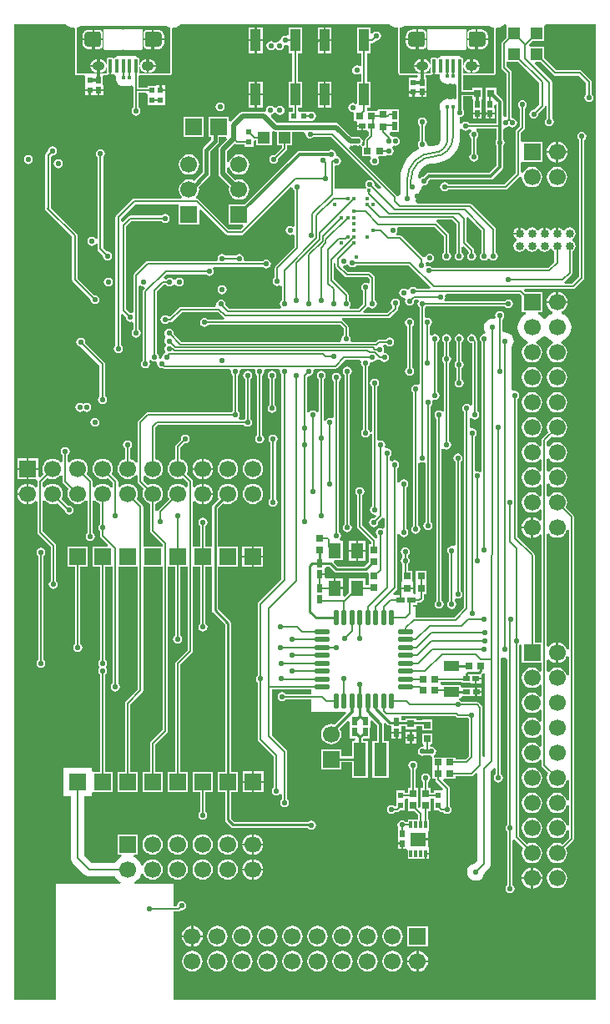
<source format=gtl>
G04 Layer_Physical_Order=1*
G04 Layer_Color=255*
%FSLAX43Y43*%
%MOMM*%
G71*
G01*
G75*
%ADD10C,0.180*%
%ADD11R,0.650X0.800*%
%ADD12R,0.800X0.650*%
%ADD13R,0.500X0.600*%
%ADD14R,0.600X0.900*%
%ADD15R,0.650X0.500*%
%ADD16R,0.900X0.600*%
%ADD17R,0.700X0.700*%
%ADD18R,0.700X0.700*%
%ADD19R,0.762X0.762*%
%ADD20R,0.550X0.600*%
%ADD21R,0.500X0.650*%
%ADD22R,1.000X2.250*%
%ADD23R,1.200X1.200*%
%ADD24R,1.200X1.200*%
G04:AMPARAMS|DCode=25|XSize=1.499mm|YSize=1.575mm|CornerRadius=0.225mm|HoleSize=0mm|Usage=FLASHONLY|Rotation=180.000|XOffset=0mm|YOffset=0mm|HoleType=Round|Shape=RoundedRectangle|*
%AMROUNDEDRECTD25*
21,1,1.499,1.125,0,0,180.0*
21,1,1.049,1.575,0,0,180.0*
1,1,0.450,-0.525,0.563*
1,1,0.450,0.525,0.563*
1,1,0.450,0.525,-0.563*
1,1,0.450,-0.525,-0.563*
%
%ADD25ROUNDEDRECTD25*%
G04:AMPARAMS|DCode=26|XSize=0.406mm|YSize=1.346mm|CornerRadius=0.102mm|HoleSize=0mm|Usage=FLASHONLY|Rotation=180.000|XOffset=0mm|YOffset=0mm|HoleType=Round|Shape=RoundedRectangle|*
%AMROUNDEDRECTD26*
21,1,0.406,1.143,0,0,180.0*
21,1,0.203,1.346,0,0,180.0*
1,1,0.203,-0.102,0.572*
1,1,0.203,0.102,0.572*
1,1,0.203,0.102,-0.572*
1,1,0.203,-0.102,-0.572*
%
%ADD26ROUNDEDRECTD26*%
%ADD27R,0.600X0.550*%
%ADD28R,0.762X0.762*%
%ADD29R,1.300X3.400*%
%ADD30R,1.600X1.400*%
%ADD31R,0.300X0.700*%
%ADD32O,0.500X1.600*%
%ADD33O,1.600X0.500*%
%ADD34R,1.300X1.600*%
%ADD35R,1.550X1.000*%
%ADD36C,0.200*%
%ADD37C,0.300*%
%ADD38C,0.250*%
%ADD39C,0.150*%
%ADD40C,0.400*%
%ADD41C,0.175*%
%ADD42C,0.500*%
%ADD43C,3.600*%
%ADD44R,1.700X1.700*%
%ADD45R,1.700X1.700*%
%ADD46C,1.700*%
%ADD47O,1.250X0.950*%
G04:AMPARAMS|DCode=48|XSize=1.25mm|YSize=0.95mm|CornerRadius=0.475mm|HoleSize=0mm|Usage=FLASHONLY|Rotation=180.000|XOffset=0mm|YOffset=0mm|HoleType=Round|Shape=RoundedRectangle|*
%AMROUNDEDRECTD48*
21,1,1.250,0.000,0,0,180.0*
21,1,0.300,0.950,0,0,180.0*
1,1,0.950,-0.150,0.000*
1,1,0.950,0.150,0.000*
1,1,0.950,0.150,0.000*
1,1,0.950,-0.150,0.000*
%
%ADD48ROUNDEDRECTD48*%
%ADD49O,0.900X1.550*%
%ADD50C,0.850*%
%ADD51C,0.550*%
%ADD52C,0.400*%
%ADD53C,0.559*%
G36*
X-529Y-99471D02*
X-43306D01*
X-43306Y-90537D01*
X-42858D01*
X-42760Y-90518D01*
X-42677Y-90463D01*
X-42607Y-90393D01*
X-42525Y-90409D01*
X-42349Y-90374D01*
X-42201Y-90274D01*
X-42101Y-90126D01*
X-42066Y-89950D01*
X-42101Y-89774D01*
X-42201Y-89626D01*
X-42349Y-89526D01*
X-42525Y-89491D01*
X-42701Y-89526D01*
X-42849Y-89626D01*
X-42949Y-89774D01*
X-42984Y-89950D01*
X-43048Y-90028D01*
X-43306D01*
Y-87760D01*
X-47279D01*
X-47318Y-87560D01*
X-47274Y-87542D01*
X-46971Y-87309D01*
X-46738Y-87006D01*
X-46613Y-86704D01*
X-46448Y-86683D01*
X-46402Y-86693D01*
X-46360Y-86792D01*
X-46196Y-87006D01*
X-45982Y-87170D01*
X-45733Y-87274D01*
X-45465Y-87309D01*
X-45197Y-87274D01*
X-44948Y-87170D01*
X-44734Y-87006D01*
X-44570Y-86792D01*
X-44466Y-86543D01*
X-44431Y-86275D01*
X-44466Y-86007D01*
X-44570Y-85758D01*
X-44734Y-85544D01*
X-44948Y-85380D01*
X-45197Y-85276D01*
X-45465Y-85241D01*
X-45733Y-85276D01*
X-45982Y-85380D01*
X-46196Y-85544D01*
X-46360Y-85758D01*
X-46402Y-85857D01*
X-46448Y-85867D01*
X-46613Y-85846D01*
X-46738Y-85544D01*
X-46971Y-85241D01*
X-47274Y-85008D01*
X-47391Y-84960D01*
X-47351Y-84760D01*
X-46980D01*
Y-82710D01*
X-49030D01*
Y-84760D01*
X-48659D01*
X-48619Y-84960D01*
X-48736Y-85008D01*
X-49039Y-85241D01*
X-49272Y-85544D01*
X-49280Y-85564D01*
X-51618D01*
X-52354Y-84828D01*
Y-78830D01*
X-51610D01*
Y-78578D01*
X-51545Y-78405D01*
X-51410Y-78405D01*
X-49495D01*
Y-76355D01*
X-50240D01*
Y-66497D01*
X-50206Y-66474D01*
X-50106Y-66326D01*
X-50071Y-66150D01*
X-50106Y-65974D01*
X-50206Y-65826D01*
Y-65659D01*
X-50106Y-65511D01*
X-50071Y-65335D01*
X-50106Y-65159D01*
X-50206Y-65011D01*
X-50275Y-64964D01*
Y-55550D01*
X-49520D01*
X-49510Y-55746D01*
Y-67401D01*
X-49558Y-67432D01*
X-49658Y-67583D01*
X-49693Y-67760D01*
X-49658Y-67937D01*
X-49558Y-68088D01*
X-49407Y-68188D01*
X-49230Y-68223D01*
X-49053Y-68188D01*
X-48902Y-68088D01*
X-48802Y-67937D01*
X-48767Y-67760D01*
X-48802Y-67583D01*
X-48902Y-67432D01*
X-48950Y-67401D01*
Y-55550D01*
X-46980D01*
X-46970Y-55746D01*
Y-68004D01*
X-48178Y-69212D01*
X-48239Y-69303D01*
X-48260Y-69410D01*
Y-76355D01*
X-49005D01*
Y-78405D01*
X-46955D01*
Y-76355D01*
X-47700D01*
Y-69526D01*
X-46492Y-68318D01*
X-46431Y-68227D01*
X-46410Y-68120D01*
Y-55550D01*
X-44450D01*
Y-72074D01*
X-45638Y-73262D01*
X-45699Y-73353D01*
X-45720Y-73460D01*
Y-76355D01*
X-46465D01*
Y-78405D01*
X-44415D01*
Y-76355D01*
X-45160D01*
Y-73576D01*
X-43972Y-72388D01*
X-43911Y-72297D01*
X-43890Y-72190D01*
Y-55550D01*
X-43180D01*
Y-62553D01*
X-43244Y-62596D01*
X-43344Y-62744D01*
X-43379Y-62920D01*
X-43344Y-63096D01*
X-43244Y-63244D01*
X-43096Y-63344D01*
X-42920Y-63379D01*
X-42744Y-63344D01*
X-42596Y-63244D01*
X-42496Y-63096D01*
X-42461Y-62920D01*
X-42496Y-62744D01*
X-42596Y-62596D01*
X-42620Y-62580D01*
Y-55550D01*
X-41920D01*
Y-63984D01*
X-43098Y-65162D01*
X-43159Y-65253D01*
X-43180Y-65360D01*
Y-76355D01*
X-43925D01*
Y-78405D01*
X-41875D01*
Y-76355D01*
X-42620D01*
Y-65476D01*
X-41442Y-64298D01*
X-41381Y-64207D01*
X-41360Y-64100D01*
Y-55550D01*
X-40615D01*
Y-61309D01*
X-40684Y-61356D01*
X-40784Y-61504D01*
X-40819Y-61680D01*
X-40784Y-61856D01*
X-40684Y-62004D01*
X-40536Y-62104D01*
X-40360Y-62139D01*
X-40184Y-62104D01*
X-40036Y-62004D01*
X-39936Y-61856D01*
X-39901Y-61680D01*
X-39936Y-61504D01*
X-40036Y-61356D01*
X-40105Y-61309D01*
Y-55550D01*
X-39426D01*
Y-59980D01*
X-39426Y-59980D01*
X-39403Y-60097D01*
X-39336Y-60196D01*
X-38126Y-61407D01*
Y-76355D01*
X-38845D01*
Y-78405D01*
X-38126D01*
Y-81240D01*
X-38126Y-81240D01*
X-38103Y-81357D01*
X-38036Y-81456D01*
X-37526Y-81966D01*
X-37526Y-81966D01*
X-37427Y-82033D01*
X-37310Y-82056D01*
X-29690D01*
X-29664Y-82094D01*
X-29516Y-82194D01*
X-29340Y-82229D01*
X-29164Y-82194D01*
X-29016Y-82094D01*
X-28916Y-81946D01*
X-28881Y-81770D01*
X-28916Y-81594D01*
X-29016Y-81446D01*
X-29164Y-81346D01*
X-29340Y-81311D01*
X-29516Y-81346D01*
X-29662Y-81444D01*
X-37183D01*
X-37514Y-81113D01*
Y-78405D01*
X-36795D01*
Y-76355D01*
X-37514D01*
Y-61280D01*
X-37514Y-61280D01*
X-37537Y-61163D01*
X-37604Y-61064D01*
X-38814Y-59853D01*
Y-55550D01*
X-36820D01*
Y-53500D01*
X-38814D01*
Y-49597D01*
X-38299Y-49081D01*
X-38088Y-49169D01*
X-37820Y-49204D01*
X-37552Y-49169D01*
X-37303Y-49065D01*
X-37089Y-48901D01*
X-36925Y-48687D01*
X-36821Y-48438D01*
X-36786Y-48170D01*
X-36821Y-47902D01*
X-36925Y-47653D01*
X-37089Y-47439D01*
X-37303Y-47275D01*
X-37552Y-47171D01*
X-37820Y-47136D01*
X-38088Y-47171D01*
X-38337Y-47275D01*
X-38551Y-47439D01*
X-38715Y-47653D01*
X-38819Y-47902D01*
X-38854Y-48170D01*
X-38819Y-48438D01*
X-38731Y-48649D01*
X-39336Y-49254D01*
X-39403Y-49353D01*
X-39426Y-49470D01*
X-39426Y-49470D01*
Y-53500D01*
X-40105D01*
Y-51401D01*
X-40036Y-51354D01*
X-39936Y-51206D01*
X-39901Y-51030D01*
X-39936Y-50854D01*
X-40036Y-50706D01*
X-40184Y-50606D01*
X-40360Y-50571D01*
X-40536Y-50606D01*
X-40684Y-50706D01*
X-40784Y-50854D01*
X-40819Y-51030D01*
X-40784Y-51206D01*
X-40684Y-51354D01*
X-40615Y-51401D01*
Y-53500D01*
X-41360D01*
Y-48921D01*
X-41160Y-48853D01*
X-41109Y-48919D01*
X-40890Y-49087D01*
X-40634Y-49193D01*
X-40460Y-49216D01*
Y-48170D01*
Y-47124D01*
X-40634Y-47147D01*
X-40890Y-47253D01*
X-41109Y-47421D01*
X-41160Y-47487D01*
X-41360Y-47419D01*
Y-46890D01*
X-41381Y-46783D01*
X-41442Y-46692D01*
X-41999Y-46134D01*
X-41901Y-45898D01*
X-41866Y-45630D01*
X-41901Y-45362D01*
X-42005Y-45113D01*
X-42169Y-44899D01*
X-42383Y-44735D01*
X-42632Y-44631D01*
X-42645Y-44630D01*
Y-43446D01*
X-42232Y-43033D01*
X-42150Y-43049D01*
X-41974Y-43014D01*
X-41826Y-42914D01*
X-41726Y-42766D01*
X-41691Y-42590D01*
X-41726Y-42414D01*
X-41826Y-42266D01*
X-41974Y-42166D01*
X-42150Y-42131D01*
X-42326Y-42166D01*
X-42474Y-42266D01*
X-42574Y-42414D01*
X-42609Y-42590D01*
X-42592Y-42672D01*
X-43080Y-43160D01*
X-43135Y-43242D01*
X-43155Y-43340D01*
Y-44630D01*
X-43168Y-44631D01*
X-43417Y-44735D01*
X-43631Y-44899D01*
X-43795Y-45113D01*
X-43899Y-45362D01*
X-43934Y-45630D01*
X-43899Y-45898D01*
X-43795Y-46147D01*
X-43631Y-46361D01*
X-43417Y-46525D01*
X-43168Y-46629D01*
X-42900Y-46664D01*
X-42632Y-46629D01*
X-42396Y-46531D01*
X-41920Y-47006D01*
Y-47434D01*
X-42120Y-47502D01*
X-42169Y-47439D01*
X-42383Y-47275D01*
X-42632Y-47171D01*
X-42900Y-47136D01*
X-43168Y-47171D01*
X-43417Y-47275D01*
X-43631Y-47439D01*
X-43795Y-47653D01*
X-43899Y-47902D01*
X-43934Y-48170D01*
X-43899Y-48438D01*
X-43795Y-48687D01*
X-43794Y-48688D01*
X-44898Y-49792D01*
X-44959Y-49883D01*
X-44960Y-49885D01*
X-45160Y-49866D01*
Y-49163D01*
X-44923Y-49065D01*
X-44709Y-48901D01*
X-44545Y-48687D01*
X-44441Y-48438D01*
X-44406Y-48170D01*
X-44441Y-47902D01*
X-44545Y-47653D01*
X-44709Y-47439D01*
X-44923Y-47275D01*
X-45172Y-47171D01*
X-45440Y-47136D01*
X-45708Y-47171D01*
X-45944Y-47269D01*
X-46410Y-46804D01*
Y-46379D01*
X-46210Y-46311D01*
X-46171Y-46361D01*
X-45957Y-46525D01*
X-45708Y-46629D01*
X-45440Y-46664D01*
X-45172Y-46629D01*
X-44923Y-46525D01*
X-44709Y-46361D01*
X-44545Y-46147D01*
X-44441Y-45898D01*
X-44406Y-45630D01*
X-44441Y-45362D01*
X-44545Y-45113D01*
X-44709Y-44899D01*
X-44923Y-44735D01*
X-45160Y-44637D01*
Y-41445D01*
X-44884Y-41170D01*
X-36197D01*
X-36160Y-41224D01*
X-36012Y-41324D01*
X-35836Y-41359D01*
X-35660Y-41324D01*
X-35512Y-41224D01*
X-35412Y-41076D01*
X-35377Y-40900D01*
X-35412Y-40724D01*
X-35512Y-40576D01*
X-35570Y-40536D01*
Y-36521D01*
X-35501Y-36474D01*
X-35401Y-36326D01*
X-35366Y-36150D01*
X-35401Y-35974D01*
X-35501Y-35826D01*
X-35650Y-35726D01*
X-35825Y-35691D01*
X-36001Y-35726D01*
X-36150Y-35826D01*
X-36249Y-35974D01*
X-36284Y-36150D01*
X-36249Y-36326D01*
X-36150Y-36474D01*
X-36080Y-36521D01*
Y-40522D01*
X-36160Y-40576D01*
X-36183Y-40609D01*
X-36612D01*
X-36704Y-40409D01*
X-36651Y-40331D01*
X-36616Y-40155D01*
X-36651Y-39979D01*
X-36751Y-39831D01*
X-36820Y-39784D01*
Y-36121D01*
X-36751Y-36074D01*
X-36651Y-35926D01*
X-36616Y-35750D01*
X-36635Y-35655D01*
X-36509Y-35455D01*
X-35157D01*
X-35031Y-35655D01*
X-35050Y-35750D01*
X-35015Y-35926D01*
X-34915Y-36074D01*
X-34846Y-36121D01*
Y-42220D01*
X-34914Y-42266D01*
X-35014Y-42414D01*
X-35049Y-42590D01*
X-35014Y-42766D01*
X-34914Y-42914D01*
X-34766Y-43014D01*
X-34590Y-43049D01*
X-34414Y-43014D01*
X-34266Y-42914D01*
X-34166Y-42766D01*
X-34131Y-42590D01*
X-34166Y-42414D01*
X-34266Y-42266D01*
X-34336Y-42218D01*
Y-36121D01*
X-34267Y-36074D01*
X-34167Y-35926D01*
X-34132Y-35750D01*
X-34151Y-35655D01*
X-34025Y-35455D01*
X-32662D01*
X-32535Y-35655D01*
X-32554Y-35750D01*
X-32519Y-35925D01*
X-32420Y-36074D01*
X-32376Y-36104D01*
Y-56789D01*
X-34718Y-59132D01*
X-34779Y-59223D01*
X-34800Y-59330D01*
Y-66591D01*
X-34830Y-66610D01*
X-34929Y-66759D01*
X-34964Y-66935D01*
X-34929Y-67110D01*
X-34830Y-67259D01*
X-34800Y-67279D01*
Y-73080D01*
X-34779Y-73187D01*
X-34718Y-73278D01*
X-33190Y-74806D01*
Y-77971D01*
X-33234Y-78001D01*
X-33334Y-78149D01*
X-33369Y-78325D01*
X-33334Y-78501D01*
X-33234Y-78649D01*
X-33086Y-78749D01*
X-32910Y-78784D01*
X-32734Y-78749D01*
X-32586Y-78649D01*
X-32550Y-78597D01*
X-32350Y-78657D01*
Y-79156D01*
X-32394Y-79186D01*
X-32494Y-79334D01*
X-32529Y-79510D01*
X-32494Y-79686D01*
X-32394Y-79834D01*
X-32246Y-79934D01*
X-32070Y-79969D01*
X-31894Y-79934D01*
X-31746Y-79834D01*
X-31646Y-79686D01*
X-31611Y-79510D01*
X-31646Y-79334D01*
X-31746Y-79186D01*
X-31790Y-79156D01*
Y-74320D01*
X-31811Y-74213D01*
X-31872Y-74122D01*
X-33370Y-72624D01*
Y-68035D01*
X-29330D01*
Y-68472D01*
X-31949D01*
X-31996Y-68403D01*
X-32144Y-68303D01*
X-32320Y-68268D01*
X-32496Y-68303D01*
X-32644Y-68403D01*
X-32744Y-68551D01*
X-32779Y-68727D01*
X-32744Y-68903D01*
X-32644Y-69051D01*
X-32496Y-69151D01*
X-32320Y-69186D01*
X-32144Y-69151D01*
X-31996Y-69051D01*
X-31949Y-68982D01*
X-29330D01*
Y-70240D01*
X-25913D01*
X-25837Y-70425D01*
X-26984Y-71572D01*
X-27071Y-71536D01*
X-27339Y-71501D01*
X-27607Y-71536D01*
X-27856Y-71640D01*
X-28070Y-71804D01*
X-28234Y-72018D01*
X-28338Y-72267D01*
X-28373Y-72535D01*
X-28338Y-72803D01*
X-28234Y-73052D01*
X-28070Y-73266D01*
X-27856Y-73430D01*
X-27607Y-73534D01*
X-27339Y-73569D01*
X-27071Y-73534D01*
X-26822Y-73430D01*
X-26608Y-73266D01*
X-26444Y-73052D01*
X-26340Y-72803D01*
X-26305Y-72535D01*
X-26340Y-72267D01*
X-26444Y-72018D01*
X-26465Y-71990D01*
X-25679Y-71204D01*
X-25494Y-71281D01*
Y-71875D01*
X-25469D01*
Y-72950D01*
X-24926D01*
X-24874Y-73005D01*
X-24961Y-73205D01*
X-25255D01*
Y-74774D01*
X-26314D01*
Y-74050D01*
X-28364D01*
Y-76100D01*
X-26314D01*
Y-75386D01*
X-25255D01*
Y-76955D01*
X-23605D01*
Y-73205D01*
X-24124D01*
Y-72988D01*
X-24086Y-72950D01*
X-23419D01*
Y-71875D01*
X-23394D01*
Y-71205D01*
X-23209Y-71128D01*
X-22661Y-71676D01*
Y-73205D01*
X-23155D01*
Y-76955D01*
X-21505D01*
Y-73205D01*
X-21999D01*
Y-71539D01*
X-22005Y-71505D01*
X-21821Y-71407D01*
X-21641Y-71586D01*
X-21542Y-71653D01*
X-21425Y-71676D01*
X-21425Y-71676D01*
X-21376D01*
X-21195Y-71720D01*
Y-72270D01*
X-20195D01*
Y-71720D01*
X-20002Y-71701D01*
X-19803D01*
Y-72053D01*
X-18691D01*
Y-71701D01*
X-18125D01*
Y-72125D01*
X-17075D01*
Y-71075D01*
X-18125D01*
Y-71089D01*
X-18691D01*
Y-70941D01*
X-19803D01*
Y-71089D01*
X-20220D01*
Y-70705D01*
X-14756D01*
X-14630Y-70830D01*
X-14548Y-70885D01*
X-14450Y-70905D01*
X-13471D01*
X-13444Y-70944D01*
X-13375Y-70991D01*
Y-74784D01*
X-13736Y-75145D01*
X-14734D01*
Y-74900D01*
X-15734D01*
X-15884Y-74900D01*
X-16084Y-74900D01*
X-16899D01*
X-16915Y-74900D01*
X-16939Y-74776D01*
X-16939Y-74775D01*
X-16836Y-74624D01*
X-16833Y-74620D01*
X-16736Y-74476D01*
X-16701Y-74300D01*
X-16736Y-74124D01*
X-16836Y-73976D01*
X-16984Y-73876D01*
X-17160Y-73841D01*
X-17308Y-73715D01*
X-17309Y-73667D01*
X-17168Y-73525D01*
X-17075D01*
Y-72475D01*
X-18125D01*
Y-73525D01*
X-17977D01*
X-17925Y-73725D01*
X-18080Y-73847D01*
X-18110Y-73841D01*
X-18286Y-73876D01*
X-18434Y-73976D01*
X-18534Y-74124D01*
X-18569Y-74300D01*
X-18534Y-74476D01*
X-18434Y-74624D01*
X-18286Y-74724D01*
X-18110Y-74759D01*
X-17934Y-74724D01*
X-17872Y-74682D01*
X-17398D01*
X-17336Y-74724D01*
X-17205Y-74750D01*
X-17132Y-74840D01*
X-17122Y-74852D01*
X-17122Y-74852D01*
X-17084Y-74991D01*
X-17084D01*
X-17084Y-74991D01*
Y-75900D01*
X-17084D01*
Y-76075D01*
X-17084D01*
Y-77075D01*
X-16789D01*
Y-77121D01*
X-16768Y-77228D01*
X-16707Y-77319D01*
X-15991Y-78036D01*
X-16056Y-78253D01*
X-16065Y-78255D01*
X-16080Y-78255D01*
X-16915D01*
Y-78475D01*
X-17250D01*
Y-78025D01*
X-17495D01*
Y-77361D01*
X-17426Y-77314D01*
X-17326Y-77166D01*
X-17291Y-76990D01*
X-17326Y-76814D01*
X-17426Y-76666D01*
X-17574Y-76566D01*
X-17750Y-76531D01*
X-17926Y-76566D01*
X-18074Y-76666D01*
X-18174Y-76814D01*
X-18209Y-76990D01*
X-18174Y-77166D01*
X-18074Y-77314D01*
X-18005Y-77361D01*
Y-78025D01*
X-18250D01*
Y-79025D01*
X-18250Y-79175D01*
X-18250Y-79375D01*
Y-79958D01*
X-18444Y-80044D01*
X-18550Y-79959D01*
X-18550Y-79225D01*
X-18550Y-79025D01*
Y-78025D01*
X-18795D01*
Y-76081D01*
X-18726Y-76034D01*
X-18626Y-75886D01*
X-18591Y-75710D01*
X-18626Y-75534D01*
X-18726Y-75386D01*
X-18874Y-75286D01*
X-19050Y-75251D01*
X-19226Y-75286D01*
X-19374Y-75386D01*
X-19474Y-75534D01*
X-19509Y-75710D01*
X-19474Y-75886D01*
X-19374Y-76034D01*
X-19305Y-76081D01*
Y-78025D01*
X-19550D01*
Y-78475D01*
X-19885D01*
Y-78255D01*
X-20735D01*
Y-79105D01*
X-20735Y-79205D01*
X-20735Y-79380D01*
Y-79766D01*
X-20845Y-79820D01*
X-20935Y-79843D01*
X-21064Y-79756D01*
X-21240Y-79721D01*
X-21416Y-79756D01*
X-21564Y-79856D01*
X-21664Y-80004D01*
X-21699Y-80180D01*
X-21664Y-80356D01*
X-21564Y-80504D01*
X-21416Y-80604D01*
X-21240Y-80639D01*
X-21064Y-80604D01*
X-20916Y-80504D01*
X-20886Y-80460D01*
X-20650D01*
X-20543Y-80439D01*
X-20452Y-80378D01*
X-20328Y-80255D01*
X-19885D01*
Y-79405D01*
X-19885Y-79305D01*
X-19885Y-79185D01*
X-19838Y-79114D01*
X-19601Y-79083D01*
X-19587Y-79089D01*
X-19550Y-79126D01*
X-19550Y-79375D01*
Y-80375D01*
X-18885D01*
X-18505Y-80756D01*
Y-81225D01*
X-19575D01*
Y-81495D01*
X-19779D01*
X-19826Y-81426D01*
X-19974Y-81326D01*
X-20150Y-81291D01*
X-20326Y-81326D01*
X-20474Y-81426D01*
X-20574Y-81574D01*
X-20609Y-81750D01*
X-20574Y-81926D01*
X-20541Y-81975D01*
X-20575Y-82175D01*
X-20575Y-82175D01*
Y-83100D01*
X-20600D01*
Y-83525D01*
X-20150D01*
Y-83625D01*
X-20050D01*
Y-84150D01*
X-19775D01*
X-19700Y-84150D01*
X-19575Y-84298D01*
Y-85175D01*
X-18100D01*
Y-85200D01*
X-17850D01*
Y-84650D01*
X-17750D01*
Y-84550D01*
X-17400D01*
Y-84100D01*
X-17500Y-83941D01*
Y-83300D01*
X-18500D01*
Y-83100D01*
X-17500D01*
Y-82444D01*
X-17425Y-82275D01*
X-17425Y-82131D01*
Y-81225D01*
X-17495D01*
Y-80375D01*
X-17250D01*
Y-79375D01*
X-17250Y-79225D01*
Y-79126D01*
X-17213Y-79089D01*
X-16952D01*
X-16915Y-79126D01*
Y-79205D01*
X-16915Y-79380D01*
Y-80255D01*
X-16492D01*
X-16368Y-80378D01*
X-16277Y-80439D01*
X-16170Y-80460D01*
X-15954D01*
X-15924Y-80504D01*
X-15776Y-80604D01*
X-15600Y-80639D01*
X-15424Y-80604D01*
X-15276Y-80504D01*
X-15176Y-80356D01*
X-15141Y-80180D01*
X-15176Y-80004D01*
X-15276Y-79856D01*
X-15320Y-79826D01*
Y-78030D01*
X-15341Y-77923D01*
X-15402Y-77832D01*
X-16000Y-77234D01*
X-15982Y-77190D01*
X-15876Y-77075D01*
X-15734Y-77075D01*
X-14734D01*
Y-76830D01*
X-13125D01*
X-13027Y-76811D01*
X-12945Y-76755D01*
X-12666Y-76476D01*
X-12481Y-76553D01*
Y-85368D01*
X-12742Y-85630D01*
X-12878Y-85648D01*
X-13091Y-85736D01*
X-13274Y-85876D01*
X-13414Y-86059D01*
X-13502Y-86272D01*
X-13533Y-86500D01*
X-13502Y-86728D01*
X-13414Y-86941D01*
X-13274Y-87124D01*
X-13091Y-87264D01*
X-12878Y-87352D01*
X-12650Y-87383D01*
X-12422Y-87352D01*
X-12209Y-87264D01*
X-12026Y-87124D01*
X-11886Y-86941D01*
X-11798Y-86728D01*
X-11780Y-86592D01*
X-11319Y-86131D01*
X-11210Y-85990D01*
X-11142Y-85826D01*
X-11119Y-85650D01*
Y-76282D01*
X-10815Y-75978D01*
X-10630Y-76054D01*
Y-76609D01*
X-10714Y-76666D01*
X-10814Y-76814D01*
X-10849Y-76990D01*
X-10814Y-77166D01*
X-10714Y-77314D01*
X-10566Y-77414D01*
X-10390Y-77449D01*
X-10214Y-77414D01*
X-10066Y-77314D01*
X-9966Y-77166D01*
X-9931Y-76990D01*
X-9966Y-76814D01*
X-10066Y-76666D01*
X-10120Y-76629D01*
Y-64876D01*
X-9962Y-64753D01*
X-9920Y-64753D01*
X-9700Y-64782D01*
X-9635Y-64774D01*
X-9435Y-64945D01*
Y-81699D01*
X-9504Y-81746D01*
X-9604Y-81894D01*
X-9639Y-82070D01*
X-9604Y-82246D01*
X-9504Y-82394D01*
X-9435Y-82441D01*
Y-87822D01*
X-9514Y-87876D01*
X-9614Y-88024D01*
X-9649Y-88200D01*
X-9614Y-88376D01*
X-9514Y-88524D01*
X-9366Y-88624D01*
X-9190Y-88659D01*
X-9014Y-88624D01*
X-8866Y-88524D01*
X-8766Y-88376D01*
X-8731Y-88200D01*
X-8766Y-88024D01*
X-8866Y-87876D01*
X-8925Y-87836D01*
Y-83284D01*
X-8789Y-83222D01*
X-8725Y-83215D01*
X-7858Y-84083D01*
X-7865Y-84093D01*
X-7969Y-84342D01*
X-8004Y-84610D01*
X-7969Y-84878D01*
X-7865Y-85127D01*
X-7701Y-85341D01*
X-7487Y-85505D01*
X-7238Y-85609D01*
X-6970Y-85644D01*
X-6702Y-85609D01*
X-6453Y-85505D01*
X-6239Y-85341D01*
X-6075Y-85127D01*
X-5971Y-84878D01*
X-5936Y-84610D01*
X-5971Y-84342D01*
X-6075Y-84093D01*
X-6239Y-83879D01*
X-6453Y-83715D01*
X-6702Y-83611D01*
X-6970Y-83576D01*
X-7238Y-83611D01*
X-7487Y-83715D01*
X-7497Y-83722D01*
X-8305Y-82914D01*
Y-63512D01*
X-8194Y-63421D01*
X-7995Y-63495D01*
Y-65315D01*
X-5975D01*
Y-66115D01*
X-6175Y-66182D01*
X-6239Y-66099D01*
X-6453Y-65935D01*
X-6702Y-65831D01*
X-6970Y-65796D01*
X-7238Y-65831D01*
X-7487Y-65935D01*
X-7701Y-66099D01*
X-7865Y-66313D01*
X-7969Y-66562D01*
X-8004Y-66830D01*
X-7969Y-67098D01*
X-7865Y-67347D01*
X-7701Y-67561D01*
X-7487Y-67725D01*
X-7238Y-67829D01*
X-6970Y-67864D01*
X-6702Y-67829D01*
X-6453Y-67725D01*
X-6239Y-67561D01*
X-6175Y-67478D01*
X-5975Y-67545D01*
Y-68655D01*
X-6175Y-68722D01*
X-6239Y-68639D01*
X-6453Y-68475D01*
X-6702Y-68371D01*
X-6970Y-68336D01*
X-7238Y-68371D01*
X-7487Y-68475D01*
X-7701Y-68639D01*
X-7865Y-68853D01*
X-7969Y-69102D01*
X-8004Y-69370D01*
X-7969Y-69638D01*
X-7865Y-69887D01*
X-7701Y-70101D01*
X-7487Y-70265D01*
X-7238Y-70369D01*
X-6970Y-70404D01*
X-6702Y-70369D01*
X-6453Y-70265D01*
X-6239Y-70101D01*
X-6175Y-70018D01*
X-5975Y-70085D01*
Y-71195D01*
X-6175Y-71262D01*
X-6239Y-71179D01*
X-6453Y-71015D01*
X-6702Y-70911D01*
X-6970Y-70876D01*
X-7238Y-70911D01*
X-7487Y-71015D01*
X-7701Y-71179D01*
X-7865Y-71393D01*
X-7969Y-71642D01*
X-8004Y-71910D01*
X-7969Y-72178D01*
X-7865Y-72427D01*
X-7701Y-72641D01*
X-7487Y-72805D01*
X-7238Y-72909D01*
X-6970Y-72944D01*
X-6702Y-72909D01*
X-6453Y-72805D01*
X-6239Y-72641D01*
X-6175Y-72558D01*
X-5975Y-72625D01*
Y-73735D01*
X-6175Y-73802D01*
X-6239Y-73719D01*
X-6453Y-73555D01*
X-6702Y-73451D01*
X-6970Y-73416D01*
X-7238Y-73451D01*
X-7487Y-73555D01*
X-7701Y-73719D01*
X-7865Y-73933D01*
X-7969Y-74182D01*
X-8004Y-74450D01*
X-7969Y-74718D01*
X-7865Y-74967D01*
X-7701Y-75181D01*
X-7487Y-75345D01*
X-7238Y-75449D01*
X-6970Y-75484D01*
X-6702Y-75449D01*
X-6453Y-75345D01*
X-6239Y-75181D01*
X-6175Y-75098D01*
X-5975Y-75165D01*
Y-75700D01*
X-5955Y-75798D01*
X-5900Y-75880D01*
X-5318Y-76463D01*
X-5325Y-76473D01*
X-5429Y-76722D01*
X-5464Y-76990D01*
X-5429Y-77258D01*
X-5325Y-77507D01*
X-5161Y-77721D01*
X-4947Y-77885D01*
X-4698Y-77989D01*
X-4430Y-78024D01*
X-4162Y-77989D01*
X-3913Y-77885D01*
X-3699Y-77721D01*
X-3535Y-77507D01*
X-3431Y-77258D01*
X-3430Y-77246D01*
X-3230Y-77259D01*
Y-79261D01*
X-3430Y-79274D01*
X-3431Y-79262D01*
X-3535Y-79013D01*
X-3699Y-78799D01*
X-3913Y-78635D01*
X-4162Y-78531D01*
X-4430Y-78496D01*
X-4698Y-78531D01*
X-4947Y-78635D01*
X-5161Y-78799D01*
X-5325Y-79013D01*
X-5429Y-79262D01*
X-5464Y-79530D01*
X-5429Y-79798D01*
X-5325Y-80047D01*
X-5161Y-80261D01*
X-4947Y-80425D01*
X-4698Y-80529D01*
X-4430Y-80564D01*
X-4162Y-80529D01*
X-3913Y-80425D01*
X-3699Y-80261D01*
X-3535Y-80047D01*
X-3431Y-79798D01*
X-3430Y-79786D01*
X-3230Y-79799D01*
Y-81801D01*
X-3430Y-81814D01*
X-3431Y-81802D01*
X-3535Y-81553D01*
X-3699Y-81339D01*
X-3913Y-81175D01*
X-4162Y-81071D01*
X-4430Y-81036D01*
X-4698Y-81071D01*
X-4947Y-81175D01*
X-5161Y-81339D01*
X-5325Y-81553D01*
X-5429Y-81802D01*
X-5464Y-82070D01*
X-5429Y-82338D01*
X-5325Y-82587D01*
X-5161Y-82801D01*
X-4947Y-82965D01*
X-4698Y-83069D01*
X-4430Y-83104D01*
X-4162Y-83069D01*
X-3913Y-82965D01*
X-3699Y-82801D01*
X-3535Y-82587D01*
X-3431Y-82338D01*
X-3430Y-82326D01*
X-3230Y-82339D01*
Y-83049D01*
X-3903Y-83722D01*
X-3913Y-83715D01*
X-4162Y-83611D01*
X-4430Y-83576D01*
X-4698Y-83611D01*
X-4947Y-83715D01*
X-5161Y-83879D01*
X-5325Y-84093D01*
X-5429Y-84342D01*
X-5464Y-84610D01*
X-5429Y-84878D01*
X-5325Y-85127D01*
X-5161Y-85341D01*
X-4947Y-85505D01*
X-4698Y-85609D01*
X-4430Y-85644D01*
X-4162Y-85609D01*
X-3913Y-85505D01*
X-3699Y-85341D01*
X-3535Y-85127D01*
X-3431Y-84878D01*
X-3396Y-84610D01*
X-3431Y-84342D01*
X-3535Y-84093D01*
X-3542Y-84083D01*
X-2795Y-83335D01*
X-2740Y-83253D01*
X-2720Y-83155D01*
Y-50505D01*
X-2740Y-50407D01*
X-2795Y-50325D01*
X-3542Y-49577D01*
X-3535Y-49567D01*
X-3431Y-49318D01*
X-3396Y-49050D01*
X-3431Y-48782D01*
X-3535Y-48533D01*
X-3699Y-48319D01*
X-3913Y-48155D01*
X-4162Y-48051D01*
X-4430Y-48016D01*
X-4698Y-48051D01*
X-4947Y-48155D01*
X-5161Y-48319D01*
X-5265Y-48455D01*
X-5465Y-48387D01*
Y-47173D01*
X-5265Y-47105D01*
X-5161Y-47241D01*
X-4947Y-47405D01*
X-4698Y-47509D01*
X-4430Y-47544D01*
X-4162Y-47509D01*
X-3913Y-47405D01*
X-3699Y-47241D01*
X-3535Y-47027D01*
X-3431Y-46778D01*
X-3396Y-46510D01*
X-3431Y-46242D01*
X-3535Y-45993D01*
X-3699Y-45779D01*
X-3913Y-45615D01*
X-4162Y-45511D01*
X-4430Y-45476D01*
X-4698Y-45511D01*
X-4947Y-45615D01*
X-5161Y-45779D01*
X-5265Y-45915D01*
X-5465Y-45847D01*
Y-44633D01*
X-5265Y-44565D01*
X-5161Y-44701D01*
X-4947Y-44865D01*
X-4698Y-44969D01*
X-4430Y-45004D01*
X-4162Y-44969D01*
X-3913Y-44865D01*
X-3699Y-44701D01*
X-3535Y-44487D01*
X-3431Y-44238D01*
X-3396Y-43970D01*
X-3431Y-43702D01*
X-3535Y-43453D01*
X-3699Y-43239D01*
X-3913Y-43075D01*
X-4162Y-42971D01*
X-4430Y-42936D01*
X-4698Y-42971D01*
X-4947Y-43075D01*
X-5161Y-43239D01*
X-5265Y-43375D01*
X-5465Y-43307D01*
Y-42826D01*
X-4957Y-42318D01*
X-4947Y-42325D01*
X-4698Y-42429D01*
X-4430Y-42464D01*
X-4162Y-42429D01*
X-3913Y-42325D01*
X-3699Y-42161D01*
X-3535Y-41947D01*
X-3431Y-41698D01*
X-3396Y-41430D01*
X-3431Y-41162D01*
X-3535Y-40913D01*
X-3699Y-40699D01*
X-3913Y-40535D01*
X-4162Y-40431D01*
X-4430Y-40396D01*
X-4698Y-40431D01*
X-4947Y-40535D01*
X-5161Y-40699D01*
X-5325Y-40913D01*
X-5429Y-41162D01*
X-5464Y-41430D01*
X-5429Y-41698D01*
X-5325Y-41947D01*
X-5318Y-41957D01*
X-5900Y-42540D01*
X-5955Y-42622D01*
X-5975Y-42720D01*
Y-43255D01*
X-6175Y-43322D01*
X-6239Y-43239D01*
X-6453Y-43075D01*
X-6702Y-42971D01*
X-6970Y-42936D01*
X-7238Y-42971D01*
X-7487Y-43075D01*
X-7701Y-43239D01*
X-7865Y-43453D01*
X-7969Y-43702D01*
X-8004Y-43970D01*
X-7969Y-44238D01*
X-7865Y-44487D01*
X-7701Y-44701D01*
X-7487Y-44865D01*
X-7238Y-44969D01*
X-6970Y-45004D01*
X-6702Y-44969D01*
X-6453Y-44865D01*
X-6239Y-44701D01*
X-6175Y-44618D01*
X-5975Y-44685D01*
Y-45795D01*
X-6175Y-45862D01*
X-6239Y-45779D01*
X-6453Y-45615D01*
X-6702Y-45511D01*
X-6970Y-45476D01*
X-7238Y-45511D01*
X-7487Y-45615D01*
X-7701Y-45779D01*
X-7865Y-45993D01*
X-7969Y-46242D01*
X-8004Y-46510D01*
X-7969Y-46778D01*
X-7865Y-47027D01*
X-7701Y-47241D01*
X-7487Y-47405D01*
X-7238Y-47509D01*
X-6970Y-47544D01*
X-6702Y-47509D01*
X-6453Y-47405D01*
X-6239Y-47241D01*
X-6175Y-47158D01*
X-5975Y-47225D01*
Y-48335D01*
X-6175Y-48402D01*
X-6239Y-48319D01*
X-6453Y-48155D01*
X-6702Y-48051D01*
X-6970Y-48016D01*
X-7238Y-48051D01*
X-7487Y-48155D01*
X-7701Y-48319D01*
X-7865Y-48533D01*
X-7969Y-48782D01*
X-8004Y-49050D01*
X-7969Y-49318D01*
X-7865Y-49567D01*
X-7701Y-49781D01*
X-7487Y-49945D01*
X-7238Y-50049D01*
X-6970Y-50084D01*
X-6702Y-50049D01*
X-6453Y-49945D01*
X-6239Y-49781D01*
X-6175Y-49698D01*
X-5975Y-49765D01*
Y-50834D01*
X-6175Y-50901D01*
X-6221Y-50841D01*
X-6440Y-50673D01*
X-6696Y-50567D01*
X-6870Y-50544D01*
Y-51590D01*
Y-52636D01*
X-6696Y-52613D01*
X-6440Y-52507D01*
X-6221Y-52339D01*
X-6175Y-52279D01*
X-5975Y-52346D01*
Y-63265D01*
X-6715D01*
Y-54390D01*
X-6734Y-54292D01*
X-6790Y-54210D01*
X-8445Y-52554D01*
Y-38521D01*
X-8376Y-38474D01*
X-8276Y-38326D01*
X-8241Y-38150D01*
X-8276Y-37974D01*
X-8376Y-37826D01*
X-8524Y-37726D01*
X-8700Y-37691D01*
X-8819Y-37715D01*
X-9019Y-37600D01*
Y-33201D01*
X-8936Y-33093D01*
X-8848Y-32880D01*
X-8817Y-32651D01*
X-8848Y-32423D01*
X-8936Y-32210D01*
X-9076Y-32027D01*
X-9259Y-31887D01*
X-9472Y-31799D01*
X-9700Y-31769D01*
X-9795Y-31781D01*
X-9995Y-31624D01*
Y-30446D01*
X-9926Y-30399D01*
X-9826Y-30251D01*
X-9791Y-30075D01*
X-9826Y-29899D01*
X-9926Y-29751D01*
X-10074Y-29651D01*
X-10250Y-29616D01*
X-10426Y-29651D01*
X-10574Y-29751D01*
X-10674Y-29899D01*
X-10709Y-30075D01*
X-10678Y-30229D01*
X-10735Y-30320D01*
X-10811Y-30406D01*
X-10950Y-30387D01*
X-11178Y-30417D01*
X-11391Y-30506D01*
X-11574Y-30646D01*
X-11714Y-30829D01*
X-11802Y-31042D01*
X-11833Y-31270D01*
X-11802Y-31498D01*
X-11714Y-31711D01*
X-11691Y-31742D01*
Y-31852D01*
X-11800Y-31941D01*
X-11975Y-31976D01*
X-12124Y-32076D01*
X-12224Y-32224D01*
X-12259Y-32400D01*
X-12224Y-32576D01*
X-12124Y-32724D01*
X-12055Y-32771D01*
Y-45851D01*
X-12077Y-45870D01*
X-12255Y-45939D01*
X-12349Y-45876D01*
X-12525Y-45841D01*
X-12596Y-45855D01*
X-12796Y-45717D01*
Y-42346D01*
X-12726Y-42299D01*
X-12626Y-42151D01*
X-12591Y-41975D01*
X-12626Y-41799D01*
X-12726Y-41651D01*
X-12874Y-41551D01*
X-13050Y-41516D01*
X-13120Y-41530D01*
X-13320Y-41392D01*
Y-40517D01*
X-13120Y-40456D01*
X-13104Y-40479D01*
X-12956Y-40579D01*
X-12780Y-40614D01*
X-12604Y-40579D01*
X-12456Y-40479D01*
X-12356Y-40331D01*
X-12321Y-40155D01*
X-12356Y-39979D01*
X-12456Y-39831D01*
X-12525Y-39784D01*
Y-32695D01*
X-12545Y-32597D01*
X-12600Y-32515D01*
X-12632Y-32482D01*
X-12616Y-32400D01*
X-12651Y-32224D01*
X-12750Y-32076D01*
X-12899Y-31976D01*
X-13075Y-31941D01*
X-13250Y-31976D01*
X-13399Y-32076D01*
X-13499Y-32224D01*
X-13534Y-32400D01*
X-13499Y-32576D01*
X-13399Y-32724D01*
X-13250Y-32824D01*
X-13075Y-32859D01*
X-13035Y-32892D01*
Y-39138D01*
X-13235Y-39199D01*
X-13251Y-39176D01*
X-13399Y-39076D01*
X-13575Y-39041D01*
X-13751Y-39076D01*
X-13899Y-39176D01*
X-13999Y-39324D01*
X-14034Y-39500D01*
X-13999Y-39676D01*
X-13899Y-39824D01*
X-13830Y-39871D01*
Y-59704D01*
X-14805Y-60679D01*
X-18750D01*
Y-59640D01*
X-19060D01*
Y-59425D01*
X-18615D01*
Y-59230D01*
X-18440D01*
X-18333Y-59209D01*
X-18242Y-59148D01*
X-18027Y-58934D01*
X-17966Y-58843D01*
X-17945Y-58735D01*
Y-58301D01*
X-17669D01*
Y-57200D01*
X-17669Y-57189D01*
X-17669Y-57189D01*
X-17705Y-57015D01*
X-17705D01*
Y-55965D01*
X-18755D01*
Y-57015D01*
X-18755D01*
X-18781Y-57189D01*
X-18781Y-57189D01*
X-18781Y-57204D01*
Y-58301D01*
X-18781D01*
X-18788Y-58319D01*
X-18842Y-58328D01*
X-18879Y-58318D01*
X-19042Y-58160D01*
Y-57845D01*
X-19622D01*
X-20204D01*
Y-58250D01*
X-20204Y-58326D01*
X-20352Y-58450D01*
X-20971D01*
X-21098Y-58295D01*
X-20706Y-57902D01*
X-20645Y-57811D01*
X-20624Y-57704D01*
Y-52236D01*
X-20424Y-52217D01*
X-20414Y-52266D01*
X-20314Y-52414D01*
X-20166Y-52514D01*
X-19990Y-52549D01*
X-19814Y-52514D01*
X-19666Y-52414D01*
X-19566Y-52266D01*
X-19531Y-52090D01*
X-19566Y-51914D01*
X-19666Y-51766D01*
X-19710Y-51736D01*
Y-47504D01*
X-19666Y-47474D01*
X-19566Y-47326D01*
X-19531Y-47150D01*
X-19566Y-46974D01*
X-19666Y-46826D01*
X-19814Y-46726D01*
X-19990Y-46691D01*
X-20166Y-46726D01*
X-20314Y-46826D01*
X-20414Y-46974D01*
X-20424Y-47023D01*
X-20624Y-47004D01*
Y-45564D01*
X-20580Y-45534D01*
X-20480Y-45386D01*
X-20445Y-45210D01*
X-20480Y-45034D01*
X-20580Y-44886D01*
X-20728Y-44786D01*
X-20904Y-44751D01*
X-21080Y-44786D01*
X-21174Y-44849D01*
X-21353Y-44779D01*
X-21374Y-44760D01*
Y-44350D01*
X-21330Y-44320D01*
X-21230Y-44172D01*
X-21195Y-43996D01*
X-21230Y-43820D01*
X-21330Y-43672D01*
X-21478Y-43572D01*
X-21654Y-43537D01*
X-21762Y-43559D01*
X-21890Y-43390D01*
X-21880Y-43376D01*
X-21845Y-43200D01*
X-21880Y-43024D01*
X-21980Y-42876D01*
X-22128Y-42776D01*
X-22304Y-42741D01*
X-22480Y-42776D01*
X-22499Y-42789D01*
X-22699Y-42682D01*
Y-37299D01*
X-22626Y-37249D01*
X-22526Y-37101D01*
X-22491Y-36925D01*
X-22526Y-36749D01*
X-22626Y-36601D01*
X-22774Y-36501D01*
X-22950Y-36466D01*
X-23126Y-36501D01*
X-23274Y-36601D01*
X-23374Y-36749D01*
X-23409Y-36925D01*
X-23374Y-37101D01*
X-23274Y-37249D01*
X-23209Y-37293D01*
Y-41866D01*
X-23409Y-41886D01*
X-23426Y-41799D01*
X-23526Y-41651D01*
X-23620Y-41587D01*
Y-35221D01*
X-23551Y-35174D01*
X-23451Y-35026D01*
X-23429Y-34917D01*
X-23378Y-34833D01*
X-23229Y-34768D01*
X-23150Y-34784D01*
X-22974Y-34749D01*
X-22826Y-34649D01*
X-22799Y-34610D01*
X-22753Y-34585D01*
X-22553Y-34556D01*
X-22543Y-34559D01*
X-22534Y-34565D01*
X-22436Y-34585D01*
X-22321D01*
X-22274Y-34654D01*
X-22126Y-34754D01*
X-21950Y-34789D01*
X-21774Y-34754D01*
X-21626Y-34654D01*
X-21526Y-34506D01*
X-21491Y-34330D01*
X-21526Y-34154D01*
X-21626Y-34006D01*
X-21774Y-33906D01*
X-21920Y-33877D01*
X-21992Y-33775D01*
X-22031Y-33683D01*
X-22027Y-33677D01*
X-21992Y-33502D01*
X-22027Y-33326D01*
X-22105Y-33210D01*
X-22068Y-33087D01*
X-22017Y-33010D01*
X-21771D01*
X-21724Y-33079D01*
X-21576Y-33179D01*
X-21400Y-33214D01*
X-21224Y-33179D01*
X-21076Y-33079D01*
X-20976Y-32931D01*
X-20941Y-32755D01*
X-20976Y-32579D01*
X-21076Y-32431D01*
X-21224Y-32331D01*
X-21400Y-32296D01*
X-21576Y-32331D01*
X-21724Y-32431D01*
X-21771Y-32500D01*
X-22508D01*
X-22605Y-32520D01*
X-22688Y-32575D01*
X-22858Y-32745D01*
X-25285D01*
X-25407Y-32545D01*
X-25386Y-32440D01*
X-25421Y-32264D01*
X-25521Y-32116D01*
X-25590Y-32069D01*
Y-31255D01*
X-25610Y-31157D01*
X-25665Y-31075D01*
X-26140Y-30600D01*
X-26222Y-30545D01*
X-26201Y-30345D01*
X-21540D01*
X-21442Y-30325D01*
X-21360Y-30270D01*
X-20650Y-29560D01*
X-20595Y-29478D01*
X-20575Y-29380D01*
Y-29181D01*
X-20506Y-29134D01*
X-20406Y-28986D01*
X-20371Y-28810D01*
X-20406Y-28634D01*
X-20506Y-28486D01*
X-20654Y-28386D01*
X-20830Y-28351D01*
X-21006Y-28386D01*
X-21154Y-28486D01*
X-21254Y-28634D01*
X-21289Y-28810D01*
X-21254Y-28986D01*
X-21154Y-29134D01*
X-21164Y-29354D01*
X-21646Y-29835D01*
X-24023D01*
X-24100Y-29650D01*
X-23699Y-29249D01*
X-23476Y-29224D01*
X-23327Y-29323D01*
X-23151Y-29358D01*
X-22976Y-29323D01*
X-22827Y-29224D01*
X-22727Y-29075D01*
X-22692Y-28899D01*
X-22727Y-28724D01*
X-22827Y-28575D01*
X-22896Y-28528D01*
Y-26274D01*
X-22916Y-26176D01*
X-22971Y-26094D01*
X-23325Y-25740D01*
X-23407Y-25685D01*
X-23505Y-25665D01*
X-25654D01*
X-26131Y-25189D01*
X-26035Y-25004D01*
X-25859Y-24969D01*
X-25794Y-24925D01*
X-25663Y-24899D01*
X-25540Y-24974D01*
X-25499Y-25034D01*
X-25351Y-25134D01*
X-25175Y-25169D01*
X-24999Y-25134D01*
X-24851Y-25034D01*
X-24797Y-24955D01*
X-19457D01*
X-17242Y-27170D01*
X-17325Y-27370D01*
X-18661D01*
X-18707Y-27301D01*
X-18856Y-27201D01*
X-19032Y-27166D01*
X-19207Y-27201D01*
X-19356Y-27301D01*
X-19444Y-27433D01*
X-19582Y-27467D01*
X-19656Y-27477D01*
X-19804Y-27377D01*
X-19980Y-27342D01*
X-20156Y-27377D01*
X-20304Y-27477D01*
X-20404Y-27626D01*
X-20439Y-27801D01*
X-20404Y-27977D01*
X-20304Y-28126D01*
X-20156Y-28225D01*
X-19980Y-28260D01*
X-19924Y-28249D01*
X-19803Y-28429D01*
X-19814Y-28444D01*
X-19849Y-28620D01*
X-19814Y-28796D01*
X-19714Y-28944D01*
X-19566Y-29044D01*
X-19390Y-29079D01*
X-19214Y-29044D01*
X-19066Y-28944D01*
X-18966Y-28796D01*
X-18931Y-28620D01*
X-18942Y-28566D01*
X-18808Y-28415D01*
X-18571D01*
X-18544Y-28448D01*
X-18482Y-28615D01*
X-18549Y-28714D01*
X-18584Y-28890D01*
X-18549Y-29066D01*
X-18449Y-29214D01*
X-18385Y-29258D01*
Y-37012D01*
X-18572Y-37125D01*
X-18585Y-37124D01*
X-18750Y-37091D01*
X-18926Y-37126D01*
X-19074Y-37226D01*
X-19174Y-37374D01*
X-19209Y-37550D01*
X-19174Y-37726D01*
X-19074Y-37874D01*
X-19005Y-37921D01*
Y-51394D01*
X-19074Y-51441D01*
X-19174Y-51589D01*
X-19209Y-51765D01*
X-19174Y-51941D01*
X-19074Y-52089D01*
X-18926Y-52189D01*
X-18750Y-52224D01*
X-18574Y-52189D01*
X-18426Y-52089D01*
X-18326Y-51941D01*
X-18291Y-51765D01*
X-18326Y-51589D01*
X-18426Y-51441D01*
X-18495Y-51394D01*
Y-45063D01*
X-18308Y-44950D01*
X-18295Y-44951D01*
X-18130Y-44984D01*
X-17980Y-44954D01*
X-17920Y-44973D01*
X-17780Y-45073D01*
Y-50994D01*
X-17849Y-51041D01*
X-17949Y-51189D01*
X-17984Y-51365D01*
X-17949Y-51541D01*
X-17849Y-51689D01*
X-17701Y-51789D01*
X-17525Y-51824D01*
X-17349Y-51789D01*
X-17201Y-51689D01*
X-17101Y-51541D01*
X-17066Y-51365D01*
X-17101Y-51189D01*
X-17201Y-51041D01*
X-17270Y-50994D01*
Y-39261D01*
X-17201Y-39214D01*
X-17101Y-39066D01*
X-17066Y-38890D01*
X-17097Y-38733D01*
X-17034Y-38650D01*
X-16951Y-38579D01*
X-16800Y-38609D01*
X-16624Y-38574D01*
X-16476Y-38474D01*
X-16376Y-38326D01*
X-16341Y-38150D01*
X-16376Y-37974D01*
X-16476Y-37826D01*
X-16545Y-37779D01*
Y-32771D01*
X-16476Y-32724D01*
X-16376Y-32576D01*
X-16341Y-32400D01*
X-16376Y-32224D01*
X-16476Y-32076D01*
X-16624Y-31976D01*
X-16800Y-31941D01*
X-16976Y-31976D01*
X-17115Y-32069D01*
X-17168Y-32058D01*
X-17315Y-32001D01*
Y-31128D01*
X-17236Y-31074D01*
X-17136Y-30926D01*
X-17101Y-30750D01*
X-17136Y-30574D01*
X-17236Y-30426D01*
X-17384Y-30326D01*
X-17560Y-30291D01*
X-17675Y-30314D01*
X-17875Y-30197D01*
Y-29264D01*
X-17801Y-29214D01*
X-17754Y-29145D01*
X-9714D01*
X-9674Y-29204D01*
X-9526Y-29304D01*
X-9350Y-29339D01*
X-9174Y-29304D01*
X-9026Y-29204D01*
X-8926Y-29056D01*
X-8891Y-28880D01*
X-8926Y-28704D01*
X-9026Y-28556D01*
X-9174Y-28456D01*
X-9350Y-28421D01*
X-9526Y-28456D01*
X-9674Y-28556D01*
X-9728Y-28635D01*
X-15774D01*
X-15801Y-28602D01*
X-15863Y-28435D01*
X-15796Y-28336D01*
X-15761Y-28160D01*
X-15777Y-28080D01*
X-15644Y-27880D01*
X-8181D01*
X-7995Y-28065D01*
Y-29755D01*
X-7624D01*
X-7584Y-29955D01*
X-7701Y-30003D01*
X-8004Y-30236D01*
X-8237Y-30539D01*
X-8383Y-30891D01*
X-8433Y-31270D01*
X-8383Y-31649D01*
X-8237Y-32001D01*
X-8004Y-32304D01*
X-7701Y-32537D01*
X-7399Y-32662D01*
X-7378Y-32827D01*
X-7388Y-32874D01*
X-7487Y-32915D01*
X-7701Y-33079D01*
X-7865Y-33293D01*
X-7969Y-33542D01*
X-8004Y-33810D01*
X-7969Y-34078D01*
X-7865Y-34327D01*
X-7701Y-34541D01*
X-7487Y-34705D01*
X-7238Y-34809D01*
X-6970Y-34844D01*
X-6702Y-34809D01*
X-6453Y-34705D01*
X-6239Y-34541D01*
X-6075Y-34327D01*
X-5971Y-34078D01*
X-5936Y-33810D01*
X-5971Y-33542D01*
X-6075Y-33293D01*
X-6239Y-33079D01*
X-6453Y-32915D01*
X-6552Y-32874D01*
X-6562Y-32827D01*
X-6541Y-32662D01*
X-6239Y-32537D01*
X-5936Y-32304D01*
X-5826Y-32161D01*
X-5574D01*
X-5464Y-32304D01*
X-5161Y-32537D01*
X-4859Y-32662D01*
X-4838Y-32827D01*
X-4848Y-32874D01*
X-4947Y-32915D01*
X-5161Y-33079D01*
X-5325Y-33293D01*
X-5429Y-33542D01*
X-5464Y-33810D01*
X-5429Y-34078D01*
X-5325Y-34327D01*
X-5161Y-34541D01*
X-4947Y-34705D01*
X-4698Y-34809D01*
X-4430Y-34844D01*
X-4162Y-34809D01*
X-3913Y-34705D01*
X-3699Y-34541D01*
X-3535Y-34327D01*
X-3431Y-34078D01*
X-3396Y-33810D01*
X-3431Y-33542D01*
X-3535Y-33293D01*
X-3699Y-33079D01*
X-3913Y-32915D01*
X-4012Y-32874D01*
X-4022Y-32827D01*
X-4001Y-32662D01*
X-3699Y-32537D01*
X-3396Y-32304D01*
X-3163Y-32001D01*
X-3017Y-31649D01*
X-2967Y-31270D01*
X-3017Y-30891D01*
X-3163Y-30539D01*
X-3396Y-30236D01*
X-3699Y-30003D01*
X-3968Y-29892D01*
Y-29675D01*
X-3900Y-29647D01*
X-3681Y-29479D01*
X-3513Y-29260D01*
X-3407Y-29004D01*
X-3384Y-28830D01*
X-4430D01*
X-5476D01*
X-5453Y-29004D01*
X-5347Y-29260D01*
X-5179Y-29479D01*
X-4960Y-29647D01*
X-4892Y-29675D01*
Y-29892D01*
X-5161Y-30003D01*
X-5464Y-30236D01*
X-5574Y-30379D01*
X-5826D01*
X-5936Y-30236D01*
X-6239Y-30003D01*
X-6356Y-29955D01*
X-6316Y-29755D01*
X-5945D01*
Y-27705D01*
X-7634D01*
X-7783Y-27556D01*
X-7700Y-27356D01*
X-2776D01*
X-2679Y-27337D01*
X-2596Y-27282D01*
X-1720Y-26405D01*
X-1665Y-26323D01*
X-1645Y-26225D01*
Y-12271D01*
X-1576Y-12224D01*
X-1476Y-12076D01*
X-1441Y-11900D01*
X-1476Y-11724D01*
X-1576Y-11576D01*
X-1724Y-11476D01*
X-1900Y-11441D01*
X-2076Y-11476D01*
X-2224Y-11576D01*
X-2324Y-11724D01*
X-2359Y-11900D01*
X-2324Y-12076D01*
X-2224Y-12224D01*
X-2155Y-12271D01*
Y-26119D01*
X-2882Y-26847D01*
X-3629D01*
X-3689Y-26647D01*
X-3680Y-26640D01*
X-2980Y-25940D01*
X-2924Y-25858D01*
X-2905Y-25760D01*
Y-23561D01*
X-2727Y-23443D01*
X-2595Y-23244D01*
X-2548Y-23010D01*
X-2595Y-22776D01*
X-2727Y-22577D01*
X-2864Y-22486D01*
X-2870Y-22470D01*
Y-22280D01*
X-2864Y-22264D01*
X-2727Y-22173D01*
X-2595Y-21974D01*
X-2548Y-21740D01*
X-2595Y-21506D01*
X-2727Y-21307D01*
X-2926Y-21175D01*
X-3160Y-21128D01*
X-3394Y-21175D01*
X-3593Y-21307D01*
X-3668Y-21420D01*
X-3895Y-21415D01*
X-3979Y-21289D01*
X-4186Y-21151D01*
X-4330Y-21123D01*
Y-21740D01*
X-4530D01*
Y-21123D01*
X-4674Y-21151D01*
X-4881Y-21289D01*
X-4945Y-21386D01*
X-5185D01*
X-5249Y-21289D01*
X-5456Y-21151D01*
X-5600Y-21123D01*
Y-21740D01*
X-5800D01*
Y-21123D01*
X-5944Y-21151D01*
X-6151Y-21289D01*
X-6234Y-21415D01*
X-6462Y-21420D01*
X-6537Y-21307D01*
X-6736Y-21175D01*
X-6970Y-21128D01*
X-7204Y-21175D01*
X-7403Y-21307D01*
X-7478Y-21420D01*
X-7706Y-21415D01*
X-7789Y-21289D01*
X-7996Y-21151D01*
X-8140Y-21123D01*
Y-21740D01*
X-8240D01*
Y-21840D01*
X-8857D01*
X-8829Y-21984D01*
X-8691Y-22191D01*
X-8565Y-22274D01*
X-8560Y-22502D01*
X-8673Y-22577D01*
X-8805Y-22776D01*
X-8852Y-23010D01*
X-8805Y-23244D01*
X-8673Y-23443D01*
X-8474Y-23575D01*
X-8240Y-23622D01*
X-8006Y-23575D01*
X-7807Y-23443D01*
X-7716Y-23306D01*
X-7700Y-23300D01*
X-7510D01*
X-7494Y-23306D01*
X-7403Y-23443D01*
X-7204Y-23575D01*
X-6970Y-23622D01*
X-6736Y-23575D01*
X-6537Y-23443D01*
X-6446Y-23306D01*
X-6430Y-23300D01*
X-6240D01*
X-6224Y-23306D01*
X-6133Y-23443D01*
X-5934Y-23575D01*
X-5700Y-23622D01*
X-5466Y-23575D01*
X-5267Y-23443D01*
X-5176Y-23306D01*
X-5160Y-23300D01*
X-4970D01*
X-4954Y-23306D01*
X-4863Y-23443D01*
X-4685Y-23561D01*
Y-24644D01*
X-5316Y-25275D01*
X-17029D01*
X-17076Y-25206D01*
X-17224Y-25106D01*
X-17400Y-25071D01*
X-17547Y-25100D01*
X-17650Y-25036D01*
X-17724Y-24965D01*
X-17721Y-24950D01*
X-17756Y-24778D01*
X-17748Y-24767D01*
X-17609Y-24635D01*
X-17551Y-24674D01*
X-17375Y-24709D01*
X-17199Y-24674D01*
X-17051Y-24574D01*
X-16951Y-24426D01*
X-16916Y-24250D01*
X-16951Y-24074D01*
X-17051Y-23926D01*
X-17199Y-23826D01*
X-17375Y-23791D01*
X-17551Y-23826D01*
X-17699Y-23926D01*
X-17799Y-24074D01*
X-17807Y-24113D01*
X-17927Y-24157D01*
X-18020Y-24163D01*
X-20189Y-21995D01*
X-20272Y-21939D01*
X-20369Y-21920D01*
X-20671D01*
X-20723Y-21836D01*
X-20756Y-21720D01*
X-20676Y-21601D01*
X-20641Y-21425D01*
X-20673Y-21268D01*
X-20668Y-21237D01*
X-20557Y-21068D01*
X-16861D01*
X-15893Y-22036D01*
Y-23663D01*
X-15949Y-23701D01*
X-16049Y-23849D01*
X-16084Y-24025D01*
X-16049Y-24201D01*
X-15949Y-24349D01*
X-15801Y-24449D01*
X-15625Y-24484D01*
X-15449Y-24449D01*
X-15301Y-24349D01*
X-15201Y-24201D01*
X-15166Y-24025D01*
X-15201Y-23849D01*
X-15301Y-23701D01*
X-15357Y-23663D01*
Y-21925D01*
X-15378Y-21823D01*
X-15436Y-21736D01*
X-16561Y-20611D01*
X-16648Y-20553D01*
X-16617Y-20355D01*
X-15046D01*
X-14605Y-20796D01*
Y-23654D01*
X-14674Y-23701D01*
X-14774Y-23849D01*
X-14809Y-24025D01*
X-14774Y-24201D01*
X-14674Y-24349D01*
X-14525Y-24449D01*
X-14350Y-24484D01*
X-14174Y-24449D01*
X-14025Y-24349D01*
X-13926Y-24201D01*
X-13891Y-24025D01*
X-13926Y-23849D01*
X-14025Y-23701D01*
X-14095Y-23654D01*
Y-23098D01*
X-13895Y-23016D01*
X-13426Y-23485D01*
X-13399Y-23701D01*
X-13499Y-23849D01*
X-13534Y-24025D01*
X-13499Y-24201D01*
X-13399Y-24349D01*
X-13251Y-24449D01*
X-13075Y-24484D01*
X-12899Y-24449D01*
X-12751Y-24349D01*
X-12651Y-24201D01*
X-12616Y-24025D01*
X-12651Y-23849D01*
X-12751Y-23701D01*
X-12820Y-23654D01*
Y-23475D01*
X-12840Y-23377D01*
X-12895Y-23295D01*
X-13620Y-22569D01*
Y-20225D01*
X-13627Y-20192D01*
X-13442Y-20093D01*
X-12055Y-21481D01*
Y-23654D01*
X-12124Y-23701D01*
X-12224Y-23849D01*
X-12259Y-24025D01*
X-12224Y-24201D01*
X-12124Y-24349D01*
X-11976Y-24449D01*
X-11800Y-24484D01*
X-11624Y-24449D01*
X-11476Y-24349D01*
X-11458Y-24323D01*
X-11217D01*
X-11199Y-24349D01*
X-11051Y-24449D01*
X-10875Y-24484D01*
X-10699Y-24449D01*
X-10551Y-24349D01*
X-10451Y-24201D01*
X-10416Y-24025D01*
X-10451Y-23849D01*
X-10551Y-23701D01*
X-10620Y-23654D01*
Y-21350D01*
X-10640Y-21252D01*
X-10695Y-21170D01*
X-13095Y-18770D01*
X-13177Y-18715D01*
X-13275Y-18695D01*
X-18642D01*
X-18775Y-18495D01*
X-18748Y-18428D01*
X-18717Y-18200D01*
X-18748Y-17972D01*
X-18805Y-17833D01*
X-18639Y-17764D01*
X-18456Y-17624D01*
X-18316Y-17441D01*
X-18228Y-17228D01*
X-18200Y-17017D01*
X-18184Y-16990D01*
X-18014Y-16866D01*
X-17925Y-16884D01*
X-17749Y-16849D01*
X-17601Y-16749D01*
X-17501Y-16601D01*
X-17469Y-16437D01*
X-17283Y-16251D01*
X-11160D01*
X-11033Y-16226D01*
X-10926Y-16154D01*
X-9991Y-15219D01*
X-9919Y-15112D01*
X-9894Y-14985D01*
Y-12822D01*
X-9796Y-12676D01*
X-9761Y-12500D01*
X-9796Y-12324D01*
X-9894Y-12178D01*
Y-11141D01*
X-9694Y-10990D01*
X-9650Y-10999D01*
X-9474Y-10964D01*
X-9326Y-10864D01*
X-9274D01*
X-9126Y-10964D01*
X-8950Y-10999D01*
X-8774Y-10964D01*
X-8626Y-10864D01*
X-8526Y-10716D01*
X-8491Y-10540D01*
X-8526Y-10364D01*
X-8626Y-10216D01*
X-8774Y-10116D01*
X-8950Y-10081D01*
X-9020Y-9891D01*
Y-5400D01*
X-9041Y-5293D01*
X-9102Y-5202D01*
X-9520Y-4784D01*
Y-4325D01*
X-8372D01*
X-6230Y-6466D01*
Y-8659D01*
X-6748Y-9177D01*
X-6800Y-9166D01*
X-6976Y-9201D01*
X-7124Y-9301D01*
X-7224Y-9449D01*
X-7259Y-9625D01*
X-7224Y-9801D01*
X-7124Y-9949D01*
X-6976Y-10049D01*
X-6800Y-10084D01*
X-6624Y-10049D01*
X-6476Y-9949D01*
X-6376Y-9801D01*
X-6341Y-9625D01*
X-6352Y-9573D01*
X-5752Y-8973D01*
X-5691Y-8882D01*
X-5680Y-8829D01*
X-5480Y-8849D01*
Y-10046D01*
X-5524Y-10076D01*
X-5624Y-10224D01*
X-5659Y-10400D01*
X-5624Y-10576D01*
X-5524Y-10724D01*
X-5376Y-10824D01*
X-5200Y-10859D01*
X-5024Y-10824D01*
X-4876Y-10724D01*
X-4776Y-10576D01*
X-4741Y-10400D01*
X-4776Y-10224D01*
X-4876Y-10076D01*
X-4920Y-10046D01*
Y-6404D01*
X-4941Y-6296D01*
X-5002Y-6205D01*
X-6697Y-4510D01*
X-6621Y-4325D01*
X-6122D01*
X-4798Y-5648D01*
X-4707Y-5709D01*
X-4600Y-5730D01*
X-2216D01*
X-1480Y-6466D01*
Y-7596D01*
X-1524Y-7626D01*
X-1624Y-7774D01*
X-1659Y-7950D01*
X-1624Y-8126D01*
X-1524Y-8274D01*
X-1376Y-8374D01*
X-1200Y-8409D01*
X-1024Y-8374D01*
X-876Y-8274D01*
X-776Y-8126D01*
X-741Y-7950D01*
X-776Y-7774D01*
X-876Y-7626D01*
X-920Y-7596D01*
Y-6350D01*
X-920Y-6350D01*
X-941Y-6243D01*
X-1002Y-6152D01*
X-1902Y-5252D01*
X-1993Y-5191D01*
X-2100Y-5170D01*
X-4484D01*
X-5725Y-3928D01*
Y-2775D01*
X-7146D01*
X-7228Y-2575D01*
X-6878Y-2225D01*
X-5725D01*
Y-675D01*
X-5594Y-529D01*
X-529D01*
Y-99471D01*
D02*
G37*
G36*
X-21235Y-715D02*
X-20928Y-842D01*
X-20599Y-885D01*
X-20528Y-947D01*
Y-5475D01*
X-20515Y-5543D01*
X-20476Y-5601D01*
X-20418Y-5640D01*
X-20350Y-5653D01*
X-18592D01*
X-18558Y-5725D01*
X-18684Y-5925D01*
X-19455D01*
Y-6710D01*
X-19480Y-6900D01*
Y-6900D01*
X-19480Y-6900D01*
Y-7300D01*
X-19005D01*
Y-7400D01*
X-18905D01*
Y-7900D01*
X-18555D01*
Y-7900D01*
X-18205D01*
Y-7375D01*
X-18105D01*
Y-7275D01*
X-17655D01*
Y-6850D01*
X-17680D01*
Y-5925D01*
X-17771D01*
Y-5653D01*
X-17227D01*
X-17209Y-5650D01*
X-17192D01*
X-17176Y-5643D01*
X-17158Y-5640D01*
X-17144Y-5630D01*
X-17127Y-5623D01*
X-17115Y-5611D01*
X-17101Y-5602D01*
X-17002Y-5621D01*
X-17000D01*
Y-4742D01*
X-16800D01*
Y-5621D01*
X-16798D01*
X-16681Y-5598D01*
X-16581Y-5531D01*
X-16459Y-5574D01*
X-16352Y-5596D01*
X-16357Y-5775D01*
X-16329Y-5984D01*
X-16249Y-6178D01*
X-16121Y-6346D01*
X-15953Y-6474D01*
X-15759Y-6554D01*
X-15550Y-6582D01*
X-15341Y-6554D01*
X-15275Y-6527D01*
X-15209Y-6554D01*
X-15000Y-6582D01*
X-14831Y-6560D01*
X-14631Y-6672D01*
Y-7968D01*
X-14831Y-8093D01*
X-14980Y-8073D01*
X-15189Y-8101D01*
X-15255Y-8128D01*
X-15321Y-8101D01*
X-15530Y-8073D01*
X-15739Y-8101D01*
X-15933Y-8181D01*
X-16101Y-8309D01*
X-16229Y-8477D01*
X-16309Y-8671D01*
X-16337Y-8880D01*
X-16309Y-9089D01*
X-16229Y-9283D01*
X-16226Y-9287D01*
Y-12140D01*
X-16227D01*
X-16251Y-12325D01*
X-16322Y-12497D01*
X-16436Y-12644D01*
X-16583Y-12758D01*
X-16749Y-12827D01*
X-16940Y-12850D01*
X-16940Y-12850D01*
X-17455Y-12890D01*
X-17476Y-12886D01*
X-17626Y-12736D01*
X-17630Y-12724D01*
X-17663Y-12558D01*
X-17763Y-12410D01*
X-17827Y-12366D01*
Y-10803D01*
X-17758Y-10756D01*
X-17658Y-10608D01*
X-17623Y-10432D01*
X-17658Y-10256D01*
X-17758Y-10108D01*
X-17906Y-10008D01*
X-18082Y-9973D01*
X-18258Y-10008D01*
X-18406Y-10108D01*
X-18506Y-10256D01*
X-18541Y-10432D01*
X-18506Y-10608D01*
X-18406Y-10756D01*
X-18337Y-10803D01*
Y-12360D01*
X-18411Y-12410D01*
X-18511Y-12558D01*
X-18546Y-12734D01*
X-18511Y-12910D01*
X-18455Y-12993D01*
X-18473Y-13161D01*
X-18481Y-13188D01*
X-18506Y-13236D01*
X-18933Y-13497D01*
X-19337Y-13843D01*
X-19683Y-14247D01*
X-19961Y-14701D01*
X-20165Y-15192D01*
X-20289Y-15710D01*
X-20330Y-16240D01*
X-20326D01*
Y-17709D01*
X-20364Y-17759D01*
X-20435Y-17930D01*
X-20597Y-17937D01*
X-20640Y-17927D01*
X-20695Y-17845D01*
X-25521Y-13018D01*
X-25427Y-12837D01*
X-25423Y-12833D01*
X-25328D01*
X-25200Y-12859D01*
X-25072Y-12833D01*
X-24728D01*
X-24600Y-12859D01*
X-24424Y-12824D01*
X-24396Y-12805D01*
X-24225Y-12931D01*
X-24225Y-13046D01*
Y-13875D01*
X-23373D01*
X-23321Y-13964D01*
X-23290Y-14075D01*
X-23371Y-14196D01*
X-23406Y-14372D01*
X-23371Y-14548D01*
X-23271Y-14696D01*
X-23123Y-14796D01*
X-22947Y-14831D01*
X-22771Y-14796D01*
X-22623Y-14696D01*
X-22523Y-14548D01*
X-22488Y-14372D01*
X-22523Y-14196D01*
X-22604Y-14075D01*
X-22573Y-13964D01*
X-22521Y-13875D01*
X-21875D01*
Y-13873D01*
X-21675Y-13766D01*
X-21626Y-13799D01*
X-21450Y-13834D01*
X-21274Y-13799D01*
X-21126Y-13699D01*
X-21026Y-13551D01*
X-20991Y-13375D01*
X-21026Y-13199D01*
X-21126Y-13051D01*
X-21065Y-12851D01*
X-21046Y-12838D01*
X-21004Y-12828D01*
X-20850Y-12859D01*
X-20674Y-12824D01*
X-20526Y-12724D01*
X-20426Y-12576D01*
X-20391Y-12400D01*
X-20426Y-12224D01*
X-20526Y-12076D01*
X-20674Y-11976D01*
X-20850Y-11941D01*
X-21026Y-11976D01*
X-21224Y-11868D01*
X-21252Y-11826D01*
X-21402Y-11675D01*
X-21320Y-11475D01*
X-20460D01*
Y-10375D01*
Y-9125D01*
X-21360D01*
X-21410Y-9125D01*
Y-9125D01*
X-21560Y-9125D01*
Y-9125D01*
X-22560D01*
Y-9167D01*
X-22705Y-9300D01*
X-23720D01*
Y-8950D01*
X-23325D01*
Y-6350D01*
X-23720D01*
Y-3450D01*
X-23325D01*
Y-2430D01*
X-23180D01*
X-23073Y-2409D01*
X-22982Y-2348D01*
X-22802Y-2168D01*
X-22750Y-2179D01*
X-22574Y-2144D01*
X-22426Y-2044D01*
X-22326Y-1896D01*
X-22291Y-1720D01*
X-22326Y-1544D01*
X-22426Y-1396D01*
X-22574Y-1296D01*
X-22750Y-1261D01*
X-22926Y-1296D01*
X-23074Y-1396D01*
X-23125Y-1471D01*
X-23325Y-1411D01*
Y-850D01*
X-24675D01*
Y-3450D01*
X-24280D01*
Y-4700D01*
X-24302Y-4719D01*
X-24480Y-4789D01*
X-24574Y-4726D01*
X-24750Y-4691D01*
X-24926Y-4726D01*
X-25074Y-4826D01*
X-25174Y-4974D01*
X-25209Y-5150D01*
X-25174Y-5326D01*
X-25074Y-5474D01*
X-24926Y-5574D01*
X-24750Y-5609D01*
X-24574Y-5574D01*
X-24480Y-5511D01*
X-24302Y-5581D01*
X-24280Y-5600D01*
Y-6350D01*
X-24675D01*
Y-8531D01*
X-24734Y-8573D01*
X-24875Y-8619D01*
X-24984Y-8546D01*
X-25160Y-8511D01*
X-25336Y-8546D01*
X-25484Y-8646D01*
X-25584Y-8794D01*
X-25619Y-8970D01*
X-25584Y-9146D01*
X-25484Y-9294D01*
X-25336Y-9394D01*
X-25160Y-9429D01*
X-25055Y-9515D01*
Y-10300D01*
X-24881D01*
X-24720Y-10395D01*
Y-10745D01*
X-24195D01*
Y-10845D01*
X-24095D01*
Y-11295D01*
X-23670D01*
X-23513Y-11398D01*
Y-11774D01*
X-23839Y-12101D01*
X-23897Y-12188D01*
X-23918Y-12290D01*
Y-12734D01*
X-24059Y-12875D01*
X-24154Y-12875D01*
X-24184Y-12837D01*
X-24249Y-12685D01*
X-24240Y-12671D01*
X-24176Y-12576D01*
X-24141Y-12400D01*
X-24176Y-12224D01*
X-24276Y-12076D01*
X-24424Y-11976D01*
X-24600Y-11941D01*
X-24728Y-11967D01*
X-25072D01*
X-25200Y-11941D01*
X-25259Y-11953D01*
X-26544Y-10669D01*
X-26684Y-10575D01*
X-26850Y-10542D01*
X-32821D01*
X-33454Y-9908D01*
X-33388Y-9691D01*
X-33323Y-9678D01*
X-33172Y-9578D01*
X-33134Y-9520D01*
X-32902Y-9519D01*
X-32864Y-9574D01*
X-32716Y-9674D01*
X-32540Y-9709D01*
X-32364Y-9674D01*
X-32216Y-9574D01*
X-32116Y-9426D01*
X-32081Y-9250D01*
X-32116Y-9074D01*
X-32216Y-8926D01*
X-32364Y-8826D01*
X-32540Y-8791D01*
X-32716Y-8826D01*
X-32864Y-8926D01*
X-32902Y-8981D01*
X-33134Y-8980D01*
X-33172Y-8922D01*
X-33323Y-8822D01*
X-33500Y-8787D01*
X-33677Y-8822D01*
X-33828Y-8922D01*
X-33928Y-9073D01*
X-33963Y-9250D01*
X-34139Y-9394D01*
X-34150Y-9392D01*
X-36325D01*
X-36491Y-9425D01*
X-36579Y-9484D01*
X-36631Y-9519D01*
X-37505Y-10392D01*
X-37612Y-10372D01*
X-37705Y-10318D01*
Y-9925D01*
X-39755D01*
Y-11975D01*
X-39495D01*
Y-12229D01*
X-40270Y-13005D01*
X-40353Y-13129D01*
X-40353Y-13129D01*
X-40353Y-13129D01*
X-40382Y-13275D01*
Y-15536D01*
X-41254Y-16408D01*
X-41259Y-16405D01*
X-41508Y-16301D01*
X-41776Y-16266D01*
X-42044Y-16301D01*
X-42293Y-16405D01*
X-42507Y-16569D01*
X-42671Y-16783D01*
X-42775Y-17032D01*
X-42810Y-17300D01*
X-42775Y-17568D01*
X-42671Y-17817D01*
X-42516Y-18020D01*
X-42525Y-18071D01*
X-42590Y-18220D01*
X-47350D01*
X-47457Y-18241D01*
X-47548Y-18302D01*
X-49148Y-19902D01*
X-49209Y-19993D01*
X-49230Y-20100D01*
Y-33096D01*
X-49274Y-33126D01*
X-49374Y-33274D01*
X-49409Y-33450D01*
X-49374Y-33626D01*
X-49274Y-33774D01*
X-49126Y-33874D01*
X-48950Y-33909D01*
X-48774Y-33874D01*
X-48626Y-33774D01*
X-48526Y-33626D01*
X-48491Y-33450D01*
X-48526Y-33274D01*
X-48626Y-33126D01*
X-48670Y-33096D01*
Y-29985D01*
X-48470Y-29902D01*
X-48173Y-30198D01*
X-48184Y-30250D01*
X-48149Y-30426D01*
X-48049Y-30574D01*
X-47901Y-30674D01*
X-47725Y-30709D01*
X-47614Y-30687D01*
X-47414Y-30806D01*
Y-31496D01*
X-47458Y-31526D01*
X-47558Y-31674D01*
X-47593Y-31850D01*
X-47558Y-32026D01*
X-47458Y-32174D01*
X-47310Y-32274D01*
X-47134Y-32309D01*
X-46958Y-32274D01*
X-46810Y-32174D01*
X-46710Y-32026D01*
X-46675Y-31850D01*
X-46710Y-31674D01*
X-46810Y-31526D01*
X-46854Y-31496D01*
Y-27091D01*
X-46748Y-27037D01*
X-46654Y-27013D01*
X-46526Y-27099D01*
X-46350Y-27134D01*
X-46345Y-27133D01*
X-46247Y-27317D01*
X-46373Y-27444D01*
X-46434Y-27535D01*
X-46455Y-27642D01*
Y-34621D01*
X-46499Y-34651D01*
X-46599Y-34799D01*
X-46634Y-34975D01*
X-46599Y-35151D01*
X-46499Y-35299D01*
X-46351Y-35399D01*
X-46175Y-35434D01*
X-45999Y-35399D01*
X-45851Y-35299D01*
X-45751Y-35151D01*
X-45716Y-34975D01*
X-45751Y-34799D01*
X-45830Y-34681D01*
X-45820Y-34629D01*
X-45617Y-34588D01*
X-45605Y-34590D01*
X-45599Y-34599D01*
X-45451Y-34699D01*
X-45275Y-34734D01*
X-45153Y-34709D01*
X-45023Y-34818D01*
X-44992Y-34866D01*
X-45009Y-34950D01*
X-44974Y-35126D01*
X-44874Y-35274D01*
X-44726Y-35374D01*
X-44550Y-35409D01*
X-44463Y-35392D01*
X-44398Y-35435D01*
X-44300Y-35455D01*
X-37641D01*
X-37515Y-35655D01*
X-37534Y-35750D01*
X-37499Y-35926D01*
X-37400Y-36074D01*
X-37330Y-36121D01*
Y-39784D01*
X-37400Y-39831D01*
X-37429Y-39875D01*
X-45920D01*
X-46027Y-39896D01*
X-46118Y-39957D01*
X-46888Y-40727D01*
X-46949Y-40818D01*
X-46970Y-40925D01*
Y-44933D01*
X-47170Y-45001D01*
X-47249Y-44899D01*
X-47463Y-44735D01*
X-47700Y-44637D01*
Y-43520D01*
X-47676Y-43504D01*
X-47576Y-43356D01*
X-47541Y-43180D01*
X-47576Y-43004D01*
X-47676Y-42856D01*
X-47824Y-42756D01*
X-48000Y-42721D01*
X-48176Y-42756D01*
X-48324Y-42856D01*
X-48424Y-43004D01*
X-48459Y-43180D01*
X-48424Y-43356D01*
X-48324Y-43504D01*
X-48260Y-43547D01*
Y-44637D01*
X-48497Y-44735D01*
X-48711Y-44899D01*
X-48875Y-45113D01*
X-48979Y-45362D01*
X-49014Y-45630D01*
X-48979Y-45898D01*
X-48875Y-46147D01*
X-48711Y-46361D01*
X-48497Y-46525D01*
X-48248Y-46629D01*
X-47980Y-46664D01*
X-47712Y-46629D01*
X-47463Y-46525D01*
X-47249Y-46361D01*
X-47170Y-46259D01*
X-46970Y-46327D01*
Y-46920D01*
X-46949Y-47027D01*
X-46888Y-47118D01*
X-46341Y-47666D01*
X-46439Y-47902D01*
X-46474Y-48170D01*
X-46439Y-48438D01*
X-46335Y-48687D01*
X-46171Y-48901D01*
X-45957Y-49065D01*
X-45720Y-49163D01*
Y-51880D01*
X-45699Y-51987D01*
X-45638Y-52078D01*
X-44450Y-53266D01*
Y-53500D01*
X-46410D01*
Y-49460D01*
X-46431Y-49353D01*
X-46492Y-49262D01*
X-47079Y-48674D01*
X-46981Y-48438D01*
X-46946Y-48170D01*
X-46981Y-47902D01*
X-47085Y-47653D01*
X-47249Y-47439D01*
X-47463Y-47275D01*
X-47712Y-47171D01*
X-47980Y-47136D01*
X-48248Y-47171D01*
X-48497Y-47275D01*
X-48711Y-47439D01*
X-48750Y-47489D01*
X-48950Y-47421D01*
Y-46920D01*
X-48971Y-46813D01*
X-49032Y-46722D01*
X-49619Y-46134D01*
X-49521Y-45898D01*
X-49486Y-45630D01*
X-49521Y-45362D01*
X-49625Y-45113D01*
X-49789Y-44899D01*
X-50003Y-44735D01*
X-50252Y-44631D01*
X-50520Y-44596D01*
X-50788Y-44631D01*
X-51037Y-44735D01*
X-51251Y-44899D01*
X-51415Y-45113D01*
X-51519Y-45362D01*
X-51554Y-45630D01*
X-51519Y-45898D01*
X-51415Y-46147D01*
X-51251Y-46361D01*
X-51037Y-46525D01*
X-50788Y-46629D01*
X-50520Y-46664D01*
X-50252Y-46629D01*
X-50016Y-46531D01*
X-49510Y-47036D01*
Y-47473D01*
X-49710Y-47541D01*
X-49789Y-47439D01*
X-50003Y-47275D01*
X-50252Y-47171D01*
X-50520Y-47136D01*
X-50788Y-47171D01*
X-51037Y-47275D01*
X-51251Y-47439D01*
X-51310Y-47515D01*
X-51510Y-47447D01*
Y-46900D01*
X-51531Y-46793D01*
X-51592Y-46702D01*
X-51592Y-46702D01*
X-52159Y-46134D01*
X-52061Y-45898D01*
X-52026Y-45630D01*
X-52061Y-45362D01*
X-52165Y-45113D01*
X-52329Y-44899D01*
X-52543Y-44735D01*
X-52792Y-44631D01*
X-53060Y-44596D01*
X-53328Y-44631D01*
X-53577Y-44735D01*
X-53791Y-44899D01*
X-53850Y-44975D01*
X-54050Y-44907D01*
Y-44234D01*
X-54006Y-44204D01*
X-53906Y-44056D01*
X-53871Y-43880D01*
X-53906Y-43704D01*
X-54006Y-43556D01*
X-54154Y-43456D01*
X-54330Y-43421D01*
X-54506Y-43456D01*
X-54654Y-43556D01*
X-54754Y-43704D01*
X-54789Y-43880D01*
X-54754Y-44056D01*
X-54654Y-44204D01*
X-54610Y-44234D01*
Y-44907D01*
X-54810Y-44975D01*
X-54869Y-44899D01*
X-55083Y-44735D01*
X-55332Y-44631D01*
X-55600Y-44596D01*
X-55868Y-44631D01*
X-56117Y-44735D01*
X-56331Y-44899D01*
X-56495Y-45113D01*
X-56599Y-45362D01*
X-56634Y-45630D01*
X-56599Y-45898D01*
X-56501Y-46134D01*
X-56890Y-46523D01*
X-57090Y-46441D01*
Y-45730D01*
X-58040D01*
Y-46680D01*
X-57294D01*
X-57261Y-46702D01*
X-57146Y-46880D01*
X-57150Y-46900D01*
Y-47406D01*
X-57350Y-47474D01*
X-57391Y-47421D01*
X-57610Y-47253D01*
X-57866Y-47147D01*
X-58040Y-47124D01*
Y-48170D01*
Y-49216D01*
X-57866Y-49193D01*
X-57610Y-49087D01*
X-57391Y-48919D01*
X-57350Y-48866D01*
X-57150Y-48934D01*
Y-52080D01*
X-57129Y-52187D01*
X-57068Y-52278D01*
X-55820Y-53526D01*
Y-57006D01*
X-55864Y-57036D01*
X-55964Y-57184D01*
X-55999Y-57360D01*
X-55964Y-57536D01*
X-55864Y-57684D01*
X-55716Y-57784D01*
X-55540Y-57819D01*
X-55364Y-57784D01*
X-55216Y-57684D01*
X-55116Y-57536D01*
X-55081Y-57360D01*
X-55116Y-57184D01*
X-55216Y-57036D01*
X-55260Y-57006D01*
Y-53410D01*
X-55281Y-53303D01*
X-55342Y-53212D01*
X-56590Y-51964D01*
Y-48893D01*
X-56390Y-48825D01*
X-56331Y-48901D01*
X-56117Y-49065D01*
X-55868Y-49169D01*
X-55600Y-49204D01*
X-55332Y-49169D01*
X-55096Y-49071D01*
X-54402Y-49765D01*
X-54409Y-49800D01*
X-54374Y-49976D01*
X-54274Y-50124D01*
X-54126Y-50224D01*
X-53950Y-50259D01*
X-53774Y-50224D01*
X-53626Y-50124D01*
X-53526Y-49976D01*
X-53491Y-49800D01*
X-53526Y-49624D01*
X-53626Y-49476D01*
X-53774Y-49376D01*
X-53950Y-49341D01*
X-54019Y-49355D01*
X-54699Y-48674D01*
X-54601Y-48438D01*
X-54566Y-48170D01*
X-54601Y-47902D01*
X-54705Y-47653D01*
X-54869Y-47439D01*
X-55083Y-47275D01*
X-55332Y-47171D01*
X-55600Y-47136D01*
X-55868Y-47171D01*
X-56117Y-47275D01*
X-56331Y-47439D01*
X-56390Y-47515D01*
X-56590Y-47447D01*
Y-47016D01*
X-56104Y-46531D01*
X-55868Y-46629D01*
X-55600Y-46664D01*
X-55332Y-46629D01*
X-55083Y-46525D01*
X-54869Y-46361D01*
X-54810Y-46285D01*
X-54610Y-46353D01*
Y-46900D01*
X-54589Y-47007D01*
X-54528Y-47098D01*
X-53961Y-47666D01*
X-54059Y-47902D01*
X-54094Y-48170D01*
X-54059Y-48438D01*
X-53955Y-48687D01*
X-53791Y-48901D01*
X-53577Y-49065D01*
X-53328Y-49169D01*
X-53060Y-49204D01*
X-52792Y-49169D01*
X-52543Y-49065D01*
X-52329Y-48901D01*
X-52270Y-48825D01*
X-52070Y-48893D01*
Y-52136D01*
X-52114Y-52166D01*
X-52214Y-52314D01*
X-52249Y-52490D01*
X-52214Y-52666D01*
X-52114Y-52814D01*
X-51966Y-52914D01*
X-51790Y-52949D01*
X-51614Y-52914D01*
X-51466Y-52814D01*
X-51366Y-52666D01*
X-51331Y-52490D01*
X-51366Y-52314D01*
X-51466Y-52166D01*
X-51510Y-52136D01*
Y-48893D01*
X-51310Y-48825D01*
X-51251Y-48901D01*
X-51037Y-49065D01*
X-50788Y-49169D01*
X-50770Y-49171D01*
Y-51256D01*
X-50814Y-51286D01*
X-50914Y-51434D01*
X-50949Y-51610D01*
X-50914Y-51786D01*
X-50814Y-51934D01*
X-50770Y-51964D01*
Y-52410D01*
X-50749Y-52517D01*
X-50688Y-52608D01*
X-49981Y-53315D01*
X-50058Y-53500D01*
X-51570D01*
Y-55550D01*
X-50785D01*
Y-64964D01*
X-50854Y-65011D01*
X-50954Y-65159D01*
X-50989Y-65335D01*
X-50954Y-65511D01*
X-50854Y-65659D01*
Y-65826D01*
X-50954Y-65974D01*
X-50989Y-66150D01*
X-50954Y-66326D01*
X-50854Y-66474D01*
X-50800Y-66511D01*
Y-76355D01*
X-51545Y-76355D01*
X-51610Y-76182D01*
Y-75930D01*
X-54510D01*
Y-78830D01*
X-53766D01*
Y-85120D01*
X-53742Y-85303D01*
X-53671Y-85473D01*
X-53559Y-85619D01*
X-52409Y-86769D01*
X-52263Y-86881D01*
X-52093Y-86952D01*
X-51910Y-86976D01*
X-49284D01*
X-49272Y-87006D01*
X-49039Y-87309D01*
X-48736Y-87542D01*
X-48692Y-87560D01*
X-48731Y-87760D01*
X-55306D01*
Y-99471D01*
X-59471D01*
Y-529D01*
X-54311D01*
X-54069Y-715D01*
X-53762Y-842D01*
X-53433Y-885D01*
X-53362Y-947D01*
Y-5475D01*
X-53349Y-5543D01*
X-53310Y-5601D01*
X-53252Y-5640D01*
X-53184Y-5653D01*
X-52449D01*
X-52280Y-5728D01*
Y-6513D01*
X-52305Y-6703D01*
Y-6703D01*
X-52305Y-6703D01*
Y-7103D01*
X-51830D01*
Y-7203D01*
X-51730D01*
Y-7703D01*
X-51355D01*
Y-7703D01*
X-51030D01*
Y-7178D01*
X-50930D01*
Y-7078D01*
X-50480D01*
Y-6653D01*
X-50505D01*
Y-5728D01*
X-50336Y-5653D01*
X-50080D01*
X-50063Y-5650D01*
X-50045D01*
X-50029Y-5643D01*
X-50011Y-5640D01*
X-49997Y-5630D01*
X-49981Y-5623D01*
X-49968Y-5611D01*
X-49962Y-5607D01*
X-49850Y-5629D01*
X-49848D01*
Y-4750D01*
X-49648D01*
Y-5629D01*
X-49646D01*
X-49529Y-5606D01*
X-49429Y-5539D01*
X-49308Y-5582D01*
X-49306Y-5582D01*
X-49189Y-5736D01*
X-49184Y-5800D01*
X-49205Y-5960D01*
X-49177Y-6169D01*
X-49097Y-6363D01*
X-48969Y-6531D01*
X-48802Y-6659D01*
X-48607Y-6739D01*
X-48398Y-6767D01*
X-48189Y-6739D01*
X-48123Y-6712D01*
X-48057Y-6739D01*
X-47848Y-6767D01*
X-47639Y-6739D01*
X-47618Y-6731D01*
X-47418Y-6864D01*
Y-7225D01*
Y-8968D01*
X-47474Y-9006D01*
X-47574Y-9154D01*
X-47609Y-9330D01*
X-47574Y-9506D01*
X-47474Y-9654D01*
X-47326Y-9754D01*
X-47150Y-9789D01*
X-46974Y-9754D01*
X-46826Y-9654D01*
X-46726Y-9506D01*
X-46691Y-9330D01*
X-46726Y-9154D01*
X-46826Y-9006D01*
X-46878Y-8971D01*
Y-7495D01*
X-46116D01*
X-45975Y-7637D01*
X-45975Y-7900D01*
Y-8700D01*
X-44200D01*
Y-7915D01*
X-44175Y-7725D01*
X-44175Y-7560D01*
Y-7325D01*
X-44650D01*
Y-7225D01*
X-44750D01*
Y-6725D01*
X-45125D01*
Y-6750D01*
X-45975D01*
Y-6955D01*
X-46878D01*
Y-5843D01*
X-46816Y-5653D01*
X-43684D01*
X-43616Y-5640D01*
X-43558Y-5601D01*
X-43519Y-5543D01*
X-43506Y-5475D01*
X-43506Y-948D01*
X-43434Y-885D01*
X-43105Y-842D01*
X-42798Y-715D01*
X-42556Y-529D01*
X-21477D01*
X-21235Y-715D01*
D02*
G37*
G36*
X-3230Y-51859D02*
Y-63921D01*
X-3430Y-63961D01*
X-3513Y-63760D01*
X-3681Y-63541D01*
X-3900Y-63373D01*
X-4156Y-63267D01*
X-4330Y-63244D01*
Y-64290D01*
Y-65336D01*
X-4156Y-65313D01*
X-3900Y-65207D01*
X-3681Y-65039D01*
X-3513Y-64820D01*
X-3430Y-64619D01*
X-3230Y-64659D01*
Y-66561D01*
X-3430Y-66574D01*
X-3431Y-66562D01*
X-3535Y-66313D01*
X-3699Y-66099D01*
X-3913Y-65935D01*
X-4162Y-65831D01*
X-4430Y-65796D01*
X-4698Y-65831D01*
X-4947Y-65935D01*
X-5161Y-66099D01*
X-5265Y-66235D01*
X-5465Y-66167D01*
Y-64994D01*
X-5265Y-64927D01*
X-5179Y-65039D01*
X-4960Y-65207D01*
X-4704Y-65313D01*
X-4530Y-65336D01*
Y-64290D01*
Y-63244D01*
X-4704Y-63267D01*
X-4960Y-63373D01*
X-5179Y-63541D01*
X-5265Y-63653D01*
X-5465Y-63586D01*
Y-52253D01*
X-5265Y-52185D01*
X-5161Y-52321D01*
X-4947Y-52485D01*
X-4698Y-52589D01*
X-4430Y-52624D01*
X-4162Y-52589D01*
X-3913Y-52485D01*
X-3699Y-52321D01*
X-3535Y-52107D01*
X-3431Y-51858D01*
X-3430Y-51846D01*
X-3230Y-51859D01*
D02*
G37*
G36*
X-14024Y-11184D02*
X-13876Y-11284D01*
X-13700Y-11319D01*
X-13524Y-11284D01*
X-13376Y-11184D01*
X-13354Y-11153D01*
X-13162Y-11160D01*
X-13107Y-11340D01*
X-13192Y-11398D01*
X-13292Y-11546D01*
X-13327Y-11722D01*
X-13292Y-11898D01*
X-13192Y-12046D01*
X-13123Y-12093D01*
Y-13637D01*
X-13190Y-13683D01*
X-13290Y-13831D01*
X-13325Y-14007D01*
X-13290Y-14183D01*
X-13190Y-14331D01*
X-13042Y-14431D01*
X-12866Y-14466D01*
X-12690Y-14431D01*
X-12542Y-14331D01*
X-12442Y-14183D01*
X-12407Y-14007D01*
X-12442Y-13831D01*
X-12542Y-13683D01*
X-12613Y-13635D01*
Y-12093D01*
X-12544Y-12046D01*
X-12444Y-11898D01*
X-12409Y-11722D01*
X-12444Y-11546D01*
X-12544Y-11398D01*
X-12629Y-11340D01*
X-12568Y-11140D01*
X-10556D01*
Y-12193D01*
X-10644Y-12324D01*
X-10679Y-12500D01*
X-10644Y-12676D01*
X-10556Y-12807D01*
Y-14848D01*
X-11297Y-15589D01*
X-17420D01*
X-17547Y-15614D01*
X-17654Y-15686D01*
X-17937Y-15969D01*
X-18101Y-16001D01*
X-18249Y-16101D01*
X-18287Y-16157D01*
X-18498Y-16126D01*
X-18501Y-16124D01*
X-18537Y-16057D01*
X-18524Y-15925D01*
X-18432Y-15622D01*
X-18283Y-15343D01*
X-18082Y-15098D01*
X-17837Y-14897D01*
X-17558Y-14748D01*
X-17255Y-14656D01*
X-17133Y-14644D01*
X-16940Y-14628D01*
Y-14628D01*
X-16524Y-14595D01*
X-16119Y-14498D01*
X-15733Y-14338D01*
X-15378Y-14121D01*
X-15060Y-13850D01*
X-14789Y-13532D01*
X-14572Y-13177D01*
X-14412Y-12791D01*
X-14315Y-12386D01*
X-14282Y-11970D01*
X-14284D01*
Y-11156D01*
X-14084Y-11095D01*
X-14024Y-11184D01*
D02*
G37*
G36*
X-27533Y-55542D02*
X-27040Y-56034D01*
X-27040Y-56034D01*
X-26941Y-56101D01*
X-26824Y-56124D01*
X-26824Y-56124D01*
X-23848Y-56124D01*
X-23848Y-56124D01*
X-23731Y-56101D01*
X-23710Y-56087D01*
X-23510Y-56185D01*
Y-57070D01*
X-23510D01*
Y-57120D01*
X-23510D01*
Y-57436D01*
X-23865D01*
Y-56741D01*
X-25515D01*
Y-58144D01*
X-25940Y-58570D01*
X-26140Y-58487D01*
Y-57816D01*
X-26990D01*
Y-57716D01*
X-27090D01*
Y-56716D01*
X-27790D01*
X-27840Y-56716D01*
X-27990Y-56595D01*
Y-56436D01*
X-28490D01*
Y-56236D01*
X-27990D01*
Y-55742D01*
X-27855Y-55542D01*
X-27533Y-55542D01*
D02*
G37*
G36*
X-44135Y-662D02*
X-44093Y-689D01*
X-44050Y-714D01*
X-44006Y-737D01*
X-43962Y-759D01*
X-43917Y-779D01*
X-43870Y-797D01*
X-43824Y-813D01*
X-43776Y-827D01*
X-43728Y-840D01*
X-43684Y-850D01*
X-43684Y-5475D01*
X-46816D01*
X-46810Y-5466D01*
X-46800Y-5447D01*
X-46791Y-5427D01*
X-46783Y-5407D01*
X-46777Y-5386D01*
X-46773Y-5365D01*
X-46771Y-5343D01*
X-46770Y-5322D01*
Y-4795D01*
X-46768Y-4821D01*
X-46763Y-4856D01*
X-46757Y-4890D01*
X-46748Y-4925D01*
X-46738Y-4959D01*
X-46727Y-4992D01*
X-46713Y-5025D01*
X-46698Y-5057D01*
X-46681Y-5088D01*
X-46662Y-5118D01*
X-46642Y-5147D01*
X-46621Y-5175D01*
X-46598Y-5202D01*
X-46574Y-5227D01*
X-46548Y-5252D01*
X-46521Y-5275D01*
X-46493Y-5296D01*
X-46464Y-5316D01*
X-46434Y-5335D01*
X-46403Y-5352D01*
X-46371Y-5367D01*
X-46338Y-5380D01*
X-46305Y-5392D01*
X-46271Y-5402D01*
X-46237Y-5410D01*
X-46202Y-5417D01*
X-46167Y-5422D01*
X-46132Y-5424D01*
X-46096Y-5425D01*
X-46046D01*
Y-4750D01*
Y-4075D01*
X-46096D01*
X-46132Y-4076D01*
X-46167Y-4078D01*
X-46202Y-4083D01*
X-46237Y-4090D01*
X-46271Y-4098D01*
X-46305Y-4108D01*
X-46338Y-4120D01*
X-46371Y-4133D01*
X-46403Y-4148D01*
X-46434Y-4165D01*
X-46464Y-4184D01*
X-46493Y-4204D01*
X-46521Y-4225D01*
X-46548Y-4248D01*
X-46574Y-4273D01*
X-46598Y-4298D01*
X-46621Y-4325D01*
X-46642Y-4353D01*
X-46662Y-4382D01*
X-46681Y-4412D01*
X-46698Y-4443D01*
X-46713Y-4475D01*
X-46727Y-4508D01*
X-46738Y-4541D01*
X-46748Y-4575D01*
X-46757Y-4610D01*
X-46763Y-4644D01*
X-46768Y-4679D01*
X-46770Y-4705D01*
Y-4179D01*
X-46771Y-4157D01*
X-46773Y-4135D01*
X-46777Y-4114D01*
X-46783Y-4093D01*
X-46791Y-4073D01*
X-46800Y-4053D01*
X-46810Y-4034D01*
X-46823Y-4016D01*
X-46836Y-3999D01*
X-46851Y-3983D01*
X-46867Y-3968D01*
X-46884Y-3955D01*
X-46902Y-3942D01*
X-46921Y-3932D01*
X-46941Y-3923D01*
X-46961Y-3915D01*
X-46982Y-3909D01*
X-47003Y-3905D01*
X-47025Y-3903D01*
X-47047Y-3902D01*
X-47052D01*
X-47055Y-3893D01*
X-47071Y-3860D01*
X-47089Y-3828D01*
X-47108Y-3796D01*
X-47129Y-3766D01*
X-47151Y-3737D01*
X-47175Y-3709D01*
X-47200Y-3682D01*
X-47227Y-3657D01*
X-47255Y-3633D01*
X-47284Y-3611D01*
X-47314Y-3590D01*
X-47346Y-3571D01*
X-47378Y-3553D01*
X-47411Y-3537D01*
X-47445Y-3523D01*
X-47480Y-3511D01*
X-47515Y-3501D01*
X-47551Y-3492D01*
X-47587Y-3485D01*
X-47623Y-3481D01*
X-47660Y-3478D01*
X-47696Y-3477D01*
X-47900D01*
X-47936Y-3478D01*
X-47973Y-3481D01*
X-48009Y-3485D01*
X-48046Y-3492D01*
X-48081Y-3501D01*
X-48117Y-3511D01*
X-48123Y-3513D01*
X-48130Y-3511D01*
X-48165Y-3501D01*
X-48201Y-3492D01*
X-48237Y-3485D01*
X-48273Y-3481D01*
X-48310Y-3478D01*
X-48346Y-3477D01*
X-48550D01*
X-48586Y-3478D01*
X-48623Y-3481D01*
X-48659Y-3485D01*
X-48696Y-3492D01*
X-48731Y-3501D01*
X-48767Y-3511D01*
X-48801Y-3523D01*
X-48835Y-3537D01*
X-48868Y-3553D01*
X-48901Y-3571D01*
X-48932Y-3590D01*
X-48962Y-3611D01*
X-48991Y-3633D01*
X-49019Y-3657D01*
X-49046Y-3682D01*
X-49071Y-3709D01*
X-49095Y-3737D01*
X-49117Y-3766D01*
X-49138Y-3796D01*
X-49157Y-3828D01*
X-49175Y-3860D01*
X-49191Y-3893D01*
X-49194Y-3902D01*
X-49200D01*
X-49221Y-3903D01*
X-49243Y-3905D01*
X-49264Y-3909D01*
X-49285Y-3915D01*
X-49306Y-3923D01*
X-49325Y-3932D01*
X-49344Y-3942D01*
X-49362Y-3955D01*
X-49379Y-3968D01*
X-49395Y-3983D01*
X-49410Y-3999D01*
X-49423Y-4015D01*
X-49436Y-3999D01*
X-49451Y-3983D01*
X-49467Y-3968D01*
X-49484Y-3955D01*
X-49502Y-3942D01*
X-49521Y-3932D01*
X-49541Y-3923D01*
X-49561Y-3915D01*
X-49582Y-3909D01*
X-49603Y-3905D01*
X-49625Y-3903D01*
X-49646Y-3902D01*
X-49850D01*
X-49871Y-3903D01*
X-49893Y-3905D01*
X-49914Y-3909D01*
X-49935Y-3915D01*
X-49956Y-3923D01*
X-49975Y-3932D01*
X-49994Y-3942D01*
X-50012Y-3955D01*
X-50029Y-3968D01*
X-50045Y-3983D01*
X-50060Y-3999D01*
X-50074Y-4016D01*
X-50086Y-4034D01*
X-50096Y-4053D01*
X-50105Y-4073D01*
X-50113Y-4093D01*
X-50119Y-4114D01*
X-50123Y-4135D01*
X-50126Y-4157D01*
X-50126Y-4179D01*
Y-4705D01*
X-50128Y-4679D01*
X-50133Y-4644D01*
X-50139Y-4610D01*
X-50148Y-4575D01*
X-50158Y-4541D01*
X-50170Y-4508D01*
X-50183Y-4475D01*
X-50198Y-4443D01*
X-50215Y-4412D01*
X-50234Y-4382D01*
X-50254Y-4353D01*
X-50275Y-4325D01*
X-50298Y-4298D01*
X-50323Y-4273D01*
X-50348Y-4248D01*
X-50375Y-4225D01*
X-50403Y-4204D01*
X-50432Y-4184D01*
X-50462Y-4165D01*
X-50493Y-4148D01*
X-50525Y-4133D01*
X-50558Y-4120D01*
X-50591Y-4108D01*
X-50625Y-4098D01*
X-50660Y-4090D01*
X-50694Y-4083D01*
X-50729Y-4078D01*
X-50765Y-4076D01*
X-50800Y-4075D01*
X-50850D01*
Y-4750D01*
Y-5425D01*
X-50800D01*
X-50765Y-5424D01*
X-50729Y-5422D01*
X-50694Y-5417D01*
X-50660Y-5410D01*
X-50625Y-5402D01*
X-50591Y-5392D01*
X-50558Y-5380D01*
X-50525Y-5367D01*
X-50493Y-5352D01*
X-50462Y-5335D01*
X-50432Y-5316D01*
X-50403Y-5296D01*
X-50375Y-5275D01*
X-50348Y-5252D01*
X-50323Y-5227D01*
X-50298Y-5202D01*
X-50275Y-5175D01*
X-50254Y-5147D01*
X-50234Y-5118D01*
X-50215Y-5088D01*
X-50198Y-5057D01*
X-50183Y-5025D01*
X-50170Y-4992D01*
X-50158Y-4959D01*
X-50148Y-4925D01*
X-50139Y-4890D01*
X-50133Y-4856D01*
X-50128Y-4821D01*
X-50126Y-4795D01*
Y-5322D01*
X-50126Y-5343D01*
X-50123Y-5365D01*
X-50119Y-5386D01*
X-50113Y-5407D01*
X-50105Y-5427D01*
X-50096Y-5447D01*
X-50086Y-5466D01*
X-50080Y-5475D01*
X-53184D01*
Y-850D01*
X-53139Y-840D01*
X-53091Y-827D01*
X-53044Y-813D01*
X-52997Y-797D01*
X-52951Y-779D01*
X-52905Y-759D01*
X-52861Y-737D01*
X-52817Y-714D01*
X-52774Y-689D01*
X-52733Y-662D01*
X-52725Y-657D01*
X-44142D01*
X-44135Y-662D01*
D02*
G37*
G36*
X-33166Y-11375D02*
X-33000Y-11408D01*
X-32825D01*
Y-12775D01*
X-32305D01*
Y-13004D01*
X-33088Y-13788D01*
X-33170Y-13771D01*
X-33346Y-13806D01*
X-33494Y-13906D01*
X-33594Y-14054D01*
X-33629Y-14230D01*
X-33594Y-14406D01*
X-33494Y-14554D01*
X-33346Y-14654D01*
X-33170Y-14689D01*
X-32994Y-14654D01*
X-32846Y-14554D01*
X-32746Y-14406D01*
X-32711Y-14230D01*
X-32728Y-14148D01*
X-31870Y-13290D01*
X-31815Y-13208D01*
X-31795Y-13110D01*
Y-12775D01*
X-31275D01*
Y-11408D01*
X-30086D01*
X-29934Y-11608D01*
X-29943Y-11650D01*
X-29908Y-11826D01*
X-29808Y-11974D01*
X-29659Y-12074D01*
X-29484Y-12109D01*
X-29308Y-12074D01*
X-29159Y-11974D01*
X-29113Y-11905D01*
X-27356D01*
X-22220Y-17040D01*
X-22297Y-17225D01*
X-22622D01*
X-22976Y-16870D01*
X-22959Y-16783D01*
X-22994Y-16607D01*
X-23093Y-16459D01*
X-23242Y-16359D01*
X-23418Y-16324D01*
X-23594Y-16359D01*
X-23742Y-16459D01*
X-23842Y-16607D01*
X-23877Y-16783D01*
X-23842Y-16959D01*
X-23762Y-17078D01*
X-23795Y-17100D01*
X-23878Y-17224D01*
X-23879Y-17225D01*
X-27022D01*
Y-14968D01*
X-26822Y-14812D01*
X-26790Y-14819D01*
X-26614Y-14784D01*
X-26466Y-14684D01*
X-26366Y-14536D01*
X-26331Y-14360D01*
X-26366Y-14184D01*
X-26466Y-14036D01*
X-26614Y-13936D01*
X-26697Y-13920D01*
X-26791Y-13896D01*
X-26843Y-13708D01*
X-26841Y-13700D01*
X-26876Y-13524D01*
X-26976Y-13376D01*
X-27124Y-13276D01*
X-27300Y-13241D01*
X-27476Y-13276D01*
X-27614Y-13369D01*
X-30556D01*
X-30683Y-13394D01*
X-30790Y-13466D01*
X-36140Y-18815D01*
X-37721D01*
Y-20865D01*
X-36325D01*
X-36249Y-21050D01*
X-36544Y-21345D01*
X-37734D01*
X-40777Y-18302D01*
X-40868Y-18241D01*
X-40965Y-18222D01*
X-40989Y-18182D01*
X-41025Y-18085D01*
X-41036Y-18020D01*
X-40881Y-17817D01*
X-40777Y-17568D01*
X-40742Y-17300D01*
X-40777Y-17032D01*
X-40783Y-17019D01*
X-39730Y-15965D01*
X-39647Y-15841D01*
X-39618Y-15695D01*
Y-13433D01*
X-38842Y-12658D01*
X-38759Y-12534D01*
X-38759Y-12534D01*
X-38759Y-12534D01*
X-38730Y-12387D01*
Y-11975D01*
X-37971D01*
X-37888Y-12175D01*
X-38631Y-12919D01*
X-38725Y-13059D01*
X-38758Y-13225D01*
Y-15671D01*
X-38725Y-15837D01*
X-38631Y-15977D01*
X-37660Y-16949D01*
X-37695Y-17032D01*
X-37730Y-17300D01*
X-37695Y-17568D01*
X-37591Y-17817D01*
X-37427Y-18031D01*
X-37213Y-18195D01*
X-36964Y-18299D01*
X-36696Y-18334D01*
X-36428Y-18299D01*
X-36179Y-18195D01*
X-35965Y-18031D01*
X-35801Y-17817D01*
X-35697Y-17568D01*
X-35662Y-17300D01*
X-35697Y-17032D01*
X-35801Y-16783D01*
X-35965Y-16569D01*
X-36179Y-16405D01*
X-36428Y-16301D01*
X-36696Y-16266D01*
X-36964Y-16301D01*
X-37047Y-16336D01*
X-37892Y-15491D01*
Y-15056D01*
X-37695Y-15028D01*
X-37591Y-15277D01*
X-37427Y-15491D01*
X-37213Y-15655D01*
X-36964Y-15759D01*
X-36696Y-15794D01*
X-36428Y-15759D01*
X-36179Y-15655D01*
X-35965Y-15491D01*
X-35801Y-15277D01*
X-35697Y-15028D01*
X-35662Y-14760D01*
X-35697Y-14492D01*
X-35801Y-14243D01*
X-35965Y-14029D01*
X-36179Y-13865D01*
X-36428Y-13761D01*
X-36696Y-13726D01*
X-36964Y-13761D01*
X-37213Y-13865D01*
X-37427Y-14029D01*
X-37591Y-14243D01*
X-37695Y-14492D01*
X-37892Y-14464D01*
Y-13404D01*
X-37104Y-12617D01*
X-37073Y-12648D01*
X-36982Y-12709D01*
X-36875Y-12730D01*
X-36125D01*
Y-12925D01*
X-35225D01*
Y-12362D01*
X-35125Y-12280D01*
X-34925D01*
Y-12775D01*
X-33375D01*
Y-11476D01*
X-33175Y-11369D01*
X-33166Y-11375D01*
D02*
G37*
G36*
X-26885Y-24808D02*
Y-25050D01*
X-26865Y-25148D01*
X-26810Y-25230D01*
X-25940Y-26100D01*
X-25858Y-26155D01*
X-25760Y-26175D01*
X-23611D01*
X-23406Y-26379D01*
Y-26698D01*
X-23606Y-26805D01*
X-23649Y-26776D01*
X-23825Y-26741D01*
X-24001Y-26776D01*
X-24149Y-26876D01*
X-24249Y-27024D01*
X-24284Y-27200D01*
X-24249Y-27376D01*
X-24149Y-27524D01*
X-24080Y-27571D01*
Y-28909D01*
X-24576Y-29405D01*
X-25431D01*
X-25485Y-29295D01*
X-25508Y-29205D01*
X-25421Y-29076D01*
X-25386Y-28900D01*
X-25421Y-28724D01*
X-25521Y-28576D01*
X-25595Y-28526D01*
Y-27990D01*
X-25615Y-27892D01*
X-25670Y-27810D01*
X-27095Y-26384D01*
Y-24708D01*
X-27085Y-24701D01*
X-26885Y-24808D01*
D02*
G37*
G36*
X-9525Y-675D02*
Y-1828D01*
X-9998Y-2302D01*
X-10059Y-2393D01*
X-10080Y-2500D01*
Y-4900D01*
X-10059Y-5007D01*
X-9998Y-5098D01*
X-9580Y-5516D01*
Y-9891D01*
X-9590Y-9918D01*
X-9698Y-9949D01*
X-9894Y-9803D01*
Y-8400D01*
X-9919Y-8273D01*
X-9955Y-8219D01*
X-9991Y-8166D01*
X-10600Y-7556D01*
Y-6975D01*
X-11650D01*
Y-8025D01*
X-11650D01*
X-11650Y-8125D01*
X-11650D01*
Y-9050D01*
X-11675D01*
Y-9475D01*
X-10775D01*
Y-9050D01*
X-10800D01*
Y-8748D01*
X-10600Y-8641D01*
X-10556Y-8671D01*
Y-10580D01*
X-13346D01*
X-13376Y-10536D01*
X-13524Y-10436D01*
X-13700Y-10401D01*
X-13876Y-10436D01*
X-14024Y-10536D01*
X-14084Y-10625D01*
X-14284Y-10564D01*
Y-9916D01*
X-14124Y-9884D01*
X-13976Y-9784D01*
X-13876Y-9636D01*
X-13841Y-9460D01*
X-13876Y-9284D01*
X-13969Y-9146D01*
Y-7831D01*
X-13065D01*
X-13050Y-8025D01*
D01*
X-12950Y-8181D01*
Y-9050D01*
X-12975D01*
Y-9475D01*
X-12075D01*
Y-9050D01*
X-12100D01*
Y-8125D01*
X-12000Y-8025D01*
X-12000D01*
Y-6975D01*
X-13050D01*
Y-7169D01*
X-13969D01*
Y-5653D01*
X-10850D01*
X-10782Y-5640D01*
X-10724Y-5601D01*
X-10685Y-5543D01*
X-10672Y-5475D01*
X-10672Y-948D01*
X-10600Y-885D01*
X-10271Y-842D01*
X-9964Y-715D01*
X-9722Y-529D01*
X-9656D01*
X-9525Y-675D01*
D02*
G37*
G36*
X-11301Y-662D02*
X-11259Y-689D01*
X-11216Y-714D01*
X-11172Y-737D01*
X-11128Y-759D01*
X-11083Y-779D01*
X-11036Y-797D01*
X-10990Y-813D01*
X-10942Y-827D01*
X-10894Y-840D01*
X-10850Y-850D01*
X-10850Y-5475D01*
X-13973D01*
X-13962Y-5459D01*
X-13952Y-5440D01*
X-13943Y-5420D01*
X-13935Y-5399D01*
X-13929Y-5379D01*
X-13925Y-5357D01*
X-13922Y-5336D01*
X-13922Y-5314D01*
Y-4788D01*
X-13920Y-4813D01*
X-13915Y-4848D01*
X-13909Y-4883D01*
X-13900Y-4917D01*
X-13890Y-4951D01*
X-13878Y-4984D01*
X-13865Y-5017D01*
X-13850Y-5049D01*
X-13833Y-5080D01*
X-13814Y-5110D01*
X-13794Y-5139D01*
X-13773Y-5167D01*
X-13750Y-5194D01*
X-13726Y-5220D01*
X-13700Y-5244D01*
X-13673Y-5267D01*
X-13645Y-5289D01*
X-13616Y-5309D01*
X-13586Y-5327D01*
X-13555Y-5344D01*
X-13523Y-5359D01*
X-13490Y-5373D01*
X-13457Y-5385D01*
X-13423Y-5395D01*
X-13388Y-5403D01*
X-13354Y-5409D01*
X-13319Y-5414D01*
X-13283Y-5417D01*
X-13248Y-5418D01*
X-13198D01*
Y-4742D01*
Y-4067D01*
X-13248D01*
X-13283Y-4068D01*
X-13319Y-4071D01*
X-13354Y-4075D01*
X-13388Y-4082D01*
X-13423Y-4090D01*
X-13457Y-4100D01*
X-13490Y-4112D01*
X-13523Y-4126D01*
X-13555Y-4141D01*
X-13586Y-4158D01*
X-13616Y-4176D01*
X-13645Y-4196D01*
X-13673Y-4218D01*
X-13700Y-4241D01*
X-13726Y-4265D01*
X-13750Y-4291D01*
X-13773Y-4317D01*
X-13794Y-4346D01*
X-13814Y-4375D01*
X-13833Y-4405D01*
X-13850Y-4436D01*
X-13865Y-4468D01*
X-13878Y-4500D01*
X-13890Y-4534D01*
X-13900Y-4568D01*
X-13909Y-4602D01*
X-13915Y-4637D01*
X-13920Y-4672D01*
X-13922Y-4697D01*
Y-4171D01*
X-13922Y-4149D01*
X-13925Y-4128D01*
X-13929Y-4106D01*
X-13935Y-4085D01*
X-13943Y-4065D01*
X-13952Y-4045D01*
X-13962Y-4026D01*
X-13974Y-4008D01*
X-13988Y-3991D01*
X-14003Y-3975D01*
X-14019Y-3960D01*
X-14036Y-3947D01*
X-14054Y-3935D01*
X-14073Y-3924D01*
X-14092Y-3915D01*
X-14113Y-3908D01*
X-14134Y-3902D01*
X-14155Y-3898D01*
X-14177Y-3895D01*
X-14198Y-3894D01*
X-14204D01*
X-14207Y-3885D01*
X-14223Y-3852D01*
X-14241Y-3820D01*
X-14260Y-3789D01*
X-14281Y-3758D01*
X-14303Y-3729D01*
X-14327Y-3701D01*
X-14352Y-3675D01*
X-14379Y-3649D01*
X-14407Y-3625D01*
X-14436Y-3603D01*
X-14466Y-3582D01*
X-14497Y-3563D01*
X-14530Y-3546D01*
X-14563Y-3530D01*
X-14597Y-3516D01*
X-14632Y-3503D01*
X-14667Y-3493D01*
X-14702Y-3484D01*
X-14739Y-3478D01*
X-14775Y-3473D01*
X-14812Y-3470D01*
X-14848Y-3469D01*
X-15052D01*
X-15088Y-3470D01*
X-15125Y-3473D01*
X-15161Y-3478D01*
X-15198Y-3484D01*
X-15233Y-3493D01*
X-15268Y-3503D01*
X-15275Y-3506D01*
X-15282Y-3503D01*
X-15317Y-3493D01*
X-15352Y-3484D01*
X-15389Y-3478D01*
X-15425Y-3473D01*
X-15462Y-3470D01*
X-15498Y-3469D01*
X-15702D01*
X-15738Y-3470D01*
X-15775Y-3473D01*
X-15811Y-3478D01*
X-15848Y-3484D01*
X-15883Y-3493D01*
X-15918Y-3503D01*
X-15953Y-3516D01*
X-15987Y-3530D01*
X-16020Y-3546D01*
X-16053Y-3563D01*
X-16084Y-3582D01*
X-16114Y-3603D01*
X-16143Y-3625D01*
X-16171Y-3649D01*
X-16198Y-3675D01*
X-16223Y-3701D01*
X-16247Y-3729D01*
X-16269Y-3758D01*
X-16290Y-3789D01*
X-16309Y-3820D01*
X-16327Y-3852D01*
X-16343Y-3885D01*
X-16346Y-3894D01*
X-16352D01*
X-16373Y-3895D01*
X-16395Y-3898D01*
X-16416Y-3902D01*
X-16437Y-3908D01*
X-16458Y-3915D01*
X-16477Y-3924D01*
X-16496Y-3935D01*
X-16514Y-3947D01*
X-16531Y-3960D01*
X-16547Y-3975D01*
X-16562Y-3991D01*
X-16575Y-4007D01*
X-16588Y-3991D01*
X-16603Y-3975D01*
X-16619Y-3960D01*
X-16636Y-3947D01*
X-16654Y-3935D01*
X-16673Y-3924D01*
X-16692Y-3915D01*
X-16713Y-3908D01*
X-16734Y-3902D01*
X-16755Y-3898D01*
X-16777Y-3895D01*
X-16798Y-3894D01*
X-17002D01*
X-17023Y-3895D01*
X-17045Y-3898D01*
X-17066Y-3902D01*
X-17087Y-3908D01*
X-17108Y-3915D01*
X-17127Y-3924D01*
X-17146Y-3935D01*
X-17164Y-3947D01*
X-17181Y-3960D01*
X-17197Y-3975D01*
X-17212Y-3991D01*
X-17226Y-4008D01*
X-17238Y-4026D01*
X-17248Y-4045D01*
X-17257Y-4065D01*
X-17265Y-4085D01*
X-17271Y-4106D01*
X-17275Y-4128D01*
X-17278Y-4149D01*
X-17278Y-4171D01*
Y-4697D01*
X-17280Y-4672D01*
X-17285Y-4637D01*
X-17291Y-4602D01*
X-17300Y-4568D01*
X-17310Y-4534D01*
X-17322Y-4500D01*
X-17335Y-4468D01*
X-17350Y-4436D01*
X-17367Y-4405D01*
X-17386Y-4375D01*
X-17406Y-4346D01*
X-17427Y-4317D01*
X-17450Y-4291D01*
X-17474Y-4265D01*
X-17500Y-4241D01*
X-17527Y-4218D01*
X-17555Y-4196D01*
X-17584Y-4176D01*
X-17614Y-4158D01*
X-17645Y-4141D01*
X-17677Y-4126D01*
X-17710Y-4112D01*
X-17743Y-4100D01*
X-17777Y-4090D01*
X-17812Y-4082D01*
X-17846Y-4075D01*
X-17881Y-4071D01*
X-17917Y-4068D01*
X-17952Y-4067D01*
X-18002D01*
Y-4742D01*
Y-5418D01*
X-17952D01*
X-17917Y-5417D01*
X-17881Y-5414D01*
X-17846Y-5409D01*
X-17812Y-5403D01*
X-17777Y-5395D01*
X-17743Y-5385D01*
X-17710Y-5373D01*
X-17677Y-5359D01*
X-17645Y-5344D01*
X-17614Y-5327D01*
X-17584Y-5309D01*
X-17555Y-5289D01*
X-17527Y-5267D01*
X-17500Y-5244D01*
X-17474Y-5220D01*
X-17450Y-5194D01*
X-17427Y-5167D01*
X-17406Y-5139D01*
X-17386Y-5110D01*
X-17367Y-5080D01*
X-17350Y-5049D01*
X-17335Y-5017D01*
X-17322Y-4984D01*
X-17310Y-4951D01*
X-17300Y-4917D01*
X-17291Y-4883D01*
X-17285Y-4848D01*
X-17280Y-4813D01*
X-17278Y-4788D01*
Y-5314D01*
X-17278Y-5336D01*
X-17275Y-5357D01*
X-17271Y-5379D01*
X-17265Y-5399D01*
X-17257Y-5420D01*
X-17248Y-5440D01*
X-17238Y-5459D01*
X-17227Y-5475D01*
X-20350D01*
Y-850D01*
X-20305Y-840D01*
X-20257Y-827D01*
X-20209Y-813D01*
X-20163Y-797D01*
X-20117Y-779D01*
X-20071Y-759D01*
X-20027Y-737D01*
X-19983Y-714D01*
X-19940Y-689D01*
X-19899Y-662D01*
X-19891Y-657D01*
X-11308D01*
X-11301Y-662D01*
D02*
G37*
G36*
X-31231Y-17108D02*
X-31214Y-17196D01*
X-31114Y-17344D01*
X-31045Y-17391D01*
Y-20989D01*
X-31245Y-21079D01*
X-31324Y-21026D01*
X-31500Y-20991D01*
X-31676Y-21026D01*
X-31824Y-21126D01*
X-31924Y-21274D01*
X-31959Y-21450D01*
X-31924Y-21626D01*
X-31824Y-21774D01*
X-31676Y-21874D01*
X-31500Y-21909D01*
X-31324Y-21874D01*
X-31245Y-21821D01*
X-31045Y-21911D01*
Y-23104D01*
X-32990Y-25050D01*
X-33045Y-25132D01*
X-33065Y-25230D01*
Y-26239D01*
X-33134Y-26286D01*
X-33234Y-26434D01*
X-33269Y-26610D01*
X-33234Y-26786D01*
X-33134Y-26934D01*
X-32986Y-27034D01*
X-32810Y-27069D01*
X-32634Y-27034D01*
X-32550Y-26978D01*
X-32354Y-27063D01*
X-32350Y-27066D01*
Y-27750D01*
Y-28535D01*
X-32420Y-28581D01*
X-32519Y-28730D01*
X-32554Y-28906D01*
X-32519Y-29081D01*
X-32436Y-29205D01*
X-32465Y-29311D01*
X-32518Y-29405D01*
X-37691D01*
X-38089Y-29007D01*
X-38071Y-28920D01*
X-38106Y-28744D01*
X-38206Y-28596D01*
X-38354Y-28496D01*
X-38530Y-28461D01*
X-38706Y-28496D01*
X-38854Y-28596D01*
X-38954Y-28744D01*
X-38989Y-28920D01*
X-38975Y-28990D01*
X-39113Y-29190D01*
X-42605D01*
X-42703Y-29210D01*
X-42785Y-29265D01*
X-43650Y-30129D01*
X-43866Y-30156D01*
X-44014Y-30056D01*
X-44190Y-30021D01*
X-44366Y-30056D01*
X-44514Y-30156D01*
X-44614Y-30304D01*
X-44649Y-30480D01*
X-44614Y-30656D01*
X-44514Y-30804D01*
X-44366Y-30904D01*
X-44190Y-30939D01*
X-44014Y-30904D01*
X-43866Y-30804D01*
X-43819Y-30735D01*
X-43640D01*
X-43542Y-30715D01*
X-43460Y-30660D01*
X-42499Y-29700D01*
X-38851D01*
X-38280Y-30270D01*
X-38198Y-30325D01*
X-38181Y-30329D01*
X-38219Y-30525D01*
X-39819D01*
X-39866Y-30456D01*
X-40014Y-30356D01*
X-40190Y-30321D01*
X-40366Y-30356D01*
X-40514Y-30456D01*
X-40614Y-30604D01*
X-40649Y-30780D01*
X-40614Y-30956D01*
X-40514Y-31104D01*
X-40366Y-31204D01*
X-40190Y-31239D01*
X-40014Y-31204D01*
X-39866Y-31104D01*
X-39819Y-31035D01*
X-26426D01*
X-26100Y-31361D01*
Y-32069D01*
X-26169Y-32116D01*
X-26269Y-32264D01*
X-26304Y-32440D01*
X-26283Y-32545D01*
X-26405Y-32745D01*
X-42544D01*
X-43357Y-31932D01*
X-43341Y-31850D01*
X-43376Y-31674D01*
X-43476Y-31526D01*
X-43624Y-31426D01*
X-43800Y-31391D01*
X-43976Y-31426D01*
X-44124Y-31526D01*
X-44224Y-31674D01*
X-44259Y-31850D01*
X-44224Y-32026D01*
X-44166Y-32113D01*
X-44139Y-32250D01*
X-44166Y-32387D01*
X-44224Y-32474D01*
X-44259Y-32650D01*
X-44224Y-32826D01*
X-44124Y-32974D01*
Y-33126D01*
X-44224Y-33274D01*
X-44259Y-33450D01*
X-44224Y-33626D01*
X-44208Y-33649D01*
X-44201Y-33840D01*
X-44266Y-33895D01*
X-44349Y-33951D01*
X-44449Y-34099D01*
X-44484Y-34275D01*
X-44479Y-34301D01*
X-44519Y-34409D01*
X-44671Y-34450D01*
X-44822Y-34302D01*
X-44816Y-34275D01*
X-44851Y-34099D01*
X-44951Y-33951D01*
X-45005Y-33914D01*
Y-27612D01*
X-44338Y-26945D01*
X-44086D01*
X-44049Y-26999D01*
X-43901Y-27099D01*
X-43725Y-27134D01*
X-43549Y-27099D01*
X-43401Y-26999D01*
X-43349Y-26922D01*
X-43347Y-26921D01*
X-43128D01*
X-43126Y-26922D01*
X-43074Y-26999D01*
X-42926Y-27099D01*
X-42750Y-27134D01*
X-42574Y-27099D01*
X-42426Y-26999D01*
X-42326Y-26851D01*
X-42291Y-26675D01*
X-42326Y-26499D01*
X-42426Y-26351D01*
X-42574Y-26251D01*
X-42750Y-26216D01*
X-42926Y-26251D01*
X-43074Y-26351D01*
X-43126Y-26428D01*
X-43128Y-26429D01*
X-43347D01*
X-43349Y-26428D01*
X-43401Y-26351D01*
X-43549Y-26251D01*
X-43725Y-26216D01*
X-43901Y-26251D01*
X-44049Y-26351D01*
X-44074Y-26387D01*
X-44269Y-26379D01*
X-44341Y-26205D01*
X-44017Y-25880D01*
X-40054D01*
X-40024Y-25924D01*
X-39876Y-26024D01*
X-39700Y-26059D01*
X-39524Y-26024D01*
X-39376Y-25924D01*
X-39276Y-25776D01*
X-39241Y-25600D01*
X-39276Y-25424D01*
X-39339Y-25330D01*
X-39269Y-25152D01*
X-39250Y-25130D01*
X-34279D01*
X-34250Y-25174D01*
X-34101Y-25274D01*
X-33925Y-25309D01*
X-33750Y-25274D01*
X-33601Y-25174D01*
X-33501Y-25026D01*
X-33466Y-24850D01*
X-33501Y-24674D01*
X-33601Y-24526D01*
X-33750Y-24426D01*
X-33925Y-24391D01*
X-34101Y-24426D01*
X-34250Y-24526D01*
X-34279Y-24570D01*
X-36106D01*
X-36234Y-24370D01*
X-36216Y-24279D01*
X-36251Y-24103D01*
X-36351Y-23955D01*
X-36499Y-23855D01*
X-36675Y-23820D01*
X-36851Y-23855D01*
X-36999Y-23955D01*
X-37029Y-23999D01*
X-38047D01*
X-38076Y-23956D01*
X-38224Y-23856D01*
X-38400Y-23821D01*
X-38576Y-23856D01*
X-38724Y-23956D01*
X-38824Y-24104D01*
X-38859Y-24280D01*
X-38841Y-24370D01*
X-38970Y-24570D01*
X-45975D01*
X-46082Y-24591D01*
X-46173Y-24652D01*
X-47332Y-25811D01*
X-47393Y-25902D01*
X-47414Y-26009D01*
Y-29694D01*
X-47614Y-29813D01*
X-47725Y-29791D01*
X-47777Y-29802D01*
X-48140Y-29439D01*
Y-21011D01*
X-47634Y-20505D01*
X-44554D01*
X-44524Y-20549D01*
X-44376Y-20649D01*
X-44200Y-20684D01*
X-44024Y-20649D01*
X-43876Y-20549D01*
X-43776Y-20401D01*
X-43741Y-20225D01*
X-43776Y-20049D01*
X-43876Y-19901D01*
X-44024Y-19801D01*
X-44200Y-19766D01*
X-44376Y-19801D01*
X-44524Y-19901D01*
X-44554Y-19945D01*
X-47750D01*
X-47857Y-19966D01*
X-47948Y-20027D01*
X-48470Y-20548D01*
X-48670Y-20465D01*
Y-20216D01*
X-47234Y-18780D01*
X-42987D01*
X-42801Y-18815D01*
Y-20865D01*
X-40751D01*
Y-19382D01*
X-40566Y-19305D01*
X-38048Y-21823D01*
X-37957Y-21884D01*
X-37850Y-21905D01*
X-36427D01*
X-36320Y-21884D01*
X-36229Y-21823D01*
X-31440Y-17034D01*
X-31231Y-17108D01*
D02*
G37*
G36*
X-24320Y-34780D02*
X-24334Y-34850D01*
X-24299Y-35026D01*
X-24199Y-35174D01*
X-24130Y-35221D01*
Y-41621D01*
X-24174Y-41651D01*
X-24274Y-41799D01*
X-24309Y-41975D01*
X-24274Y-42151D01*
X-24174Y-42299D01*
X-24026Y-42399D01*
X-23850Y-42434D01*
X-23674Y-42399D01*
X-23526Y-42299D01*
X-23426Y-42151D01*
X-23409Y-42064D01*
X-23209Y-42084D01*
Y-49429D01*
X-23278Y-49476D01*
X-23378Y-49624D01*
X-23413Y-49800D01*
X-23378Y-49976D01*
X-23278Y-50124D01*
X-23130Y-50224D01*
X-22954Y-50259D01*
X-22872Y-50242D01*
X-22773Y-50427D01*
X-22978Y-50632D01*
X-23030Y-50621D01*
X-23206Y-50656D01*
X-23354Y-50756D01*
X-23454Y-50904D01*
X-23489Y-51080D01*
X-23454Y-51256D01*
X-23354Y-51404D01*
X-23206Y-51504D01*
X-23030Y-51539D01*
X-22854Y-51504D01*
X-22706Y-51404D01*
X-22606Y-51256D01*
X-22571Y-51080D01*
X-22582Y-51028D01*
X-22134Y-50581D01*
X-22020Y-50604D01*
X-21934Y-50656D01*
Y-51599D01*
X-22134Y-51706D01*
X-22194Y-51666D01*
X-22370Y-51631D01*
X-22546Y-51666D01*
X-22694Y-51766D01*
X-22794Y-51914D01*
X-22829Y-52090D01*
X-22794Y-52266D01*
X-22694Y-52414D01*
X-22668Y-52432D01*
X-22667Y-52629D01*
X-22699Y-52652D01*
X-22850Y-52693D01*
X-24160Y-51384D01*
Y-48304D01*
X-24116Y-48274D01*
X-24016Y-48126D01*
X-23981Y-47950D01*
X-24016Y-47774D01*
X-24116Y-47626D01*
X-24264Y-47526D01*
X-24440Y-47491D01*
X-24616Y-47526D01*
X-24764Y-47626D01*
X-24864Y-47774D01*
X-24899Y-47950D01*
X-24864Y-48126D01*
X-24764Y-48274D01*
X-24720Y-48304D01*
Y-51500D01*
X-24699Y-51607D01*
X-24638Y-51698D01*
X-23292Y-53045D01*
X-23293Y-53245D01*
X-23510D01*
Y-54395D01*
X-23510D01*
Y-54445D01*
X-23510D01*
Y-55047D01*
X-23975Y-55512D01*
X-26697Y-55512D01*
X-27118Y-55091D01*
X-27036Y-54891D01*
X-26165D01*
Y-52941D01*
X-26440D01*
X-26500Y-52741D01*
X-26476Y-52724D01*
X-26376Y-52576D01*
X-26341Y-52400D01*
X-26376Y-52224D01*
X-26476Y-52076D01*
X-26545Y-52029D01*
Y-36721D01*
X-26476Y-36674D01*
X-26376Y-36526D01*
X-26341Y-36350D01*
X-26376Y-36174D01*
X-26476Y-36026D01*
X-26624Y-35926D01*
X-26800Y-35891D01*
X-26976Y-35926D01*
X-27124Y-36026D01*
X-27224Y-36174D01*
X-27259Y-36350D01*
X-27224Y-36526D01*
X-27124Y-36674D01*
X-27055Y-36721D01*
Y-40392D01*
X-27255Y-40499D01*
X-27288Y-40476D01*
X-27464Y-40441D01*
X-27640Y-40476D01*
X-27788Y-40576D01*
X-27888Y-40724D01*
X-27895Y-40761D01*
X-28095Y-40741D01*
Y-36522D01*
X-28026Y-36476D01*
X-27926Y-36327D01*
X-27891Y-36151D01*
X-27926Y-35976D01*
X-28026Y-35827D01*
X-28174Y-35727D01*
X-28350Y-35692D01*
X-28526Y-35727D01*
X-28674Y-35827D01*
X-28774Y-35976D01*
X-28809Y-36151D01*
X-28774Y-36327D01*
X-28674Y-36476D01*
X-28605Y-36522D01*
Y-39833D01*
X-28805Y-39894D01*
X-28851Y-39826D01*
X-28999Y-39726D01*
X-29175Y-39691D01*
X-29351Y-39726D01*
X-29499Y-39826D01*
X-29565Y-39924D01*
X-29765Y-39863D01*
Y-36361D01*
X-29608Y-36208D01*
X-29432Y-36174D01*
X-29283Y-36074D01*
X-29184Y-35925D01*
X-29149Y-35750D01*
X-29168Y-35655D01*
X-29041Y-35455D01*
X-26900D01*
X-26802Y-35435D01*
X-26720Y-35380D01*
X-25919Y-34580D01*
X-24458D01*
X-24320Y-34780D01*
D02*
G37*
G36*
X-11795Y-66415D02*
X-11781Y-66426D01*
Y-74829D01*
X-11785Y-74832D01*
X-11985Y-74725D01*
Y-69825D01*
X-12005Y-69727D01*
X-12060Y-69645D01*
X-12330Y-69375D01*
X-12412Y-69320D01*
X-12510Y-69300D01*
X-14131D01*
X-14181Y-69226D01*
X-14329Y-69126D01*
X-14411Y-69110D01*
X-14391Y-68910D01*
X-14214D01*
Y-68804D01*
X-14079Y-68660D01*
X-13154D01*
Y-68685D01*
X-12729D01*
Y-68235D01*
Y-67785D01*
X-13154D01*
Y-67810D01*
X-14079D01*
X-14214Y-67666D01*
Y-67560D01*
X-16075D01*
X-16162Y-67519D01*
X-16272Y-67403D01*
X-16232Y-67218D01*
X-14109D01*
Y-67340D01*
X-13184D01*
Y-67365D01*
X-12759D01*
Y-66915D01*
X-12659D01*
Y-66815D01*
X-12134D01*
Y-66498D01*
X-12109Y-66481D01*
X-11981Y-66353D01*
X-11795Y-66415D01*
D02*
G37*
%LPC*%
G36*
X-20795Y-72470D02*
X-21195D01*
Y-73020D01*
X-20795D01*
Y-72470D01*
D02*
G37*
G36*
X-18666Y-72313D02*
X-19147D01*
Y-72794D01*
X-18666D01*
Y-72313D01*
D02*
G37*
G36*
X-19347D02*
X-19828D01*
Y-72794D01*
X-19347D01*
Y-72313D01*
D02*
G37*
G36*
X-20195Y-72470D02*
X-20595D01*
Y-73020D01*
X-20195D01*
Y-72470D01*
D02*
G37*
G36*
X-6970Y-78496D02*
X-7238Y-78531D01*
X-7487Y-78635D01*
X-7701Y-78799D01*
X-7865Y-79013D01*
X-7969Y-79262D01*
X-8004Y-79530D01*
X-7969Y-79798D01*
X-7865Y-80047D01*
X-7701Y-80261D01*
X-7487Y-80425D01*
X-7238Y-80529D01*
X-6970Y-80564D01*
X-6702Y-80529D01*
X-6453Y-80425D01*
X-6239Y-80261D01*
X-6075Y-80047D01*
X-5971Y-79798D01*
X-5936Y-79530D01*
X-5971Y-79262D01*
X-6075Y-79013D01*
X-6239Y-78799D01*
X-6453Y-78635D01*
X-6702Y-78531D01*
X-6970Y-78496D01*
D02*
G37*
G36*
X-35380Y-77480D02*
X-36330D01*
Y-78430D01*
X-35380D01*
Y-77480D01*
D02*
G37*
G36*
X-39335Y-76355D02*
X-41385D01*
Y-78405D01*
X-40640D01*
Y-80409D01*
X-40694Y-80446D01*
X-40794Y-80594D01*
X-40829Y-80770D01*
X-40794Y-80946D01*
X-40694Y-81094D01*
X-40546Y-81194D01*
X-40370Y-81229D01*
X-40194Y-81194D01*
X-40046Y-81094D01*
X-39946Y-80946D01*
X-39911Y-80770D01*
X-39946Y-80594D01*
X-40046Y-80446D01*
X-40080Y-80423D01*
Y-78405D01*
X-39335D01*
Y-76355D01*
D02*
G37*
G36*
X-35205Y-82689D02*
Y-83635D01*
X-34259D01*
X-34282Y-83461D01*
X-34388Y-83205D01*
X-34556Y-82986D01*
X-34775Y-82818D01*
X-35031Y-82712D01*
X-35205Y-82689D01*
D02*
G37*
G36*
X-6970Y-81036D02*
X-7238Y-81071D01*
X-7487Y-81175D01*
X-7701Y-81339D01*
X-7865Y-81553D01*
X-7969Y-81802D01*
X-8004Y-82070D01*
X-7969Y-82338D01*
X-7865Y-82587D01*
X-7701Y-82801D01*
X-7487Y-82965D01*
X-7238Y-83069D01*
X-6970Y-83104D01*
X-6702Y-83069D01*
X-6453Y-82965D01*
X-6239Y-82801D01*
X-6075Y-82587D01*
X-5971Y-82338D01*
X-5936Y-82070D01*
X-5971Y-81802D01*
X-6075Y-81553D01*
X-6239Y-81339D01*
X-6453Y-81175D01*
X-6702Y-81071D01*
X-6970Y-81036D01*
D02*
G37*
G36*
X-34230Y-77480D02*
X-35180D01*
Y-78430D01*
X-34230D01*
Y-77480D01*
D02*
G37*
G36*
X-19347Y-72994D02*
X-19828D01*
Y-73475D01*
X-19347D01*
Y-72994D01*
D02*
G37*
G36*
X-18666D02*
X-19147D01*
Y-73475D01*
X-18666D01*
Y-72994D01*
D02*
G37*
G36*
X-34230Y-76330D02*
X-35180D01*
Y-77280D01*
X-34230D01*
Y-76330D01*
D02*
G37*
G36*
X-6970Y-75956D02*
X-7238Y-75991D01*
X-7487Y-76095D01*
X-7701Y-76259D01*
X-7865Y-76473D01*
X-7969Y-76722D01*
X-8004Y-76990D01*
X-7969Y-77258D01*
X-7865Y-77507D01*
X-7701Y-77721D01*
X-7487Y-77885D01*
X-7238Y-77989D01*
X-6970Y-78024D01*
X-6702Y-77989D01*
X-6453Y-77885D01*
X-6239Y-77721D01*
X-6075Y-77507D01*
X-5971Y-77258D01*
X-5936Y-76990D01*
X-5971Y-76722D01*
X-6075Y-76473D01*
X-6239Y-76259D01*
X-6453Y-76095D01*
X-6702Y-75991D01*
X-6970Y-75956D01*
D02*
G37*
G36*
X-35380Y-76330D02*
X-36330D01*
Y-77280D01*
X-35380D01*
Y-76330D01*
D02*
G37*
G36*
X-14500Y-44066D02*
X-14676Y-44101D01*
X-14824Y-44201D01*
X-14924Y-44349D01*
X-14959Y-44525D01*
X-14924Y-44701D01*
X-14824Y-44849D01*
X-14755Y-44896D01*
Y-53349D01*
X-14860Y-53428D01*
X-14955Y-53470D01*
X-15100Y-53441D01*
X-15276Y-53476D01*
X-15424Y-53576D01*
X-15524Y-53724D01*
X-15559Y-53900D01*
X-15524Y-54076D01*
X-15424Y-54224D01*
X-15355Y-54271D01*
Y-59004D01*
X-15424Y-59051D01*
X-15524Y-59199D01*
X-15559Y-59375D01*
X-15524Y-59551D01*
X-15424Y-59699D01*
X-15276Y-59799D01*
X-15100Y-59834D01*
X-14924Y-59799D01*
X-14776Y-59699D01*
X-14676Y-59551D01*
X-14641Y-59375D01*
X-14676Y-59199D01*
X-14776Y-59051D01*
X-14777Y-59049D01*
X-14780Y-58887D01*
X-14609Y-58762D01*
X-14500Y-58784D01*
X-14324Y-58749D01*
X-14176Y-58649D01*
X-14076Y-58501D01*
X-14041Y-58325D01*
X-14076Y-58149D01*
X-14176Y-58001D01*
X-14245Y-57954D01*
Y-44896D01*
X-14176Y-44849D01*
X-14076Y-44701D01*
X-14041Y-44525D01*
X-14076Y-44349D01*
X-14176Y-44201D01*
X-14324Y-44101D01*
X-14500Y-44066D01*
D02*
G37*
G36*
X-7070Y-51690D02*
X-8016D01*
X-7993Y-51864D01*
X-7887Y-52120D01*
X-7719Y-52339D01*
X-7500Y-52507D01*
X-7244Y-52613D01*
X-7070Y-52636D01*
Y-51690D01*
D02*
G37*
G36*
X-34255Y-53475D02*
X-35205D01*
Y-54425D01*
X-34255D01*
Y-53475D01*
D02*
G37*
G36*
X-39314Y-48270D02*
X-40260D01*
Y-49216D01*
X-40086Y-49193D01*
X-39830Y-49087D01*
X-39611Y-48919D01*
X-39443Y-48700D01*
X-39337Y-48444D01*
X-39314Y-48270D01*
D02*
G37*
G36*
X-35280Y-47136D02*
X-35548Y-47171D01*
X-35797Y-47275D01*
X-36011Y-47439D01*
X-36175Y-47653D01*
X-36279Y-47902D01*
X-36314Y-48170D01*
X-36279Y-48438D01*
X-36175Y-48687D01*
X-36011Y-48901D01*
X-35797Y-49065D01*
X-35548Y-49169D01*
X-35280Y-49204D01*
X-35012Y-49169D01*
X-34763Y-49065D01*
X-34549Y-48901D01*
X-34385Y-48687D01*
X-34281Y-48438D01*
X-34246Y-48170D01*
X-34281Y-47902D01*
X-34385Y-47653D01*
X-34549Y-47439D01*
X-34763Y-47275D01*
X-35012Y-47171D01*
X-35280Y-47136D01*
D02*
G37*
G36*
X-7070Y-50544D02*
X-7244Y-50567D01*
X-7500Y-50673D01*
X-7719Y-50841D01*
X-7887Y-51060D01*
X-7993Y-51316D01*
X-8016Y-51490D01*
X-7070D01*
Y-50544D01*
D02*
G37*
G36*
X-33240Y-42133D02*
X-33417Y-42168D01*
X-33568Y-42269D01*
X-33668Y-42419D01*
X-33703Y-42596D01*
X-33668Y-42773D01*
X-33568Y-42924D01*
X-33520Y-42955D01*
Y-48641D01*
X-33568Y-48672D01*
X-33668Y-48823D01*
X-33703Y-49000D01*
X-33668Y-49177D01*
X-33568Y-49328D01*
X-33417Y-49428D01*
X-33240Y-49463D01*
X-33063Y-49428D01*
X-32912Y-49328D01*
X-32812Y-49177D01*
X-32777Y-49000D01*
X-32812Y-48823D01*
X-32912Y-48672D01*
X-32960Y-48641D01*
Y-42955D01*
X-32912Y-42924D01*
X-32812Y-42773D01*
X-32777Y-42596D01*
X-32812Y-42419D01*
X-32912Y-42269D01*
X-33063Y-42168D01*
X-33240Y-42133D01*
D02*
G37*
G36*
X-35405Y-53475D02*
X-36355D01*
Y-54425D01*
X-35405D01*
Y-53475D01*
D02*
G37*
G36*
X-19830Y-53581D02*
X-20006Y-53616D01*
X-20154Y-53716D01*
X-20254Y-53864D01*
X-20289Y-54040D01*
X-20254Y-54216D01*
X-20154Y-54364D01*
X-20123Y-54385D01*
Y-54580D01*
X-20154Y-54601D01*
X-20254Y-54750D01*
X-20289Y-54925D01*
X-20254Y-55101D01*
X-20154Y-55250D01*
X-20110Y-55279D01*
Y-55965D01*
X-20155D01*
X-20155Y-56984D01*
X-20204Y-57164D01*
X-20204Y-57195D01*
Y-57645D01*
X-19622D01*
X-19042D01*
Y-57189D01*
X-19041Y-57164D01*
X-19105Y-56990D01*
X-19105Y-56964D01*
Y-55965D01*
X-19550D01*
Y-55279D01*
X-19506Y-55250D01*
X-19406Y-55101D01*
X-19371Y-54925D01*
X-19406Y-54750D01*
X-19506Y-54601D01*
X-19537Y-54580D01*
Y-54386D01*
X-19506Y-54364D01*
X-19406Y-54216D01*
X-19371Y-54040D01*
X-19406Y-53864D01*
X-19506Y-53716D01*
X-19654Y-53616D01*
X-19830Y-53581D01*
D02*
G37*
G36*
X-34255Y-54625D02*
X-35205D01*
Y-55575D01*
X-34255D01*
Y-54625D01*
D02*
G37*
G36*
X-35405D02*
X-36355D01*
Y-55575D01*
X-35405D01*
Y-54625D01*
D02*
G37*
G36*
X-35405Y-82689D02*
X-35579Y-82712D01*
X-35835Y-82818D01*
X-36054Y-82986D01*
X-36222Y-83205D01*
X-36328Y-83461D01*
X-36351Y-83635D01*
X-35405D01*
Y-82689D01*
D02*
G37*
G36*
X-38890Y-91996D02*
X-39158Y-92031D01*
X-39407Y-92135D01*
X-39621Y-92299D01*
X-39785Y-92513D01*
X-39889Y-92762D01*
X-39924Y-93030D01*
X-39889Y-93298D01*
X-39785Y-93547D01*
X-39621Y-93761D01*
X-39407Y-93925D01*
X-39158Y-94029D01*
X-38890Y-94064D01*
X-38622Y-94029D01*
X-38373Y-93925D01*
X-38159Y-93761D01*
X-37995Y-93547D01*
X-37891Y-93298D01*
X-37856Y-93030D01*
X-37891Y-92762D01*
X-37995Y-92513D01*
X-38159Y-92299D01*
X-38373Y-92135D01*
X-38622Y-92031D01*
X-38890Y-91996D01*
D02*
G37*
G36*
X-36350D02*
X-36618Y-92031D01*
X-36867Y-92135D01*
X-37081Y-92299D01*
X-37245Y-92513D01*
X-37349Y-92762D01*
X-37384Y-93030D01*
X-37349Y-93298D01*
X-37245Y-93547D01*
X-37081Y-93761D01*
X-36867Y-93925D01*
X-36618Y-94029D01*
X-36350Y-94064D01*
X-36082Y-94029D01*
X-35833Y-93925D01*
X-35619Y-93761D01*
X-35455Y-93547D01*
X-35351Y-93298D01*
X-35316Y-93030D01*
X-35351Y-92762D01*
X-35455Y-92513D01*
X-35619Y-92299D01*
X-35833Y-92135D01*
X-36082Y-92031D01*
X-36350Y-91996D01*
D02*
G37*
G36*
X-40384Y-93130D02*
X-41330D01*
Y-94076D01*
X-41156Y-94053D01*
X-40900Y-93947D01*
X-40681Y-93779D01*
X-40513Y-93560D01*
X-40407Y-93304D01*
X-40384Y-93130D01*
D02*
G37*
G36*
X-18470Y-94524D02*
Y-95470D01*
X-17524D01*
X-17547Y-95296D01*
X-17653Y-95040D01*
X-17821Y-94821D01*
X-18040Y-94653D01*
X-18296Y-94547D01*
X-18470Y-94524D01*
D02*
G37*
G36*
X-41530Y-93130D02*
X-42476D01*
X-42453Y-93304D01*
X-42347Y-93560D01*
X-42179Y-93779D01*
X-41960Y-93947D01*
X-41704Y-94053D01*
X-41530Y-94076D01*
Y-93130D01*
D02*
G37*
G36*
X-33810Y-91996D02*
X-34078Y-92031D01*
X-34327Y-92135D01*
X-34541Y-92299D01*
X-34705Y-92513D01*
X-34809Y-92762D01*
X-34844Y-93030D01*
X-34809Y-93298D01*
X-34705Y-93547D01*
X-34541Y-93761D01*
X-34327Y-93925D01*
X-34078Y-94029D01*
X-33810Y-94064D01*
X-33542Y-94029D01*
X-33293Y-93925D01*
X-33079Y-93761D01*
X-32915Y-93547D01*
X-32811Y-93298D01*
X-32776Y-93030D01*
X-32811Y-92762D01*
X-32915Y-92513D01*
X-33079Y-92299D01*
X-33293Y-92135D01*
X-33542Y-92031D01*
X-33810Y-91996D01*
D02*
G37*
G36*
X-23650D02*
X-23918Y-92031D01*
X-24167Y-92135D01*
X-24381Y-92299D01*
X-24545Y-92513D01*
X-24649Y-92762D01*
X-24684Y-93030D01*
X-24649Y-93298D01*
X-24545Y-93547D01*
X-24381Y-93761D01*
X-24167Y-93925D01*
X-23918Y-94029D01*
X-23650Y-94064D01*
X-23382Y-94029D01*
X-23133Y-93925D01*
X-22919Y-93761D01*
X-22755Y-93547D01*
X-22651Y-93298D01*
X-22616Y-93030D01*
X-22651Y-92762D01*
X-22755Y-92513D01*
X-22919Y-92299D01*
X-23133Y-92135D01*
X-23382Y-92031D01*
X-23650Y-91996D01*
D02*
G37*
G36*
X-21110D02*
X-21378Y-92031D01*
X-21627Y-92135D01*
X-21841Y-92299D01*
X-22005Y-92513D01*
X-22109Y-92762D01*
X-22144Y-93030D01*
X-22109Y-93298D01*
X-22005Y-93547D01*
X-21841Y-93761D01*
X-21627Y-93925D01*
X-21378Y-94029D01*
X-21110Y-94064D01*
X-20842Y-94029D01*
X-20593Y-93925D01*
X-20379Y-93761D01*
X-20215Y-93547D01*
X-20111Y-93298D01*
X-20076Y-93030D01*
X-20111Y-92762D01*
X-20215Y-92513D01*
X-20379Y-92299D01*
X-20593Y-92135D01*
X-20842Y-92031D01*
X-21110Y-91996D01*
D02*
G37*
G36*
X-26190D02*
X-26458Y-92031D01*
X-26707Y-92135D01*
X-26921Y-92299D01*
X-27085Y-92513D01*
X-27189Y-92762D01*
X-27224Y-93030D01*
X-27189Y-93298D01*
X-27085Y-93547D01*
X-26921Y-93761D01*
X-26707Y-93925D01*
X-26458Y-94029D01*
X-26190Y-94064D01*
X-25922Y-94029D01*
X-25673Y-93925D01*
X-25459Y-93761D01*
X-25295Y-93547D01*
X-25191Y-93298D01*
X-25156Y-93030D01*
X-25191Y-92762D01*
X-25295Y-92513D01*
X-25459Y-92299D01*
X-25673Y-92135D01*
X-25922Y-92031D01*
X-26190Y-91996D01*
D02*
G37*
G36*
X-31270D02*
X-31538Y-92031D01*
X-31787Y-92135D01*
X-32001Y-92299D01*
X-32165Y-92513D01*
X-32269Y-92762D01*
X-32304Y-93030D01*
X-32269Y-93298D01*
X-32165Y-93547D01*
X-32001Y-93761D01*
X-31787Y-93925D01*
X-31538Y-94029D01*
X-31270Y-94064D01*
X-31002Y-94029D01*
X-30753Y-93925D01*
X-30539Y-93761D01*
X-30375Y-93547D01*
X-30271Y-93298D01*
X-30236Y-93030D01*
X-30271Y-92762D01*
X-30375Y-92513D01*
X-30539Y-92299D01*
X-30753Y-92135D01*
X-31002Y-92031D01*
X-31270Y-91996D01*
D02*
G37*
G36*
X-28730D02*
X-28998Y-92031D01*
X-29247Y-92135D01*
X-29461Y-92299D01*
X-29625Y-92513D01*
X-29729Y-92762D01*
X-29764Y-93030D01*
X-29729Y-93298D01*
X-29625Y-93547D01*
X-29461Y-93761D01*
X-29247Y-93925D01*
X-28998Y-94029D01*
X-28730Y-94064D01*
X-28462Y-94029D01*
X-28213Y-93925D01*
X-27999Y-93761D01*
X-27835Y-93547D01*
X-27731Y-93298D01*
X-27696Y-93030D01*
X-27731Y-92762D01*
X-27835Y-92513D01*
X-27999Y-92299D01*
X-28213Y-92135D01*
X-28462Y-92031D01*
X-28730Y-91996D01*
D02*
G37*
G36*
X-18670Y-94524D02*
X-18844Y-94547D01*
X-19100Y-94653D01*
X-19319Y-94821D01*
X-19487Y-95040D01*
X-19593Y-95296D01*
X-19616Y-95470D01*
X-18670D01*
Y-94524D01*
D02*
G37*
G36*
X-38890Y-94536D02*
X-39158Y-94571D01*
X-39407Y-94675D01*
X-39621Y-94839D01*
X-39785Y-95053D01*
X-39889Y-95302D01*
X-39924Y-95570D01*
X-39889Y-95838D01*
X-39785Y-96087D01*
X-39621Y-96301D01*
X-39407Y-96465D01*
X-39158Y-96569D01*
X-38890Y-96604D01*
X-38622Y-96569D01*
X-38373Y-96465D01*
X-38159Y-96301D01*
X-37995Y-96087D01*
X-37891Y-95838D01*
X-37856Y-95570D01*
X-37891Y-95302D01*
X-37995Y-95053D01*
X-38159Y-94839D01*
X-38373Y-94675D01*
X-38622Y-94571D01*
X-38890Y-94536D01*
D02*
G37*
G36*
X-36350D02*
X-36618Y-94571D01*
X-36867Y-94675D01*
X-37081Y-94839D01*
X-37245Y-95053D01*
X-37349Y-95302D01*
X-37384Y-95570D01*
X-37349Y-95838D01*
X-37245Y-96087D01*
X-37081Y-96301D01*
X-36867Y-96465D01*
X-36618Y-96569D01*
X-36350Y-96604D01*
X-36082Y-96569D01*
X-35833Y-96465D01*
X-35619Y-96301D01*
X-35455Y-96087D01*
X-35351Y-95838D01*
X-35316Y-95570D01*
X-35351Y-95302D01*
X-35455Y-95053D01*
X-35619Y-94839D01*
X-35833Y-94675D01*
X-36082Y-94571D01*
X-36350Y-94536D01*
D02*
G37*
G36*
X-41430D02*
X-41698Y-94571D01*
X-41947Y-94675D01*
X-42161Y-94839D01*
X-42325Y-95053D01*
X-42429Y-95302D01*
X-42464Y-95570D01*
X-42429Y-95838D01*
X-42325Y-96087D01*
X-42161Y-96301D01*
X-41947Y-96465D01*
X-41698Y-96569D01*
X-41430Y-96604D01*
X-41162Y-96569D01*
X-40913Y-96465D01*
X-40699Y-96301D01*
X-40535Y-96087D01*
X-40431Y-95838D01*
X-40396Y-95570D01*
X-40431Y-95302D01*
X-40535Y-95053D01*
X-40699Y-94839D01*
X-40913Y-94675D01*
X-41162Y-94571D01*
X-41430Y-94536D01*
D02*
G37*
G36*
X-18670Y-95670D02*
X-19616D01*
X-19593Y-95844D01*
X-19487Y-96100D01*
X-19319Y-96319D01*
X-19100Y-96487D01*
X-18844Y-96593D01*
X-18670Y-96616D01*
Y-95670D01*
D02*
G37*
G36*
X-17524D02*
X-18470D01*
Y-96616D01*
X-18296Y-96593D01*
X-18040Y-96487D01*
X-17821Y-96319D01*
X-17653Y-96100D01*
X-17547Y-95844D01*
X-17524Y-95670D01*
D02*
G37*
G36*
X-33810Y-94536D02*
X-34078Y-94571D01*
X-34327Y-94675D01*
X-34541Y-94839D01*
X-34705Y-95053D01*
X-34809Y-95302D01*
X-34844Y-95570D01*
X-34809Y-95838D01*
X-34705Y-96087D01*
X-34541Y-96301D01*
X-34327Y-96465D01*
X-34078Y-96569D01*
X-33810Y-96604D01*
X-33542Y-96569D01*
X-33293Y-96465D01*
X-33079Y-96301D01*
X-32915Y-96087D01*
X-32811Y-95838D01*
X-32776Y-95570D01*
X-32811Y-95302D01*
X-32915Y-95053D01*
X-33079Y-94839D01*
X-33293Y-94675D01*
X-33542Y-94571D01*
X-33810Y-94536D01*
D02*
G37*
G36*
X-23650D02*
X-23918Y-94571D01*
X-24167Y-94675D01*
X-24381Y-94839D01*
X-24545Y-95053D01*
X-24649Y-95302D01*
X-24684Y-95570D01*
X-24649Y-95838D01*
X-24545Y-96087D01*
X-24381Y-96301D01*
X-24167Y-96465D01*
X-23918Y-96569D01*
X-23650Y-96604D01*
X-23382Y-96569D01*
X-23133Y-96465D01*
X-22919Y-96301D01*
X-22755Y-96087D01*
X-22651Y-95838D01*
X-22616Y-95570D01*
X-22651Y-95302D01*
X-22755Y-95053D01*
X-22919Y-94839D01*
X-23133Y-94675D01*
X-23382Y-94571D01*
X-23650Y-94536D01*
D02*
G37*
G36*
X-21110D02*
X-21378Y-94571D01*
X-21627Y-94675D01*
X-21841Y-94839D01*
X-22005Y-95053D01*
X-22109Y-95302D01*
X-22144Y-95570D01*
X-22109Y-95838D01*
X-22005Y-96087D01*
X-21841Y-96301D01*
X-21627Y-96465D01*
X-21378Y-96569D01*
X-21110Y-96604D01*
X-20842Y-96569D01*
X-20593Y-96465D01*
X-20379Y-96301D01*
X-20215Y-96087D01*
X-20111Y-95838D01*
X-20076Y-95570D01*
X-20111Y-95302D01*
X-20215Y-95053D01*
X-20379Y-94839D01*
X-20593Y-94675D01*
X-20842Y-94571D01*
X-21110Y-94536D01*
D02*
G37*
G36*
X-26190D02*
X-26458Y-94571D01*
X-26707Y-94675D01*
X-26921Y-94839D01*
X-27085Y-95053D01*
X-27189Y-95302D01*
X-27224Y-95570D01*
X-27189Y-95838D01*
X-27085Y-96087D01*
X-26921Y-96301D01*
X-26707Y-96465D01*
X-26458Y-96569D01*
X-26190Y-96604D01*
X-25922Y-96569D01*
X-25673Y-96465D01*
X-25459Y-96301D01*
X-25295Y-96087D01*
X-25191Y-95838D01*
X-25156Y-95570D01*
X-25191Y-95302D01*
X-25295Y-95053D01*
X-25459Y-94839D01*
X-25673Y-94675D01*
X-25922Y-94571D01*
X-26190Y-94536D01*
D02*
G37*
G36*
X-31270D02*
X-31538Y-94571D01*
X-31787Y-94675D01*
X-32001Y-94839D01*
X-32165Y-95053D01*
X-32269Y-95302D01*
X-32304Y-95570D01*
X-32269Y-95838D01*
X-32165Y-96087D01*
X-32001Y-96301D01*
X-31787Y-96465D01*
X-31538Y-96569D01*
X-31270Y-96604D01*
X-31002Y-96569D01*
X-30753Y-96465D01*
X-30539Y-96301D01*
X-30375Y-96087D01*
X-30271Y-95838D01*
X-30236Y-95570D01*
X-30271Y-95302D01*
X-30375Y-95053D01*
X-30539Y-94839D01*
X-30753Y-94675D01*
X-31002Y-94571D01*
X-31270Y-94536D01*
D02*
G37*
G36*
X-28730D02*
X-28998Y-94571D01*
X-29247Y-94675D01*
X-29461Y-94839D01*
X-29625Y-95053D01*
X-29729Y-95302D01*
X-29764Y-95570D01*
X-29729Y-95838D01*
X-29625Y-96087D01*
X-29461Y-96301D01*
X-29247Y-96465D01*
X-28998Y-96569D01*
X-28730Y-96604D01*
X-28462Y-96569D01*
X-28213Y-96465D01*
X-27999Y-96301D01*
X-27835Y-96087D01*
X-27731Y-95838D01*
X-27696Y-95570D01*
X-27731Y-95302D01*
X-27835Y-95053D01*
X-27999Y-94839D01*
X-28213Y-94675D01*
X-28462Y-94571D01*
X-28730Y-94536D01*
D02*
G37*
G36*
X-17400Y-84750D02*
X-17650D01*
Y-85200D01*
X-17400D01*
Y-84750D01*
D02*
G37*
G36*
X-35405Y-83835D02*
X-36351D01*
X-36328Y-84009D01*
X-36222Y-84265D01*
X-36054Y-84484D01*
X-35835Y-84652D01*
X-35579Y-84758D01*
X-35405Y-84781D01*
Y-83835D01*
D02*
G37*
G36*
X-35205Y-85229D02*
Y-86175D01*
X-34259D01*
X-34282Y-86001D01*
X-34388Y-85745D01*
X-34556Y-85526D01*
X-34775Y-85358D01*
X-35031Y-85252D01*
X-35205Y-85229D01*
D02*
G37*
G36*
X-6870Y-86104D02*
Y-87050D01*
X-5924D01*
X-5947Y-86876D01*
X-6053Y-86620D01*
X-6221Y-86401D01*
X-6440Y-86233D01*
X-6696Y-86127D01*
X-6870Y-86104D01*
D02*
G37*
G36*
X-35405Y-85229D02*
X-35579Y-85252D01*
X-35835Y-85358D01*
X-36054Y-85526D01*
X-36222Y-85745D01*
X-36328Y-86001D01*
X-36351Y-86175D01*
X-35405D01*
Y-85229D01*
D02*
G37*
G36*
X-34259Y-83835D02*
X-35205D01*
Y-84781D01*
X-35031Y-84758D01*
X-34775Y-84652D01*
X-34556Y-84484D01*
X-34388Y-84265D01*
X-34282Y-84009D01*
X-34259Y-83835D01*
D02*
G37*
G36*
X-37845Y-82701D02*
X-38113Y-82736D01*
X-38362Y-82840D01*
X-38576Y-83004D01*
X-38740Y-83218D01*
X-38844Y-83467D01*
X-38879Y-83735D01*
X-38844Y-84003D01*
X-38740Y-84252D01*
X-38576Y-84466D01*
X-38362Y-84630D01*
X-38113Y-84734D01*
X-37845Y-84769D01*
X-37577Y-84734D01*
X-37328Y-84630D01*
X-37114Y-84466D01*
X-36950Y-84252D01*
X-36846Y-84003D01*
X-36811Y-83735D01*
X-36846Y-83467D01*
X-36950Y-83218D01*
X-37114Y-83004D01*
X-37328Y-82840D01*
X-37577Y-82736D01*
X-37845Y-82701D01*
D02*
G37*
G36*
X-20250Y-83725D02*
X-20600D01*
Y-84150D01*
X-20250D01*
Y-83725D01*
D02*
G37*
G36*
X-40385Y-82701D02*
X-40653Y-82736D01*
X-40902Y-82840D01*
X-41116Y-83004D01*
X-41280Y-83218D01*
X-41384Y-83467D01*
X-41419Y-83735D01*
X-41384Y-84003D01*
X-41280Y-84252D01*
X-41116Y-84466D01*
X-40902Y-84630D01*
X-40653Y-84734D01*
X-40385Y-84769D01*
X-40117Y-84734D01*
X-39868Y-84630D01*
X-39654Y-84466D01*
X-39490Y-84252D01*
X-39386Y-84003D01*
X-39351Y-83735D01*
X-39386Y-83467D01*
X-39490Y-83218D01*
X-39654Y-83004D01*
X-39868Y-82840D01*
X-40117Y-82736D01*
X-40385Y-82701D01*
D02*
G37*
G36*
X-45465D02*
X-45733Y-82736D01*
X-45982Y-82840D01*
X-46196Y-83004D01*
X-46360Y-83218D01*
X-46464Y-83467D01*
X-46499Y-83735D01*
X-46464Y-84003D01*
X-46360Y-84252D01*
X-46196Y-84466D01*
X-45982Y-84630D01*
X-45733Y-84734D01*
X-45465Y-84769D01*
X-45197Y-84734D01*
X-44948Y-84630D01*
X-44734Y-84466D01*
X-44570Y-84252D01*
X-44466Y-84003D01*
X-44431Y-83735D01*
X-44466Y-83467D01*
X-44570Y-83218D01*
X-44734Y-83004D01*
X-44948Y-82840D01*
X-45197Y-82736D01*
X-45465Y-82701D01*
D02*
G37*
G36*
X-42925D02*
X-43193Y-82736D01*
X-43442Y-82840D01*
X-43656Y-83004D01*
X-43820Y-83218D01*
X-43924Y-83467D01*
X-43959Y-83735D01*
X-43924Y-84003D01*
X-43820Y-84252D01*
X-43656Y-84466D01*
X-43442Y-84630D01*
X-43193Y-84734D01*
X-42925Y-84769D01*
X-42657Y-84734D01*
X-42408Y-84630D01*
X-42194Y-84466D01*
X-42030Y-84252D01*
X-41926Y-84003D01*
X-41891Y-83735D01*
X-41926Y-83467D01*
X-42030Y-83218D01*
X-42194Y-83004D01*
X-42408Y-82840D01*
X-42657Y-82736D01*
X-42925Y-82701D01*
D02*
G37*
G36*
X-7070Y-86104D02*
X-7244Y-86127D01*
X-7500Y-86233D01*
X-7719Y-86401D01*
X-7887Y-86620D01*
X-7993Y-86876D01*
X-8016Y-87050D01*
X-7070D01*
Y-86104D01*
D02*
G37*
G36*
X-5924Y-87250D02*
X-6870D01*
Y-88196D01*
X-6696Y-88173D01*
X-6440Y-88067D01*
X-6221Y-87899D01*
X-6053Y-87680D01*
X-5947Y-87424D01*
X-5924Y-87250D01*
D02*
G37*
G36*
X-7070D02*
X-8016D01*
X-7993Y-87424D01*
X-7887Y-87680D01*
X-7719Y-87899D01*
X-7500Y-88067D01*
X-7244Y-88173D01*
X-7070Y-88196D01*
Y-87250D01*
D02*
G37*
G36*
X-41330Y-91984D02*
Y-92930D01*
X-40384D01*
X-40407Y-92756D01*
X-40513Y-92500D01*
X-40681Y-92281D01*
X-40900Y-92113D01*
X-41156Y-92007D01*
X-41330Y-91984D01*
D02*
G37*
G36*
X-17545Y-92005D02*
X-19595D01*
Y-94055D01*
X-17545D01*
Y-92005D01*
D02*
G37*
G36*
X-41530Y-91984D02*
X-41704Y-92007D01*
X-41960Y-92113D01*
X-42179Y-92281D01*
X-42347Y-92500D01*
X-42453Y-92756D01*
X-42476Y-92930D01*
X-41530D01*
Y-91984D01*
D02*
G37*
G36*
X-4430Y-86116D02*
X-4698Y-86151D01*
X-4947Y-86255D01*
X-5161Y-86419D01*
X-5325Y-86633D01*
X-5429Y-86882D01*
X-5464Y-87150D01*
X-5429Y-87418D01*
X-5325Y-87667D01*
X-5161Y-87881D01*
X-4947Y-88045D01*
X-4698Y-88149D01*
X-4430Y-88184D01*
X-4162Y-88149D01*
X-3913Y-88045D01*
X-3699Y-87881D01*
X-3535Y-87667D01*
X-3431Y-87418D01*
X-3396Y-87150D01*
X-3431Y-86882D01*
X-3535Y-86633D01*
X-3699Y-86419D01*
X-3913Y-86255D01*
X-4162Y-86151D01*
X-4430Y-86116D01*
D02*
G37*
G36*
X-40385Y-85241D02*
X-40653Y-85276D01*
X-40902Y-85380D01*
X-41116Y-85544D01*
X-41280Y-85758D01*
X-41384Y-86007D01*
X-41419Y-86275D01*
X-41384Y-86543D01*
X-41280Y-86792D01*
X-41116Y-87006D01*
X-40902Y-87170D01*
X-40653Y-87274D01*
X-40385Y-87309D01*
X-40117Y-87274D01*
X-39868Y-87170D01*
X-39654Y-87006D01*
X-39490Y-86792D01*
X-39386Y-86543D01*
X-39351Y-86275D01*
X-39386Y-86007D01*
X-39490Y-85758D01*
X-39654Y-85544D01*
X-39868Y-85380D01*
X-40117Y-85276D01*
X-40385Y-85241D01*
D02*
G37*
G36*
X-37845D02*
X-38113Y-85276D01*
X-38362Y-85380D01*
X-38576Y-85544D01*
X-38740Y-85758D01*
X-38844Y-86007D01*
X-38879Y-86275D01*
X-38844Y-86543D01*
X-38740Y-86792D01*
X-38576Y-87006D01*
X-38362Y-87170D01*
X-38113Y-87274D01*
X-37845Y-87309D01*
X-37577Y-87274D01*
X-37328Y-87170D01*
X-37114Y-87006D01*
X-36950Y-86792D01*
X-36846Y-86543D01*
X-36811Y-86275D01*
X-36846Y-86007D01*
X-36950Y-85758D01*
X-37114Y-85544D01*
X-37328Y-85380D01*
X-37577Y-85276D01*
X-37845Y-85241D01*
D02*
G37*
G36*
X-42925D02*
X-43193Y-85276D01*
X-43442Y-85380D01*
X-43656Y-85544D01*
X-43820Y-85758D01*
X-43924Y-86007D01*
X-43959Y-86275D01*
X-43924Y-86543D01*
X-43820Y-86792D01*
X-43656Y-87006D01*
X-43442Y-87170D01*
X-43193Y-87274D01*
X-42925Y-87309D01*
X-42657Y-87274D01*
X-42408Y-87170D01*
X-42194Y-87006D01*
X-42030Y-86792D01*
X-41926Y-86543D01*
X-41891Y-86275D01*
X-41926Y-86007D01*
X-42030Y-85758D01*
X-42194Y-85544D01*
X-42408Y-85380D01*
X-42657Y-85276D01*
X-42925Y-85241D01*
D02*
G37*
G36*
X-35405Y-86375D02*
X-36351D01*
X-36328Y-86549D01*
X-36222Y-86805D01*
X-36054Y-87024D01*
X-35835Y-87192D01*
X-35579Y-87298D01*
X-35405Y-87321D01*
Y-86375D01*
D02*
G37*
G36*
X-34259D02*
X-35205D01*
Y-87321D01*
X-35031Y-87298D01*
X-34775Y-87192D01*
X-34556Y-87024D01*
X-34388Y-86805D01*
X-34282Y-86549D01*
X-34259Y-86375D01*
D02*
G37*
G36*
X-4430Y-37856D02*
X-4698Y-37891D01*
X-4947Y-37995D01*
X-5161Y-38159D01*
X-5325Y-38373D01*
X-5429Y-38622D01*
X-5464Y-38890D01*
X-5429Y-39158D01*
X-5325Y-39407D01*
X-5161Y-39621D01*
X-4947Y-39785D01*
X-4698Y-39889D01*
X-4430Y-39924D01*
X-4162Y-39889D01*
X-3913Y-39785D01*
X-3699Y-39621D01*
X-3535Y-39407D01*
X-3431Y-39158D01*
X-3396Y-38890D01*
X-3431Y-38622D01*
X-3535Y-38373D01*
X-3699Y-38159D01*
X-3913Y-37995D01*
X-4162Y-37891D01*
X-4430Y-37856D01*
D02*
G37*
G36*
X-15625Y-31941D02*
X-15800Y-31976D01*
X-15949Y-32076D01*
X-16049Y-32224D01*
X-16084Y-32400D01*
X-16049Y-32576D01*
X-15949Y-32724D01*
X-15880Y-32771D01*
Y-34129D01*
X-15949Y-34176D01*
X-16049Y-34324D01*
X-16084Y-34500D01*
X-16049Y-34676D01*
X-15949Y-34824D01*
X-15880Y-34871D01*
Y-39759D01*
X-16053Y-39818D01*
X-16080Y-39823D01*
X-16224Y-39726D01*
X-16400Y-39691D01*
X-16576Y-39726D01*
X-16724Y-39826D01*
X-16824Y-39974D01*
X-16859Y-40150D01*
X-16824Y-40326D01*
X-16724Y-40474D01*
X-16630Y-40538D01*
Y-58979D01*
X-16699Y-59026D01*
X-16799Y-59174D01*
X-16834Y-59350D01*
X-16799Y-59526D01*
X-16699Y-59674D01*
X-16551Y-59774D01*
X-16375Y-59809D01*
X-16199Y-59774D01*
X-16051Y-59674D01*
X-15951Y-59526D01*
X-15916Y-59350D01*
X-15951Y-59174D01*
X-16051Y-59026D01*
X-16120Y-58979D01*
Y-43629D01*
X-16035Y-43577D01*
X-15920Y-43544D01*
X-15800Y-43624D01*
X-15625Y-43659D01*
X-15449Y-43624D01*
X-15300Y-43524D01*
X-15201Y-43376D01*
X-15166Y-43200D01*
X-15201Y-43024D01*
X-15300Y-42876D01*
X-15370Y-42829D01*
Y-34871D01*
X-15300Y-34824D01*
X-15201Y-34676D01*
X-15166Y-34500D01*
X-15201Y-34324D01*
X-15300Y-34176D01*
X-15370Y-34129D01*
Y-32771D01*
X-15300Y-32724D01*
X-15201Y-32576D01*
X-15166Y-32400D01*
X-15201Y-32224D01*
X-15300Y-32076D01*
X-15449Y-31976D01*
X-15625Y-31941D01*
D02*
G37*
G36*
X-6970Y-37856D02*
X-7238Y-37891D01*
X-7487Y-37995D01*
X-7701Y-38159D01*
X-7865Y-38373D01*
X-7969Y-38622D01*
X-8004Y-38890D01*
X-7969Y-39158D01*
X-7865Y-39407D01*
X-7701Y-39621D01*
X-7487Y-39785D01*
X-7238Y-39889D01*
X-6970Y-39924D01*
X-6702Y-39889D01*
X-6453Y-39785D01*
X-6239Y-39621D01*
X-6075Y-39407D01*
X-5971Y-39158D01*
X-5936Y-38890D01*
X-5971Y-38622D01*
X-6075Y-38373D01*
X-6239Y-38159D01*
X-6453Y-37995D01*
X-6702Y-37891D01*
X-6970Y-37856D01*
D02*
G37*
G36*
X-33350Y-35692D02*
X-33526Y-35727D01*
X-33675Y-35827D01*
X-33774Y-35976D01*
X-33809Y-36151D01*
X-33774Y-36327D01*
X-33675Y-36476D01*
X-33600Y-36525D01*
Y-39129D01*
X-33669Y-39175D01*
X-33769Y-39324D01*
X-33804Y-39500D01*
X-33769Y-39675D01*
X-33669Y-39824D01*
X-33521Y-39924D01*
X-33345Y-39959D01*
X-33169Y-39924D01*
X-33021Y-39824D01*
X-32921Y-39675D01*
X-32886Y-39500D01*
X-32921Y-39324D01*
X-33021Y-39175D01*
X-33090Y-39129D01*
Y-36519D01*
X-33026Y-36476D01*
X-32926Y-36327D01*
X-32891Y-36151D01*
X-32926Y-35976D01*
X-33026Y-35827D01*
X-33175Y-35727D01*
X-33350Y-35692D01*
D02*
G37*
G36*
X-14350Y-31941D02*
X-14525Y-31976D01*
X-14674Y-32076D01*
X-14774Y-32224D01*
X-14809Y-32400D01*
X-14774Y-32576D01*
X-14674Y-32724D01*
X-14605Y-32771D01*
Y-34676D01*
X-14678Y-34726D01*
X-14778Y-34874D01*
X-14813Y-35050D01*
X-14778Y-35226D01*
X-14678Y-35374D01*
X-14605Y-35424D01*
Y-36554D01*
X-14674Y-36601D01*
X-14774Y-36749D01*
X-14809Y-36925D01*
X-14774Y-37101D01*
X-14674Y-37249D01*
X-14525Y-37349D01*
X-14350Y-37384D01*
X-14174Y-37349D01*
X-14025Y-37249D01*
X-13926Y-37101D01*
X-13891Y-36925D01*
X-13926Y-36749D01*
X-14025Y-36601D01*
X-14095Y-36554D01*
Y-35418D01*
X-14030Y-35374D01*
X-13930Y-35226D01*
X-13895Y-35050D01*
X-13930Y-34874D01*
X-14030Y-34726D01*
X-14095Y-34682D01*
Y-32771D01*
X-14025Y-32724D01*
X-13926Y-32576D01*
X-13891Y-32400D01*
X-13926Y-32224D01*
X-14025Y-32076D01*
X-14174Y-31976D01*
X-14350Y-31941D01*
D02*
G37*
G36*
X-19390Y-30321D02*
X-19566Y-30356D01*
X-19714Y-30456D01*
X-19814Y-30604D01*
X-19849Y-30780D01*
X-19814Y-30956D01*
X-19714Y-31104D01*
X-19645Y-31151D01*
Y-35347D01*
X-19724Y-35401D01*
X-19824Y-35549D01*
X-19859Y-35725D01*
X-19824Y-35901D01*
X-19724Y-36049D01*
X-19576Y-36149D01*
X-19400Y-36184D01*
X-19224Y-36149D01*
X-19076Y-36049D01*
X-18976Y-35901D01*
X-18941Y-35725D01*
X-18976Y-35549D01*
X-19076Y-35401D01*
X-19135Y-35361D01*
Y-31151D01*
X-19066Y-31104D01*
X-18966Y-30956D01*
X-18931Y-30780D01*
X-18966Y-30604D01*
X-19066Y-30456D01*
X-19214Y-30356D01*
X-19390Y-30321D01*
D02*
G37*
G36*
X-4430Y-35316D02*
X-4698Y-35351D01*
X-4947Y-35455D01*
X-5161Y-35619D01*
X-5325Y-35833D01*
X-5429Y-36082D01*
X-5464Y-36350D01*
X-5429Y-36618D01*
X-5325Y-36867D01*
X-5161Y-37081D01*
X-4947Y-37245D01*
X-4698Y-37349D01*
X-4430Y-37384D01*
X-4162Y-37349D01*
X-3913Y-37245D01*
X-3699Y-37081D01*
X-3535Y-36867D01*
X-3431Y-36618D01*
X-3396Y-36350D01*
X-3431Y-36082D01*
X-3535Y-35833D01*
X-3699Y-35619D01*
X-3913Y-35455D01*
X-4162Y-35351D01*
X-4430Y-35316D01*
D02*
G37*
G36*
X-6970D02*
X-7238Y-35351D01*
X-7487Y-35455D01*
X-7701Y-35619D01*
X-7865Y-35833D01*
X-7969Y-36082D01*
X-8004Y-36350D01*
X-7969Y-36618D01*
X-7865Y-36867D01*
X-7701Y-37081D01*
X-7487Y-37245D01*
X-7238Y-37349D01*
X-6970Y-37384D01*
X-6702Y-37349D01*
X-6453Y-37245D01*
X-6239Y-37081D01*
X-6075Y-36867D01*
X-5971Y-36618D01*
X-5936Y-36350D01*
X-5971Y-36082D01*
X-6075Y-35833D01*
X-6239Y-35619D01*
X-6453Y-35455D01*
X-6702Y-35351D01*
X-6970Y-35316D01*
D02*
G37*
G36*
X-39314Y-45730D02*
X-40260D01*
Y-46676D01*
X-40086Y-46653D01*
X-39830Y-46547D01*
X-39611Y-46379D01*
X-39443Y-46160D01*
X-39337Y-45904D01*
X-39314Y-45730D01*
D02*
G37*
G36*
X-37820Y-44596D02*
X-38088Y-44631D01*
X-38337Y-44735D01*
X-38551Y-44899D01*
X-38715Y-45113D01*
X-38819Y-45362D01*
X-38854Y-45630D01*
X-38819Y-45898D01*
X-38715Y-46147D01*
X-38551Y-46361D01*
X-38337Y-46525D01*
X-38088Y-46629D01*
X-37820Y-46664D01*
X-37552Y-46629D01*
X-37303Y-46525D01*
X-37089Y-46361D01*
X-36925Y-46147D01*
X-36821Y-45898D01*
X-36786Y-45630D01*
X-36821Y-45362D01*
X-36925Y-45113D01*
X-37089Y-44899D01*
X-37303Y-44735D01*
X-37552Y-44631D01*
X-37820Y-44596D01*
D02*
G37*
G36*
X-40460Y-45730D02*
X-41406D01*
X-41383Y-45904D01*
X-41277Y-46160D01*
X-41109Y-46379D01*
X-40890Y-46547D01*
X-40634Y-46653D01*
X-40460Y-46676D01*
Y-45730D01*
D02*
G37*
G36*
X-40260Y-47124D02*
Y-48070D01*
X-39314D01*
X-39337Y-47896D01*
X-39443Y-47640D01*
X-39611Y-47421D01*
X-39830Y-47253D01*
X-40086Y-47147D01*
X-40260Y-47124D01*
D02*
G37*
G36*
X-35280Y-44596D02*
X-35548Y-44631D01*
X-35797Y-44735D01*
X-36011Y-44899D01*
X-36175Y-45113D01*
X-36279Y-45362D01*
X-36314Y-45630D01*
X-36279Y-45898D01*
X-36175Y-46147D01*
X-36011Y-46361D01*
X-35797Y-46525D01*
X-35548Y-46629D01*
X-35280Y-46664D01*
X-35012Y-46629D01*
X-34763Y-46525D01*
X-34549Y-46361D01*
X-34385Y-46147D01*
X-34281Y-45898D01*
X-34246Y-45630D01*
X-34281Y-45362D01*
X-34385Y-45113D01*
X-34549Y-44899D01*
X-34763Y-44735D01*
X-35012Y-44631D01*
X-35280Y-44596D01*
D02*
G37*
G36*
X-40260Y-44584D02*
Y-45530D01*
X-39314D01*
X-39337Y-45356D01*
X-39443Y-45100D01*
X-39611Y-44881D01*
X-39830Y-44713D01*
X-40086Y-44607D01*
X-40260Y-44584D01*
D02*
G37*
G36*
X-6970Y-40396D02*
X-7238Y-40431D01*
X-7487Y-40535D01*
X-7701Y-40699D01*
X-7865Y-40913D01*
X-7969Y-41162D01*
X-8004Y-41430D01*
X-7969Y-41698D01*
X-7865Y-41947D01*
X-7701Y-42161D01*
X-7487Y-42325D01*
X-7238Y-42429D01*
X-6970Y-42464D01*
X-6702Y-42429D01*
X-6453Y-42325D01*
X-6239Y-42161D01*
X-6075Y-41947D01*
X-5971Y-41698D01*
X-5936Y-41430D01*
X-5971Y-41162D01*
X-6075Y-40913D01*
X-6239Y-40699D01*
X-6453Y-40535D01*
X-6702Y-40431D01*
X-6970Y-40396D01*
D02*
G37*
G36*
X-40460Y-44584D02*
X-40634Y-44607D01*
X-40890Y-44713D01*
X-41109Y-44881D01*
X-41277Y-45100D01*
X-41383Y-45356D01*
X-41406Y-45530D01*
X-40460D01*
Y-44584D01*
D02*
G37*
G36*
X-4530Y-12444D02*
X-4704Y-12467D01*
X-4960Y-12573D01*
X-5179Y-12741D01*
X-5347Y-12960D01*
X-5453Y-13216D01*
X-5476Y-13390D01*
X-4530D01*
Y-12444D01*
D02*
G37*
G36*
X-4330D02*
Y-13390D01*
X-3384D01*
X-3407Y-13216D01*
X-3513Y-12960D01*
X-3681Y-12741D01*
X-3900Y-12573D01*
X-4156Y-12467D01*
X-4330Y-12444D01*
D02*
G37*
G36*
X-3384Y-13590D02*
X-4330D01*
Y-14536D01*
X-4156Y-14513D01*
X-3900Y-14407D01*
X-3681Y-14239D01*
X-3513Y-14020D01*
X-3407Y-13764D01*
X-3384Y-13590D01*
D02*
G37*
G36*
X-4530D02*
X-5476D01*
X-5453Y-13764D01*
X-5347Y-14020D01*
X-5179Y-14239D01*
X-4960Y-14407D01*
X-4704Y-14513D01*
X-4530Y-14536D01*
Y-13590D01*
D02*
G37*
G36*
X-4530Y-27684D02*
X-4704Y-27707D01*
X-4960Y-27813D01*
X-5179Y-27981D01*
X-5347Y-28200D01*
X-5453Y-28456D01*
X-5476Y-28630D01*
X-4530D01*
Y-27684D01*
D02*
G37*
G36*
X-4330D02*
Y-28630D01*
X-3384D01*
X-3407Y-28456D01*
X-3513Y-28200D01*
X-3681Y-27981D01*
X-3900Y-27813D01*
X-4156Y-27707D01*
X-4330Y-27684D01*
D02*
G37*
G36*
X-8340Y-21123D02*
X-8484Y-21151D01*
X-8691Y-21289D01*
X-8829Y-21496D01*
X-8857Y-21640D01*
X-8340D01*
Y-21123D01*
D02*
G37*
G36*
X-7941Y-8216D02*
X-8117Y-8251D01*
X-8266Y-8351D01*
X-8365Y-8499D01*
X-8400Y-8675D01*
X-8365Y-8851D01*
X-8266Y-8999D01*
X-8222Y-9029D01*
Y-10875D01*
X-8568Y-11222D01*
X-8629Y-11313D01*
X-8650Y-11420D01*
Y-15624D01*
X-9756Y-16730D01*
X-15481D01*
X-15511Y-16686D01*
X-15659Y-16586D01*
X-15835Y-16551D01*
X-16011Y-16586D01*
X-16159Y-16686D01*
X-16259Y-16834D01*
X-16294Y-17010D01*
X-16259Y-17186D01*
X-16159Y-17334D01*
X-16011Y-17434D01*
X-15835Y-17469D01*
X-15659Y-17434D01*
X-15511Y-17334D01*
X-15481Y-17290D01*
X-9640D01*
X-9533Y-17269D01*
X-9442Y-17208D01*
X-8197Y-15963D01*
X-8087Y-15989D01*
X-8002Y-16044D01*
X-7969Y-16298D01*
X-7865Y-16547D01*
X-7701Y-16761D01*
X-7487Y-16925D01*
X-7238Y-17029D01*
X-6970Y-17064D01*
X-6702Y-17029D01*
X-6453Y-16925D01*
X-6239Y-16761D01*
X-6075Y-16547D01*
X-5971Y-16298D01*
X-5936Y-16030D01*
X-5971Y-15762D01*
X-6075Y-15513D01*
X-6239Y-15299D01*
X-6453Y-15135D01*
X-6702Y-15031D01*
X-6970Y-14996D01*
X-7238Y-15031D01*
X-7487Y-15135D01*
X-7701Y-15299D01*
X-7865Y-15513D01*
X-7890Y-15572D01*
X-8090Y-15532D01*
Y-14676D01*
X-7995Y-14515D01*
X-7890Y-14515D01*
X-5945D01*
Y-12465D01*
X-7890D01*
X-7995Y-12465D01*
X-8090Y-12304D01*
Y-11536D01*
X-7743Y-11189D01*
X-7682Y-11098D01*
X-7661Y-10991D01*
Y-9029D01*
X-7617Y-8999D01*
X-7517Y-8851D01*
X-7482Y-8675D01*
X-7517Y-8499D01*
X-7617Y-8351D01*
X-7766Y-8251D01*
X-7941Y-8216D01*
D02*
G37*
G36*
X-4430Y-14996D02*
X-4698Y-15031D01*
X-4947Y-15135D01*
X-5161Y-15299D01*
X-5325Y-15513D01*
X-5429Y-15762D01*
X-5464Y-16030D01*
X-5429Y-16298D01*
X-5325Y-16547D01*
X-5161Y-16761D01*
X-4947Y-16925D01*
X-4698Y-17029D01*
X-4430Y-17064D01*
X-4162Y-17029D01*
X-3913Y-16925D01*
X-3699Y-16761D01*
X-3535Y-16547D01*
X-3431Y-16298D01*
X-3396Y-16030D01*
X-3431Y-15762D01*
X-3535Y-15513D01*
X-3699Y-15299D01*
X-3913Y-15135D01*
X-4162Y-15031D01*
X-4430Y-14996D01*
D02*
G37*
G36*
X-58240Y-48270D02*
X-59186D01*
X-59163Y-48444D01*
X-59057Y-48700D01*
X-58889Y-48919D01*
X-58670Y-49087D01*
X-58414Y-49193D01*
X-58240Y-49216D01*
Y-48270D01*
D02*
G37*
G36*
X-56800Y-53616D02*
X-56976Y-53651D01*
X-57124Y-53751D01*
X-57224Y-53899D01*
X-57259Y-54075D01*
X-57224Y-54251D01*
X-57124Y-54399D01*
X-57055Y-54446D01*
Y-64977D01*
X-57127Y-65026D01*
X-57227Y-65174D01*
X-57262Y-65350D01*
X-57227Y-65526D01*
X-57127Y-65674D01*
X-56979Y-65774D01*
X-56803Y-65809D01*
X-56627Y-65774D01*
X-56479Y-65674D01*
X-56379Y-65526D01*
X-56344Y-65350D01*
X-56379Y-65174D01*
X-56479Y-65026D01*
X-56545Y-64981D01*
Y-54446D01*
X-56476Y-54399D01*
X-56376Y-54251D01*
X-56341Y-54075D01*
X-56376Y-53899D01*
X-56476Y-53751D01*
X-56624Y-53651D01*
X-56800Y-53616D01*
D02*
G37*
G36*
X-52060Y-53500D02*
X-54110D01*
Y-55550D01*
X-53315D01*
Y-63381D01*
X-53374Y-63421D01*
X-53474Y-63569D01*
X-53509Y-63745D01*
X-53474Y-63921D01*
X-53374Y-64069D01*
X-53226Y-64169D01*
X-53050Y-64204D01*
X-52874Y-64169D01*
X-52726Y-64069D01*
X-52626Y-63921D01*
X-52591Y-63745D01*
X-52626Y-63569D01*
X-52726Y-63421D01*
X-52805Y-63367D01*
Y-55550D01*
X-52060D01*
Y-53500D01*
D02*
G37*
G36*
X-58240Y-47124D02*
X-58414Y-47147D01*
X-58670Y-47253D01*
X-58889Y-47421D01*
X-59057Y-47640D01*
X-59163Y-47896D01*
X-59186Y-48070D01*
X-58240D01*
Y-47124D01*
D02*
G37*
G36*
X-27300Y-6325D02*
X-27900D01*
Y-7550D01*
X-27300D01*
Y-6325D01*
D02*
G37*
G36*
X-44175Y-6725D02*
X-44550D01*
Y-7125D01*
X-44175D01*
Y-6725D01*
D02*
G37*
G36*
X-35100Y-2250D02*
X-35700D01*
Y-3475D01*
X-35100D01*
Y-2250D01*
D02*
G37*
G36*
X-27300Y-7750D02*
X-27900D01*
Y-8975D01*
X-27300D01*
Y-7750D01*
D02*
G37*
G36*
X-17655Y-7475D02*
X-18005D01*
Y-7900D01*
X-17655D01*
Y-7475D01*
D02*
G37*
G36*
X-28100Y-7750D02*
X-28700D01*
Y-8975D01*
X-28100D01*
Y-7750D01*
D02*
G37*
G36*
X-35100D02*
X-35700D01*
Y-8975D01*
X-35100D01*
Y-7750D01*
D02*
G37*
G36*
X-34300D02*
X-34900D01*
Y-8975D01*
X-34300D01*
Y-7750D01*
D02*
G37*
G36*
X-19105Y-7500D02*
X-19480D01*
Y-7900D01*
X-19105D01*
Y-7500D01*
D02*
G37*
G36*
X-28100Y-6325D02*
X-28700D01*
Y-7550D01*
X-28100D01*
Y-6325D01*
D02*
G37*
G36*
X-34300D02*
X-34900D01*
Y-7550D01*
X-34300D01*
Y-6325D01*
D02*
G37*
G36*
X-35100D02*
X-35700D01*
Y-7550D01*
X-35100D01*
Y-6325D01*
D02*
G37*
G36*
X-51930Y-7303D02*
X-52305D01*
Y-7703D01*
X-51930D01*
Y-7303D01*
D02*
G37*
G36*
X-50480Y-7278D02*
X-50830D01*
Y-7703D01*
X-50480D01*
Y-7278D01*
D02*
G37*
G36*
X-27300Y-825D02*
X-27900D01*
Y-2050D01*
X-27300D01*
Y-825D01*
D02*
G37*
G36*
X-34300D02*
X-34900D01*
Y-2050D01*
X-34300D01*
Y-825D01*
D02*
G37*
G36*
X-35100D02*
X-35700D01*
Y-2050D01*
X-35100D01*
Y-825D01*
D02*
G37*
G36*
X-28100D02*
X-28700D01*
Y-2050D01*
X-28100D01*
Y-825D01*
D02*
G37*
G36*
X-30325Y-850D02*
X-31675D01*
Y-1592D01*
X-31736Y-1643D01*
X-31875Y-1718D01*
X-32010Y-1691D01*
X-32186Y-1726D01*
X-32334Y-1826D01*
X-32434Y-1974D01*
X-32469Y-2150D01*
X-32656Y-2232D01*
X-32776Y-2256D01*
X-32910Y-2346D01*
X-32924Y-2356D01*
X-33126Y-2356D01*
X-33140Y-2346D01*
X-33274Y-2256D01*
X-33450Y-2221D01*
X-33626Y-2256D01*
X-33774Y-2356D01*
X-33874Y-2504D01*
X-33909Y-2680D01*
X-33874Y-2856D01*
X-33774Y-3004D01*
X-33626Y-3104D01*
X-33450Y-3139D01*
X-33274Y-3104D01*
X-33140Y-3014D01*
X-33126Y-3004D01*
X-32924Y-3004D01*
X-32910Y-3014D01*
X-32776Y-3104D01*
X-32600Y-3139D01*
X-32424Y-3104D01*
X-32276Y-3004D01*
X-32176Y-2856D01*
X-32141Y-2680D01*
X-31954Y-2598D01*
X-31875Y-2582D01*
X-31736Y-2657D01*
X-31675Y-2708D01*
Y-3450D01*
X-31280D01*
Y-6350D01*
X-31675D01*
Y-8950D01*
X-31268D01*
Y-9400D01*
X-31625D01*
Y-10300D01*
X-30825D01*
X-30675Y-10300D01*
X-30475Y-10300D01*
X-29675D01*
X-29675Y-10300D01*
X-29475Y-10279D01*
X-29325Y-10309D01*
X-29149Y-10274D01*
X-29001Y-10174D01*
X-28901Y-10026D01*
X-28866Y-9850D01*
X-28901Y-9674D01*
X-29001Y-9526D01*
X-29149Y-9426D01*
X-29325Y-9391D01*
X-29475Y-9421D01*
X-29675Y-9400D01*
Y-9400D01*
X-30475D01*
X-30625Y-9400D01*
X-30732Y-9244D01*
Y-8950D01*
X-30325D01*
Y-6350D01*
X-30720D01*
Y-3450D01*
X-30325D01*
Y-850D01*
D02*
G37*
G36*
X-27300Y-2250D02*
X-27900D01*
Y-3475D01*
X-27300D01*
Y-2250D01*
D02*
G37*
G36*
X-34300D02*
X-34900D01*
Y-3475D01*
X-34300D01*
Y-2250D01*
D02*
G37*
G36*
X-28100D02*
X-28700D01*
Y-3475D01*
X-28100D01*
Y-2250D01*
D02*
G37*
G36*
X-38600Y-8441D02*
X-38776Y-8476D01*
X-38924Y-8576D01*
X-39024Y-8724D01*
X-39059Y-8900D01*
X-39024Y-9076D01*
X-38924Y-9224D01*
X-38776Y-9324D01*
X-38600Y-9359D01*
X-38424Y-9324D01*
X-38276Y-9224D01*
X-38176Y-9076D01*
X-38141Y-8900D01*
X-38176Y-8724D01*
X-38276Y-8576D01*
X-38424Y-8476D01*
X-38600Y-8441D01*
D02*
G37*
G36*
X-51325Y-40441D02*
X-51501Y-40476D01*
X-51649Y-40576D01*
X-51749Y-40724D01*
X-51784Y-40900D01*
X-51749Y-41076D01*
X-51649Y-41224D01*
X-51501Y-41324D01*
X-51325Y-41359D01*
X-51149Y-41324D01*
X-51001Y-41224D01*
X-50901Y-41076D01*
X-50866Y-40900D01*
X-50901Y-40724D01*
X-51001Y-40576D01*
X-51149Y-40476D01*
X-51325Y-40441D01*
D02*
G37*
G36*
X-52150Y-38941D02*
X-52326Y-38976D01*
X-52343Y-38988D01*
X-52500Y-39063D01*
X-52657Y-38988D01*
X-52674Y-38976D01*
X-52850Y-38941D01*
X-53026Y-38976D01*
X-53174Y-39076D01*
X-53274Y-39224D01*
X-53309Y-39400D01*
X-53274Y-39576D01*
X-53174Y-39724D01*
X-53026Y-39824D01*
X-52850Y-39859D01*
X-52674Y-39824D01*
X-52657Y-39812D01*
X-52500Y-39737D01*
X-52343Y-39812D01*
X-52326Y-39824D01*
X-52150Y-39859D01*
X-51974Y-39824D01*
X-51826Y-39724D01*
X-51726Y-39576D01*
X-51691Y-39400D01*
X-51726Y-39224D01*
X-51826Y-39076D01*
X-51974Y-38976D01*
X-52150Y-38941D01*
D02*
G37*
G36*
X-52750Y-32340D02*
X-52926Y-32375D01*
X-53074Y-32474D01*
X-53174Y-32623D01*
X-53209Y-32799D01*
X-53174Y-32974D01*
X-53074Y-33123D01*
X-52926Y-33222D01*
X-52750Y-33257D01*
X-52699Y-33247D01*
X-50830Y-35116D01*
Y-38246D01*
X-50874Y-38276D01*
X-50974Y-38424D01*
X-51009Y-38600D01*
X-50974Y-38776D01*
X-50874Y-38924D01*
X-50726Y-39024D01*
X-50550Y-39059D01*
X-50374Y-39024D01*
X-50226Y-38924D01*
X-50126Y-38776D01*
X-50091Y-38600D01*
X-50126Y-38424D01*
X-50226Y-38276D01*
X-50270Y-38246D01*
Y-35000D01*
X-50291Y-34893D01*
X-50352Y-34802D01*
X-52302Y-32852D01*
X-52291Y-32799D01*
X-52326Y-32623D01*
X-52426Y-32474D01*
X-52574Y-32375D01*
X-52750Y-32340D01*
D02*
G37*
G36*
X-58240Y-45730D02*
X-59190D01*
Y-46680D01*
X-58240D01*
Y-45730D01*
D02*
G37*
G36*
Y-44580D02*
X-59190D01*
Y-45530D01*
X-58240D01*
Y-44580D01*
D02*
G37*
G36*
X-57090D02*
X-58040D01*
Y-45530D01*
X-57090D01*
Y-44580D01*
D02*
G37*
G36*
X-55630Y-12906D02*
X-55806Y-12941D01*
X-55954Y-13041D01*
X-56054Y-13189D01*
X-56089Y-13365D01*
X-56078Y-13417D01*
X-56273Y-13612D01*
X-56334Y-13703D01*
X-56355Y-13810D01*
Y-19077D01*
X-56365Y-19092D01*
X-56386Y-19199D01*
X-56365Y-19306D01*
X-56304Y-19397D01*
X-53630Y-22071D01*
Y-26425D01*
X-53609Y-26532D01*
X-53548Y-26623D01*
X-51773Y-28398D01*
X-51784Y-28450D01*
X-51749Y-28626D01*
X-51649Y-28774D01*
X-51501Y-28874D01*
X-51325Y-28909D01*
X-51149Y-28874D01*
X-51001Y-28774D01*
X-50901Y-28626D01*
X-50866Y-28450D01*
X-50901Y-28274D01*
X-51001Y-28126D01*
X-51149Y-28026D01*
X-51325Y-27991D01*
X-51377Y-28002D01*
X-53070Y-26309D01*
Y-21955D01*
X-53091Y-21848D01*
X-53152Y-21757D01*
X-55795Y-19114D01*
Y-13960D01*
X-55638Y-13822D01*
X-55630Y-13824D01*
X-55454Y-13789D01*
X-55306Y-13689D01*
X-55206Y-13541D01*
X-55171Y-13365D01*
X-55206Y-13189D01*
X-55306Y-13041D01*
X-55454Y-12941D01*
X-55630Y-12906D01*
D02*
G37*
G36*
X-40245Y-9925D02*
X-42295D01*
Y-11975D01*
X-40245D01*
Y-9925D01*
D02*
G37*
G36*
X-24295Y-10945D02*
X-24720D01*
Y-11295D01*
X-24295D01*
Y-10945D01*
D02*
G37*
G36*
X-49950Y-26216D02*
X-50126Y-26251D01*
X-50274Y-26351D01*
X-50374Y-26499D01*
X-50409Y-26675D01*
X-50374Y-26851D01*
X-50274Y-26999D01*
X-50126Y-27099D01*
X-49950Y-27134D01*
X-49774Y-27099D01*
X-49626Y-26999D01*
X-49526Y-26851D01*
X-49491Y-26675D01*
X-49526Y-26499D01*
X-49626Y-26351D01*
X-49774Y-26251D01*
X-49950Y-26216D01*
D02*
G37*
G36*
X-50750Y-13181D02*
X-50926Y-13216D01*
X-51074Y-13316D01*
X-51174Y-13464D01*
X-51209Y-13640D01*
X-51174Y-13816D01*
X-51074Y-13964D01*
X-51030Y-13994D01*
Y-22286D01*
X-51230Y-22331D01*
X-51301Y-22226D01*
X-51449Y-22126D01*
X-51625Y-22091D01*
X-51801Y-22126D01*
X-51949Y-22226D01*
X-52049Y-22374D01*
X-52084Y-22550D01*
X-52049Y-22726D01*
X-51949Y-22874D01*
X-51801Y-22974D01*
X-51625Y-23009D01*
X-51449Y-22974D01*
X-51301Y-22874D01*
X-51230Y-22769D01*
X-51030Y-22814D01*
Y-23325D01*
X-51009Y-23432D01*
X-50948Y-23523D01*
X-50499Y-23973D01*
X-50509Y-24025D01*
X-50474Y-24201D01*
X-50374Y-24349D01*
X-50226Y-24449D01*
X-50050Y-24484D01*
X-49874Y-24449D01*
X-49726Y-24349D01*
X-49626Y-24201D01*
X-49591Y-24025D01*
X-49626Y-23849D01*
X-49726Y-23701D01*
X-49874Y-23601D01*
X-50050Y-23566D01*
X-50102Y-23576D01*
X-50470Y-23209D01*
Y-13994D01*
X-50426Y-13964D01*
X-50326Y-13816D01*
X-50291Y-13640D01*
X-50326Y-13464D01*
X-50426Y-13316D01*
X-50574Y-13216D01*
X-50750Y-13181D01*
D02*
G37*
G36*
X-55040Y-14211D02*
X-55216Y-14246D01*
X-55364Y-14346D01*
X-55464Y-14494D01*
X-55499Y-14670D01*
X-55464Y-14846D01*
X-55364Y-14994D01*
X-55216Y-15094D01*
X-55040Y-15129D01*
X-54864Y-15094D01*
X-54716Y-14994D01*
X-54616Y-14846D01*
X-54581Y-14670D01*
X-54616Y-14494D01*
X-54716Y-14346D01*
X-54864Y-14246D01*
X-55040Y-14211D01*
D02*
G37*
G36*
X-58073Y-13791D02*
X-58249Y-13826D01*
X-58398Y-13926D01*
X-58497Y-14074D01*
X-58532Y-14250D01*
X-58497Y-14426D01*
X-58398Y-14574D01*
X-58249Y-14674D01*
X-58073Y-14709D01*
X-57898Y-14674D01*
X-57749Y-14574D01*
X-57650Y-14426D01*
X-57615Y-14250D01*
X-57650Y-14074D01*
X-57749Y-13926D01*
X-57898Y-13826D01*
X-58073Y-13791D01*
D02*
G37*
G36*
X-41776Y-13726D02*
X-42044Y-13761D01*
X-42293Y-13865D01*
X-42507Y-14029D01*
X-42671Y-14243D01*
X-42775Y-14492D01*
X-42810Y-14760D01*
X-42775Y-15028D01*
X-42671Y-15277D01*
X-42507Y-15491D01*
X-42293Y-15655D01*
X-42044Y-15759D01*
X-41776Y-15794D01*
X-41508Y-15759D01*
X-41259Y-15655D01*
X-41045Y-15491D01*
X-40881Y-15277D01*
X-40777Y-15028D01*
X-40742Y-14760D01*
X-40777Y-14492D01*
X-40881Y-14243D01*
X-41045Y-14029D01*
X-41259Y-13865D01*
X-41508Y-13761D01*
X-41776Y-13726D01*
D02*
G37*
G36*
X-26890Y-56716D02*
Y-57616D01*
X-26140D01*
Y-56716D01*
X-26890D01*
D02*
G37*
G36*
X-45129Y-4850D02*
X-45846D01*
Y-5425D01*
X-45796D01*
X-45761Y-5424D01*
X-45726Y-5422D01*
X-45691Y-5417D01*
X-45656Y-5410D01*
X-45621Y-5402D01*
X-45588Y-5392D01*
X-45554Y-5380D01*
X-45522Y-5367D01*
X-45490Y-5352D01*
X-45459Y-5335D01*
X-45428Y-5316D01*
X-45399Y-5296D01*
X-45371Y-5275D01*
X-45344Y-5252D01*
X-45319Y-5227D01*
X-45294Y-5202D01*
X-45271Y-5175D01*
X-45250Y-5147D01*
X-45230Y-5118D01*
X-45211Y-5088D01*
X-45195Y-5057D01*
X-45179Y-5025D01*
X-45166Y-4992D01*
X-45154Y-4959D01*
X-45144Y-4925D01*
X-45136Y-4890D01*
X-45129Y-4856D01*
X-45129Y-4850D01*
D02*
G37*
G36*
X-51050D02*
X-51768D01*
X-51767Y-4856D01*
X-51760Y-4890D01*
X-51752Y-4925D01*
X-51742Y-4959D01*
X-51730Y-4992D01*
X-51717Y-5025D01*
X-51702Y-5057D01*
X-51685Y-5088D01*
X-51666Y-5118D01*
X-51646Y-5147D01*
X-51625Y-5175D01*
X-51602Y-5202D01*
X-51577Y-5227D01*
X-51552Y-5252D01*
X-51525Y-5275D01*
X-51497Y-5296D01*
X-51468Y-5316D01*
X-51438Y-5335D01*
X-51407Y-5352D01*
X-51375Y-5367D01*
X-51342Y-5380D01*
X-51309Y-5392D01*
X-51275Y-5402D01*
X-51240Y-5410D01*
X-51206Y-5417D01*
X-51171Y-5422D01*
X-51135Y-5424D01*
X-51100Y-5425D01*
X-51050D01*
Y-4850D01*
D02*
G37*
G36*
Y-4075D02*
X-51100D01*
X-51135Y-4076D01*
X-51171Y-4078D01*
X-51206Y-4083D01*
X-51240Y-4090D01*
X-51275Y-4098D01*
X-51309Y-4108D01*
X-51342Y-4120D01*
X-51375Y-4133D01*
X-51407Y-4148D01*
X-51438Y-4165D01*
X-51468Y-4184D01*
X-51497Y-4204D01*
X-51525Y-4225D01*
X-51552Y-4248D01*
X-51577Y-4273D01*
X-51602Y-4298D01*
X-51625Y-4325D01*
X-51646Y-4353D01*
X-51666Y-4382D01*
X-51685Y-4412D01*
X-51702Y-4443D01*
X-51717Y-4475D01*
X-51730Y-4508D01*
X-51742Y-4541D01*
X-51752Y-4575D01*
X-51760Y-4610D01*
X-51767Y-4644D01*
X-51768Y-4650D01*
X-51050D01*
Y-4075D01*
D02*
G37*
G36*
X-45796D02*
X-45846D01*
Y-4650D01*
X-45129D01*
X-45129Y-4644D01*
X-45136Y-4610D01*
X-45144Y-4575D01*
X-45154Y-4541D01*
X-45166Y-4508D01*
X-45179Y-4475D01*
X-45195Y-4443D01*
X-45211Y-4412D01*
X-45230Y-4382D01*
X-45250Y-4353D01*
X-45271Y-4325D01*
X-45294Y-4298D01*
X-45319Y-4273D01*
X-45344Y-4248D01*
X-45371Y-4225D01*
X-45399Y-4204D01*
X-45428Y-4184D01*
X-45459Y-4165D01*
X-45490Y-4148D01*
X-45522Y-4133D01*
X-45554Y-4120D01*
X-45588Y-4108D01*
X-45621Y-4098D01*
X-45656Y-4090D01*
X-45691Y-4083D01*
X-45726Y-4078D01*
X-45761Y-4076D01*
X-45796Y-4075D01*
D02*
G37*
G36*
X-45538Y-1070D02*
X-45963D01*
X-45990Y-1071D01*
X-46018Y-1074D01*
X-46046Y-1078D01*
X-46073Y-1084D01*
X-46099Y-1093D01*
X-46125Y-1102D01*
X-46151Y-1114D01*
X-46175Y-1127D01*
X-46199Y-1142D01*
X-46221Y-1158D01*
X-46243Y-1175D01*
X-46263Y-1194D01*
X-46282Y-1215D01*
X-46300Y-1236D01*
X-46316Y-1259D01*
X-46331Y-1283D01*
X-46344Y-1307D01*
X-46355Y-1332D01*
X-46365Y-1358D01*
X-46373Y-1385D01*
X-46380Y-1412D01*
X-46384Y-1440D01*
X-46387Y-1467D01*
X-46388Y-1495D01*
Y-1958D01*
X-45538D01*
Y-1070D01*
D02*
G37*
G36*
X-50933D02*
X-51358D01*
Y-1958D01*
X-50508D01*
Y-1495D01*
X-50509Y-1467D01*
X-50512Y-1440D01*
X-50517Y-1412D01*
X-50523Y-1385D01*
X-50531Y-1358D01*
X-50541Y-1332D01*
X-50552Y-1307D01*
X-50565Y-1283D01*
X-50580Y-1259D01*
X-50596Y-1236D01*
X-50614Y-1215D01*
X-50633Y-1194D01*
X-50653Y-1175D01*
X-50675Y-1158D01*
X-50697Y-1142D01*
X-50721Y-1127D01*
X-50745Y-1114D01*
X-50771Y-1102D01*
X-50797Y-1093D01*
X-50823Y-1084D01*
X-50851Y-1078D01*
X-50878Y-1074D01*
X-50906Y-1071D01*
X-50933Y-1070D01*
D02*
G37*
G36*
X-46606Y-997D02*
X-48301D01*
X-48318Y-998D01*
X-48335Y-1001D01*
X-48351Y-1005D01*
X-48368Y-1011D01*
X-48383Y-1018D01*
X-48398Y-1027D01*
X-48412Y-1037D01*
X-48424Y-1049D01*
X-48436Y-1061D01*
X-48446Y-1075D01*
X-48452Y-1085D01*
X-48457Y-1075D01*
X-48468Y-1061D01*
X-48479Y-1049D01*
X-48492Y-1037D01*
X-48506Y-1027D01*
X-48520Y-1018D01*
X-48536Y-1011D01*
X-48552Y-1005D01*
X-48569Y-1001D01*
X-48586Y-998D01*
X-48603Y-997D01*
D01*
X-48603D01*
X-50298D01*
X-50315Y-998D01*
X-50332Y-1001D01*
X-50349Y-1005D01*
X-50365Y-1011D01*
X-50381Y-1018D01*
X-50395Y-1027D01*
X-50409Y-1037D01*
X-50422Y-1049D01*
X-50434Y-1061D01*
X-50444Y-1075D01*
X-50453Y-1090D01*
X-50460Y-1106D01*
X-50466Y-1122D01*
X-50470Y-1138D01*
X-50472Y-1155D01*
X-50473Y-1173D01*
X-50473Y-2943D01*
D01*
D01*
Y-2943D01*
X-50472Y-2960D01*
X-50470Y-2977D01*
X-50466Y-2993D01*
X-50460Y-3010D01*
X-50453Y-3025D01*
X-50444Y-3040D01*
X-50434Y-3054D01*
X-50422Y-3067D01*
X-50409Y-3078D01*
X-50395Y-3088D01*
X-50381Y-3097D01*
X-50365Y-3104D01*
X-50349Y-3110D01*
X-50332Y-3114D01*
X-50315Y-3117D01*
X-50298Y-3118D01*
X-48603Y-3118D01*
X-48586Y-3117D01*
X-48569Y-3114D01*
X-48552Y-3110D01*
X-48536Y-3105D01*
X-48521Y-3097D01*
X-48506Y-3088D01*
X-48492Y-3078D01*
X-48479Y-3067D01*
X-48468Y-3054D01*
X-48457Y-3040D01*
X-48452Y-3031D01*
X-48446Y-3040D01*
X-48436Y-3054D01*
X-48424Y-3067D01*
X-48412Y-3078D01*
X-48398Y-3088D01*
X-48383Y-3097D01*
X-48368Y-3104D01*
X-48351Y-3110D01*
X-48335Y-3114D01*
X-48318Y-3117D01*
X-48301Y-3118D01*
X-46616D01*
X-46598Y-3117D01*
X-46581Y-3114D01*
X-46565Y-3110D01*
X-46549Y-3104D01*
X-46533Y-3097D01*
X-46518Y-3088D01*
X-46504Y-3078D01*
X-46492Y-3067D01*
X-46482Y-3057D01*
X-46470Y-3044D01*
X-46460Y-3030D01*
X-46451Y-3015D01*
X-46444Y-3000D01*
X-46438Y-2983D01*
X-46434Y-2967D01*
X-46431Y-2950D01*
X-46430Y-2933D01*
Y-1173D01*
X-46431Y-1155D01*
X-46434Y-1138D01*
X-46438Y-1122D01*
X-46444Y-1106D01*
X-46451Y-1090D01*
X-46460Y-1075D01*
X-46470Y-1061D01*
X-46482Y-1049D01*
X-46494Y-1037D01*
X-46508Y-1027D01*
X-46523Y-1018D01*
X-46539Y-1011D01*
X-46555Y-1005D01*
X-46571Y-1001D01*
X-46588Y-998D01*
X-46606Y-997D01*
D02*
G37*
G36*
X-51558Y-1070D02*
X-51982D01*
X-52010Y-1071D01*
X-52038Y-1074D01*
X-52065Y-1078D01*
X-52092Y-1084D01*
X-52119Y-1093D01*
X-52145Y-1102D01*
X-52170Y-1114D01*
X-52195Y-1127D01*
X-52206Y-1134D01*
X-52218Y-1139D01*
X-52248Y-1153D01*
X-52278Y-1170D01*
X-52307Y-1187D01*
X-52335Y-1207D01*
X-52362Y-1227D01*
X-52388Y-1249D01*
X-52413Y-1273D01*
X-52436Y-1298D01*
X-52459Y-1323D01*
X-52479Y-1350D01*
X-52499Y-1378D01*
X-52516Y-1408D01*
X-52533Y-1437D01*
X-52547Y-1468D01*
X-52560Y-1500D01*
X-52572Y-1532D01*
X-52581Y-1564D01*
X-52589Y-1597D01*
X-52595Y-1631D01*
X-52600Y-1665D01*
X-52603Y-1699D01*
X-52604Y-1733D01*
Y-1958D01*
X-51953D01*
Y-2158D01*
X-52604D01*
Y-2383D01*
X-52603Y-2417D01*
X-52600Y-2451D01*
X-52595Y-2484D01*
X-52589Y-2518D01*
X-52581Y-2551D01*
X-52572Y-2584D01*
X-52560Y-2616D01*
X-52547Y-2647D01*
X-52533Y-2678D01*
X-52516Y-2708D01*
X-52499Y-2737D01*
X-52479Y-2765D01*
X-52459Y-2792D01*
X-52436Y-2818D01*
X-52413Y-2842D01*
X-52388Y-2866D01*
X-52362Y-2888D01*
X-52335Y-2909D01*
X-52307Y-2928D01*
X-52278Y-2946D01*
X-52248Y-2962D01*
X-52218Y-2977D01*
X-52206Y-2982D01*
X-52195Y-2988D01*
X-52170Y-3001D01*
X-52145Y-3013D01*
X-52119Y-3023D01*
X-52092Y-3031D01*
X-52065Y-3037D01*
X-52038Y-3042D01*
X-52010Y-3044D01*
X-51982Y-3045D01*
X-51558D01*
Y-2058D01*
Y-1070D01*
D02*
G37*
G36*
X-50508Y-2158D02*
X-51358D01*
Y-3045D01*
X-50933D01*
X-50906Y-3044D01*
X-50878Y-3042D01*
X-50851Y-3037D01*
X-50823Y-3031D01*
X-50797Y-3023D01*
X-50771Y-3013D01*
X-50745Y-3001D01*
X-50721Y-2988D01*
X-50697Y-2974D01*
X-50675Y-2957D01*
X-50653Y-2940D01*
X-50633Y-2921D01*
X-50614Y-2900D01*
X-50596Y-2879D01*
X-50580Y-2856D01*
X-50565Y-2833D01*
X-50552Y-2808D01*
X-50541Y-2783D01*
X-50531Y-2757D01*
X-50523Y-2730D01*
X-50517Y-2703D01*
X-50512Y-2676D01*
X-50509Y-2648D01*
X-50508Y-2620D01*
Y-2158D01*
D02*
G37*
G36*
X-45538D02*
X-46388D01*
Y-2620D01*
X-46387Y-2648D01*
X-46384Y-2676D01*
X-46380Y-2703D01*
X-46373Y-2730D01*
X-46365Y-2757D01*
X-46355Y-2783D01*
X-46344Y-2808D01*
X-46331Y-2833D01*
X-46316Y-2856D01*
X-46300Y-2879D01*
X-46282Y-2900D01*
X-46263Y-2921D01*
X-46243Y-2940D01*
X-46221Y-2957D01*
X-46199Y-2974D01*
X-46175Y-2988D01*
X-46151Y-3001D01*
X-46125Y-3013D01*
X-46099Y-3023D01*
X-46073Y-3031D01*
X-46046Y-3037D01*
X-46018Y-3042D01*
X-45990Y-3044D01*
X-45963Y-3045D01*
X-45538D01*
Y-2158D01*
D02*
G37*
G36*
X-44914Y-1070D02*
X-45338D01*
Y-2058D01*
Y-3045D01*
X-44914D01*
X-44886Y-3044D01*
X-44858Y-3042D01*
X-44831Y-3037D01*
X-44804Y-3031D01*
X-44777Y-3023D01*
X-44751Y-3013D01*
X-44726Y-3001D01*
X-44701Y-2988D01*
X-44690Y-2982D01*
X-44678Y-2977D01*
X-44648Y-2962D01*
X-44618Y-2946D01*
X-44589Y-2928D01*
X-44561Y-2909D01*
X-44534Y-2888D01*
X-44508Y-2866D01*
X-44483Y-2842D01*
X-44460Y-2818D01*
X-44438Y-2792D01*
X-44417Y-2765D01*
X-44398Y-2737D01*
X-44380Y-2708D01*
X-44364Y-2678D01*
X-44349Y-2647D01*
X-44336Y-2616D01*
X-44324Y-2584D01*
X-44315Y-2551D01*
X-44307Y-2518D01*
X-44301Y-2484D01*
X-44296Y-2451D01*
X-44294Y-2417D01*
X-44293Y-2383D01*
Y-2158D01*
X-44943D01*
Y-1958D01*
X-44293D01*
Y-1733D01*
X-44294Y-1699D01*
X-44296Y-1665D01*
X-44301Y-1631D01*
X-44307Y-1597D01*
X-44315Y-1564D01*
X-44324Y-1532D01*
X-44336Y-1500D01*
X-44349Y-1468D01*
X-44364Y-1437D01*
X-44380Y-1408D01*
X-44398Y-1378D01*
X-44417Y-1350D01*
X-44438Y-1323D01*
X-44460Y-1298D01*
X-44483Y-1273D01*
X-44508Y-1249D01*
X-44534Y-1227D01*
X-44561Y-1207D01*
X-44589Y-1187D01*
X-44618Y-1170D01*
X-44648Y-1153D01*
X-44678Y-1139D01*
X-44690Y-1134D01*
X-44701Y-1127D01*
X-44726Y-1114D01*
X-44751Y-1102D01*
X-44777Y-1093D01*
X-44804Y-1084D01*
X-44831Y-1078D01*
X-44858Y-1074D01*
X-44886Y-1071D01*
X-44914Y-1070D01*
D02*
G37*
G36*
X-11325Y-9675D02*
X-11675D01*
Y-10100D01*
X-11325D01*
Y-9675D01*
D02*
G37*
G36*
X-10775D02*
X-11125D01*
Y-10100D01*
X-10775D01*
Y-9675D01*
D02*
G37*
G36*
X-12075D02*
X-12425D01*
Y-10100D01*
X-12075D01*
Y-9675D01*
D02*
G37*
G36*
X-12625D02*
X-12975D01*
Y-10100D01*
X-12625D01*
Y-9675D01*
D02*
G37*
G36*
X-18202Y-4842D02*
X-18920D01*
X-18919Y-4848D01*
X-18912Y-4883D01*
X-18904Y-4917D01*
X-18894Y-4951D01*
X-18882Y-4984D01*
X-18869Y-5017D01*
X-18854Y-5049D01*
X-18837Y-5080D01*
X-18818Y-5110D01*
X-18798Y-5139D01*
X-18777Y-5167D01*
X-18754Y-5194D01*
X-18729Y-5220D01*
X-18704Y-5244D01*
X-18677Y-5267D01*
X-18649Y-5289D01*
X-18620Y-5309D01*
X-18590Y-5327D01*
X-18558Y-5344D01*
X-18527Y-5359D01*
X-18494Y-5373D01*
X-18461Y-5385D01*
X-18427Y-5395D01*
X-18392Y-5403D01*
X-18358Y-5409D01*
X-18322Y-5414D01*
X-18287Y-5417D01*
X-18252Y-5418D01*
X-18202D01*
Y-4842D01*
D02*
G37*
G36*
X-12280D02*
X-12998D01*
Y-5418D01*
X-12948D01*
X-12913Y-5417D01*
X-12878Y-5414D01*
X-12842Y-5409D01*
X-12808Y-5403D01*
X-12773Y-5395D01*
X-12739Y-5385D01*
X-12706Y-5373D01*
X-12673Y-5359D01*
X-12642Y-5344D01*
X-12610Y-5327D01*
X-12580Y-5309D01*
X-12551Y-5289D01*
X-12523Y-5267D01*
X-12496Y-5244D01*
X-12471Y-5220D01*
X-12446Y-5194D01*
X-12423Y-5167D01*
X-12402Y-5139D01*
X-12382Y-5110D01*
X-12363Y-5080D01*
X-12346Y-5049D01*
X-12331Y-5017D01*
X-12318Y-4984D01*
X-12306Y-4951D01*
X-12296Y-4917D01*
X-12288Y-4883D01*
X-12281Y-4848D01*
X-12280Y-4842D01*
D02*
G37*
G36*
X-12948Y-4067D02*
X-12998D01*
Y-4642D01*
X-12280D01*
X-12281Y-4637D01*
X-12288Y-4602D01*
X-12296Y-4568D01*
X-12306Y-4534D01*
X-12318Y-4500D01*
X-12331Y-4468D01*
X-12346Y-4436D01*
X-12363Y-4405D01*
X-12382Y-4375D01*
X-12402Y-4346D01*
X-12423Y-4317D01*
X-12446Y-4291D01*
X-12471Y-4265D01*
X-12496Y-4241D01*
X-12523Y-4218D01*
X-12551Y-4196D01*
X-12580Y-4176D01*
X-12610Y-4158D01*
X-12642Y-4141D01*
X-12673Y-4126D01*
X-12706Y-4112D01*
X-12739Y-4100D01*
X-12773Y-4090D01*
X-12808Y-4082D01*
X-12842Y-4075D01*
X-12878Y-4071D01*
X-12913Y-4068D01*
X-12948Y-4067D01*
D02*
G37*
G36*
X-18202D02*
X-18252D01*
X-18287Y-4068D01*
X-18322Y-4071D01*
X-18358Y-4075D01*
X-18392Y-4082D01*
X-18427Y-4090D01*
X-18461Y-4100D01*
X-18494Y-4112D01*
X-18527Y-4126D01*
X-18558Y-4141D01*
X-18590Y-4158D01*
X-18620Y-4176D01*
X-18649Y-4196D01*
X-18677Y-4218D01*
X-18704Y-4241D01*
X-18729Y-4265D01*
X-18754Y-4291D01*
X-18777Y-4317D01*
X-18798Y-4346D01*
X-18818Y-4375D01*
X-18837Y-4405D01*
X-18854Y-4436D01*
X-18869Y-4468D01*
X-18882Y-4500D01*
X-18894Y-4534D01*
X-18904Y-4568D01*
X-18912Y-4602D01*
X-18919Y-4637D01*
X-18920Y-4642D01*
X-18202D01*
Y-4067D01*
D02*
G37*
G36*
X-13757Y-990D02*
X-15453D01*
X-15470Y-991D01*
X-15487Y-993D01*
X-15503Y-997D01*
X-15520Y-1003D01*
X-15535Y-1010D01*
X-15550Y-1019D01*
X-15564Y-1030D01*
X-15576Y-1041D01*
X-15588Y-1054D01*
X-15598Y-1068D01*
X-15604Y-1077D01*
X-15609Y-1068D01*
X-15620Y-1054D01*
X-15631Y-1041D01*
X-15644Y-1030D01*
X-15658Y-1019D01*
X-15672Y-1010D01*
X-15688Y-1003D01*
X-15704Y-997D01*
X-15721Y-993D01*
X-15738Y-991D01*
X-15755Y-990D01*
D01*
X-15755D01*
X-17450D01*
X-17467Y-991D01*
X-17484Y-993D01*
X-17501Y-997D01*
X-17517Y-1003D01*
X-17533Y-1010D01*
X-17547Y-1019D01*
X-17561Y-1030D01*
X-17574Y-1041D01*
X-17585Y-1054D01*
X-17596Y-1068D01*
X-17605Y-1082D01*
X-17612Y-1098D01*
X-17618Y-1114D01*
X-17622Y-1131D01*
X-17624Y-1148D01*
X-17625Y-1165D01*
X-17625Y-2935D01*
D01*
D01*
Y-2935D01*
X-17624Y-2952D01*
X-17622Y-2969D01*
X-17618Y-2986D01*
X-17612Y-3002D01*
X-17605Y-3018D01*
X-17596Y-3032D01*
X-17585Y-3046D01*
X-17574Y-3059D01*
X-17561Y-3070D01*
X-17547Y-3081D01*
X-17533Y-3090D01*
X-17517Y-3097D01*
X-17501Y-3103D01*
X-17484Y-3107D01*
X-17467Y-3109D01*
X-17450Y-3110D01*
X-15755Y-3110D01*
X-15738Y-3109D01*
X-15721Y-3107D01*
X-15704Y-3103D01*
X-15688Y-3097D01*
X-15672Y-3090D01*
X-15658Y-3081D01*
X-15644Y-3070D01*
X-15631Y-3059D01*
X-15620Y-3046D01*
X-15609Y-3032D01*
X-15604Y-3023D01*
X-15598Y-3032D01*
X-15588Y-3046D01*
X-15576Y-3059D01*
X-15564Y-3070D01*
X-15550Y-3081D01*
X-15535Y-3090D01*
X-15520Y-3097D01*
X-15503Y-3103D01*
X-15487Y-3107D01*
X-15470Y-3109D01*
X-15453Y-3110D01*
X-13767D01*
X-13750Y-3109D01*
X-13733Y-3107D01*
X-13717Y-3103D01*
X-13700Y-3097D01*
X-13685Y-3090D01*
X-13670Y-3081D01*
X-13656Y-3070D01*
X-13644Y-3059D01*
X-13634Y-3049D01*
X-13622Y-3036D01*
X-13612Y-3022D01*
X-13603Y-3008D01*
X-13596Y-2992D01*
X-13590Y-2976D01*
X-13586Y-2959D01*
X-13583Y-2942D01*
X-13582Y-2925D01*
Y-1165D01*
X-13583Y-1148D01*
X-13586Y-1131D01*
X-13590Y-1114D01*
X-13596Y-1098D01*
X-13603Y-1082D01*
X-13612Y-1068D01*
X-13622Y-1054D01*
X-13634Y-1041D01*
X-13646Y-1030D01*
X-13660Y-1019D01*
X-13675Y-1010D01*
X-13690Y-1003D01*
X-13707Y-997D01*
X-13723Y-993D01*
X-13740Y-991D01*
X-13757Y-990D01*
D02*
G37*
G36*
X-12690Y-1062D02*
X-13115D01*
X-13142Y-1063D01*
X-13170Y-1066D01*
X-13198Y-1071D01*
X-13225Y-1077D01*
X-13251Y-1085D01*
X-13277Y-1095D01*
X-13303Y-1106D01*
X-13327Y-1119D01*
X-13351Y-1134D01*
X-13373Y-1150D01*
X-13395Y-1168D01*
X-13415Y-1187D01*
X-13434Y-1207D01*
X-13452Y-1229D01*
X-13468Y-1251D01*
X-13483Y-1275D01*
X-13496Y-1299D01*
X-13507Y-1325D01*
X-13517Y-1351D01*
X-13525Y-1377D01*
X-13531Y-1404D01*
X-13536Y-1432D01*
X-13539Y-1460D01*
X-13540Y-1487D01*
Y-1950D01*
X-12690D01*
Y-1062D01*
D02*
G37*
G36*
X-18085D02*
X-18510D01*
Y-1950D01*
X-17660D01*
Y-1487D01*
X-17661Y-1460D01*
X-17664Y-1432D01*
X-17669Y-1404D01*
X-17675Y-1377D01*
X-17683Y-1351D01*
X-17693Y-1325D01*
X-17704Y-1299D01*
X-17717Y-1275D01*
X-17732Y-1251D01*
X-17748Y-1229D01*
X-17766Y-1207D01*
X-17785Y-1187D01*
X-17805Y-1168D01*
X-17827Y-1150D01*
X-17849Y-1134D01*
X-17873Y-1119D01*
X-17897Y-1106D01*
X-17923Y-1095D01*
X-17949Y-1085D01*
X-17975Y-1077D01*
X-18002Y-1071D01*
X-18030Y-1066D01*
X-18058Y-1063D01*
X-18085Y-1062D01*
D02*
G37*
G36*
X-12690Y-2150D02*
X-13540D01*
Y-2613D01*
X-13539Y-2640D01*
X-13536Y-2668D01*
X-13531Y-2696D01*
X-13525Y-2723D01*
X-13517Y-2749D01*
X-13507Y-2775D01*
X-13496Y-2801D01*
X-13483Y-2825D01*
X-13468Y-2849D01*
X-13452Y-2871D01*
X-13434Y-2893D01*
X-13415Y-2913D01*
X-13395Y-2932D01*
X-13373Y-2950D01*
X-13351Y-2966D01*
X-13327Y-2981D01*
X-13303Y-2994D01*
X-13277Y-3005D01*
X-13251Y-3015D01*
X-13225Y-3023D01*
X-13198Y-3029D01*
X-13170Y-3034D01*
X-13142Y-3037D01*
X-13115Y-3038D01*
X-12690D01*
Y-2150D01*
D02*
G37*
G36*
X-12066Y-1062D02*
X-12490D01*
Y-2050D01*
Y-3038D01*
X-12066D01*
X-12038Y-3037D01*
X-12010Y-3034D01*
X-11983Y-3029D01*
X-11956Y-3023D01*
X-11929Y-3015D01*
X-11903Y-3005D01*
X-11878Y-2994D01*
X-11853Y-2981D01*
X-11842Y-2974D01*
X-11830Y-2969D01*
X-11800Y-2954D01*
X-11770Y-2938D01*
X-11741Y-2920D01*
X-11713Y-2901D01*
X-11686Y-2880D01*
X-11660Y-2858D01*
X-11635Y-2835D01*
X-11612Y-2810D01*
X-11589Y-2784D01*
X-11569Y-2757D01*
X-11549Y-2729D01*
X-11532Y-2700D01*
X-11515Y-2670D01*
X-11501Y-2639D01*
X-11488Y-2608D01*
X-11476Y-2576D01*
X-11467Y-2543D01*
X-11459Y-2510D01*
X-11453Y-2477D01*
X-11448Y-2443D01*
X-11445Y-2409D01*
X-11445Y-2375D01*
Y-2150D01*
X-12095D01*
Y-1950D01*
X-11445D01*
Y-1725D01*
X-11445Y-1691D01*
X-11448Y-1657D01*
X-11453Y-1623D01*
X-11459Y-1590D01*
X-11467Y-1557D01*
X-11476Y-1524D01*
X-11488Y-1492D01*
X-11501Y-1461D01*
X-11515Y-1430D01*
X-11532Y-1400D01*
X-11549Y-1371D01*
X-11569Y-1343D01*
X-11589Y-1316D01*
X-11612Y-1290D01*
X-11635Y-1265D01*
X-11660Y-1242D01*
X-11686Y-1220D01*
X-11713Y-1199D01*
X-11741Y-1180D01*
X-11770Y-1162D01*
X-11800Y-1146D01*
X-11830Y-1131D01*
X-11842Y-1126D01*
X-11853Y-1119D01*
X-11878Y-1106D01*
X-11903Y-1095D01*
X-11929Y-1085D01*
X-11956Y-1077D01*
X-11983Y-1071D01*
X-12010Y-1066D01*
X-12038Y-1063D01*
X-12066Y-1062D01*
D02*
G37*
G36*
X-17660Y-2150D02*
X-18510D01*
Y-3038D01*
X-18085D01*
X-18058Y-3037D01*
X-18030Y-3034D01*
X-18002Y-3029D01*
X-17975Y-3023D01*
X-17949Y-3015D01*
X-17923Y-3005D01*
X-17897Y-2994D01*
X-17873Y-2981D01*
X-17849Y-2966D01*
X-17827Y-2950D01*
X-17805Y-2932D01*
X-17785Y-2913D01*
X-17766Y-2893D01*
X-17748Y-2871D01*
X-17732Y-2849D01*
X-17717Y-2825D01*
X-17704Y-2801D01*
X-17693Y-2775D01*
X-17683Y-2749D01*
X-17675Y-2723D01*
X-17669Y-2696D01*
X-17664Y-2668D01*
X-17661Y-2640D01*
X-17660Y-2613D01*
Y-2150D01*
D02*
G37*
G36*
X-18710Y-1062D02*
X-19134D01*
X-19162Y-1063D01*
X-19190Y-1066D01*
X-19217Y-1071D01*
X-19244Y-1077D01*
X-19271Y-1085D01*
X-19297Y-1095D01*
X-19322Y-1106D01*
X-19347Y-1119D01*
X-19358Y-1126D01*
X-19370Y-1131D01*
X-19400Y-1146D01*
X-19430Y-1162D01*
X-19459Y-1180D01*
X-19487Y-1199D01*
X-19514Y-1220D01*
X-19540Y-1242D01*
X-19565Y-1265D01*
X-19588Y-1290D01*
X-19611Y-1316D01*
X-19631Y-1343D01*
X-19651Y-1371D01*
X-19668Y-1400D01*
X-19685Y-1430D01*
X-19699Y-1461D01*
X-19712Y-1492D01*
X-19724Y-1524D01*
X-19733Y-1557D01*
X-19741Y-1590D01*
X-19747Y-1623D01*
X-19752Y-1657D01*
X-19755Y-1691D01*
X-19755Y-1725D01*
Y-1950D01*
X-19105D01*
Y-2150D01*
X-19755D01*
Y-2375D01*
X-19755Y-2409D01*
X-19752Y-2443D01*
X-19747Y-2477D01*
X-19741Y-2510D01*
X-19733Y-2543D01*
X-19724Y-2576D01*
X-19712Y-2608D01*
X-19699Y-2639D01*
X-19685Y-2670D01*
X-19668Y-2700D01*
X-19651Y-2729D01*
X-19631Y-2757D01*
X-19611Y-2784D01*
X-19588Y-2810D01*
X-19565Y-2835D01*
X-19540Y-2858D01*
X-19514Y-2880D01*
X-19487Y-2901D01*
X-19459Y-2920D01*
X-19430Y-2938D01*
X-19400Y-2954D01*
X-19370Y-2969D01*
X-19358Y-2974D01*
X-19347Y-2981D01*
X-19322Y-2994D01*
X-19297Y-3005D01*
X-19271Y-3015D01*
X-19244Y-3023D01*
X-19217Y-3029D01*
X-19190Y-3034D01*
X-19162Y-3037D01*
X-19134Y-3038D01*
X-18710D01*
Y-2050D01*
Y-1062D01*
D02*
G37*
G36*
X-38400Y-26991D02*
X-38576Y-27026D01*
X-38724Y-27126D01*
X-38824Y-27274D01*
X-38859Y-27450D01*
X-38824Y-27626D01*
X-38724Y-27774D01*
X-38576Y-27874D01*
X-38400Y-27909D01*
X-38224Y-27874D01*
X-38076Y-27774D01*
X-37976Y-27626D01*
X-37941Y-27450D01*
X-37976Y-27274D01*
X-38076Y-27126D01*
X-38224Y-27026D01*
X-38400Y-26991D01*
D02*
G37*
G36*
X-23840Y-52916D02*
X-24590D01*
Y-53816D01*
X-23840D01*
Y-52916D01*
D02*
G37*
G36*
X-24790D02*
X-25540D01*
Y-53816D01*
X-24790D01*
Y-52916D01*
D02*
G37*
G36*
X-25700Y-35266D02*
X-25876Y-35301D01*
X-26024Y-35401D01*
X-26124Y-35549D01*
X-26159Y-35725D01*
X-26124Y-35901D01*
X-26024Y-36049D01*
X-25955Y-36096D01*
Y-51229D01*
X-26024Y-51276D01*
X-26124Y-51424D01*
X-26159Y-51600D01*
X-26124Y-51776D01*
X-26024Y-51924D01*
X-25876Y-52024D01*
X-25700Y-52059D01*
X-25524Y-52024D01*
X-25376Y-51924D01*
X-25276Y-51776D01*
X-25241Y-51600D01*
X-25276Y-51424D01*
X-25376Y-51276D01*
X-25445Y-51229D01*
Y-36096D01*
X-25376Y-36049D01*
X-25276Y-35901D01*
X-25241Y-35725D01*
X-25276Y-35549D01*
X-25376Y-35401D01*
X-25524Y-35301D01*
X-25700Y-35266D01*
D02*
G37*
G36*
X-24790Y-54016D02*
X-25540D01*
Y-54916D01*
X-24790D01*
Y-54016D01*
D02*
G37*
G36*
X-23840D02*
X-24590D01*
Y-54916D01*
X-23840D01*
Y-54016D01*
D02*
G37*
G36*
X-12134Y-67015D02*
X-12559D01*
Y-67365D01*
X-12134D01*
Y-67015D01*
D02*
G37*
G36*
X-12104Y-68335D02*
X-12529D01*
Y-68685D01*
X-12104D01*
Y-68335D01*
D02*
G37*
G36*
Y-67785D02*
X-12529D01*
Y-68135D01*
X-12104D01*
Y-67785D01*
D02*
G37*
%LPD*%
D10*
X-16940Y-13550D02*
G03*
X-19630Y-16240I0J-2690D01*
G01*
X-16940Y-13550D02*
G03*
X-15530Y-12140I0J1410D01*
G01*
X-16940Y-13930D02*
G03*
X-19250Y-16240I0J-2310D01*
G01*
X-16940Y-13930D02*
G03*
X-14980Y-11970I0J1960D01*
G01*
X-47148Y-7225D02*
Y-4750D01*
Y-9328D02*
Y-7225D01*
X-45525D01*
X-47150Y-9330D02*
X-47148Y-9328D01*
X-47848Y-5960D02*
X-47798Y-5910D01*
Y-4750D01*
X-48448Y-5910D02*
X-48398Y-5960D01*
X-48448Y-5910D02*
Y-4750D01*
X-19630Y-18200D02*
Y-16240D01*
X-15530Y-12140D02*
Y-8880D01*
X-19250Y-17060D02*
Y-16240D01*
X-15065Y-8880D02*
X-14980D01*
Y-11970D02*
Y-8880D01*
X-44450Y-26675D02*
X-43725D01*
X-45275Y-27500D02*
X-44450Y-26675D01*
X-45275Y-34275D02*
Y-27500D01*
D11*
X-23010Y-56495D02*
D03*
Y-57695D02*
D03*
X-28520Y-53890D02*
D03*
Y-52690D02*
D03*
X-22060Y-10900D02*
D03*
Y-9700D02*
D03*
X-17750Y-78600D02*
D03*
Y-79800D02*
D03*
X-19050Y-78600D02*
D03*
Y-79800D02*
D03*
X-23010Y-53820D02*
D03*
Y-55020D02*
D03*
D12*
X-16850Y-66950D02*
D03*
X-18050D02*
D03*
X-16850Y-68100D02*
D03*
X-18050D02*
D03*
X-16509Y-75400D02*
D03*
X-15309D02*
D03*
X-16509Y-76575D02*
D03*
X-15309D02*
D03*
X-12150Y-65640D02*
D03*
X-13350D02*
D03*
X-22450Y-13375D02*
D03*
X-23650D02*
D03*
X-23280Y-9800D02*
D03*
X-24480D02*
D03*
D13*
X-16490Y-78730D02*
D03*
X-16490Y-79780D02*
D03*
X-20310Y-78730D02*
D03*
X-20310Y-79780D02*
D03*
D14*
X-28490Y-55236D02*
D03*
Y-56336D02*
D03*
X-28490Y-58831D02*
D03*
Y-57731D02*
D03*
X-23894Y-72325D02*
D03*
Y-71225D02*
D03*
X-20695Y-71270D02*
D03*
Y-72370D02*
D03*
X-24994Y-72325D02*
D03*
Y-71225D02*
D03*
X-20935Y-10850D02*
D03*
Y-9750D02*
D03*
D15*
X-12629Y-68235D02*
D03*
X-13579D02*
D03*
X-23245Y-10845D02*
D03*
X-24195D02*
D03*
X-12659Y-66915D02*
D03*
X-13609D02*
D03*
D16*
X-19240Y-58950D02*
D03*
X-20340D02*
D03*
D17*
X-17600Y-73000D02*
D03*
Y-71600D02*
D03*
D18*
X-18230Y-56490D02*
D03*
X-19630D02*
D03*
X-12525Y-7500D02*
D03*
X-11125D02*
D03*
D19*
X-18226Y-57745D02*
D03*
X-19622D02*
D03*
D20*
X-51830Y-6203D02*
D03*
Y-7203D02*
D03*
X-35675Y-12450D02*
D03*
Y-11450D02*
D03*
X-19005Y-6400D02*
D03*
Y-7400D02*
D03*
X-45525Y-7225D02*
D03*
Y-8225D02*
D03*
X-44650D02*
D03*
Y-7225D02*
D03*
D21*
X-50930Y-7178D02*
D03*
Y-6228D02*
D03*
X-18105Y-7375D02*
D03*
Y-6425D02*
D03*
X-12525Y-8625D02*
D03*
Y-9575D02*
D03*
X-11225Y-8625D02*
D03*
Y-9575D02*
D03*
X-20150Y-82675D02*
D03*
Y-83625D02*
D03*
D22*
X-31000Y-7650D02*
D03*
Y-2150D02*
D03*
X-35000D02*
D03*
Y-7650D02*
D03*
X-24000D02*
D03*
Y-2150D02*
D03*
X-28000D02*
D03*
Y-7650D02*
D03*
D23*
X-6500Y-3550D02*
D03*
Y-1450D02*
D03*
X-8750Y-3550D02*
D03*
Y-1450D02*
D03*
D24*
X-32050Y-12000D02*
D03*
X-34150D02*
D03*
D25*
X-12590Y-2050D02*
D03*
X-18610D02*
D03*
X-45438Y-2058D02*
D03*
X-51458D02*
D03*
D26*
X-14300Y-4742D02*
D03*
X-14950Y-4742D02*
D03*
X-16900Y-4742D02*
D03*
X-16250D02*
D03*
X-15600D02*
D03*
X-47148Y-4750D02*
D03*
X-47798Y-4750D02*
D03*
X-49748Y-4750D02*
D03*
X-49098D02*
D03*
X-48448D02*
D03*
D27*
X-30150Y-9850D02*
D03*
X-31150D02*
D03*
D28*
X-19247Y-71497D02*
D03*
Y-72894D02*
D03*
D29*
X-22330Y-75080D02*
D03*
X-24430D02*
D03*
D30*
X-18500Y-83200D02*
D03*
D31*
X-19250Y-84650D02*
D03*
X-18750D02*
D03*
X-18250D02*
D03*
X-17750D02*
D03*
Y-81750D02*
D03*
X-18250D02*
D03*
X-18750D02*
D03*
X-19250D02*
D03*
D32*
X-21240Y-69200D02*
D03*
X-22040D02*
D03*
X-22840D02*
D03*
X-23640D02*
D03*
X-24440D02*
D03*
X-25240D02*
D03*
X-26040D02*
D03*
X-26840D02*
D03*
X-26840Y-60700D02*
D03*
X-26040D02*
D03*
X-25240D02*
D03*
X-24440D02*
D03*
X-23640D02*
D03*
X-22840D02*
D03*
X-22040D02*
D03*
X-21240D02*
D03*
D33*
X-28290Y-67750D02*
D03*
Y-66950D02*
D03*
Y-66150D02*
D03*
Y-65350D02*
D03*
Y-64550D02*
D03*
Y-63750D02*
D03*
Y-62950D02*
D03*
Y-62150D02*
D03*
X-19790Y-62150D02*
D03*
Y-62950D02*
D03*
Y-63750D02*
D03*
Y-64550D02*
D03*
Y-65350D02*
D03*
Y-66150D02*
D03*
Y-66950D02*
D03*
Y-67750D02*
D03*
D34*
X-26990Y-53916D02*
D03*
Y-57716D02*
D03*
X-24690D02*
D03*
Y-53916D02*
D03*
D35*
X-15164Y-65635D02*
D03*
Y-68235D02*
D03*
D36*
X-51830Y-7178D02*
X-50048D01*
X-49748Y-6878D01*
X-18105Y-7375D02*
X-18080Y-7400D01*
X-16900D01*
X-18130D02*
X-18105Y-7375D01*
X-19005Y-7400D02*
X-18130D01*
X-44935Y-6190D02*
X-44650Y-6475D01*
Y-7225D02*
Y-6475D01*
X-45940Y-6190D02*
X-44935D01*
X-49748Y-6878D02*
Y-4750D01*
X-16900Y-7400D02*
X-16900Y-7400D01*
Y-4742D01*
X-21450Y-12400D02*
Y-12024D01*
X-22060Y-11414D02*
X-21450Y-12024D01*
X-22060Y-11414D02*
Y-10800D01*
X-19990Y-52090D02*
Y-47150D01*
X-22370Y-55855D02*
Y-52090D01*
X-23010Y-56495D02*
X-22370Y-55855D01*
X-21654Y-57654D02*
Y-43996D01*
X-23640Y-59640D02*
X-21654Y-57654D01*
X-24440Y-51500D02*
Y-47950D01*
Y-51500D02*
X-23010Y-52930D01*
Y-53820D02*
Y-52930D01*
X-22040Y-59650D02*
X-21340Y-58950D01*
X-22040Y-60700D02*
Y-59650D01*
X-50520Y-77380D02*
Y-66150D01*
X-49230Y-67760D02*
Y-53670D01*
X-50490Y-52410D02*
X-49230Y-53670D01*
X-50490Y-52410D02*
Y-51610D01*
X-42900Y-45630D02*
X-41640Y-46890D01*
Y-64100D02*
Y-46890D01*
X-42900Y-65360D02*
X-41640Y-64100D01*
X-42900Y-77380D02*
Y-65360D01*
X-45440Y-77380D02*
Y-73460D01*
X-44170Y-72190D01*
Y-53150D01*
X-45440Y-51880D02*
X-44170Y-53150D01*
X-45440Y-51880D02*
Y-48170D01*
X-33240Y-49000D02*
Y-42590D01*
X-51790Y-52490D02*
Y-46900D01*
X-53060Y-45630D02*
X-51790Y-46900D01*
X-49230Y-50380D02*
Y-46920D01*
X-50520Y-45630D02*
X-49230Y-46920D01*
X-47980Y-77380D02*
Y-69410D01*
X-46690Y-68120D01*
Y-49460D01*
X-47980Y-48170D02*
X-46690Y-49460D01*
X-55540Y-57360D02*
Y-53410D01*
X-56870Y-52080D02*
X-55540Y-53410D01*
X-56870Y-52080D02*
Y-46900D01*
X-55600Y-45630D01*
X-44700Y-50970D02*
Y-49990D01*
X-42900Y-48190D01*
Y-48170D01*
X-54330Y-46900D02*
Y-43880D01*
Y-46900D02*
X-53060Y-48170D01*
X-20904Y-45210D02*
Y-45100D01*
Y-57704D02*
Y-45210D01*
X-50520Y-48170D02*
X-50490Y-48200D01*
Y-51610D02*
Y-48200D01*
X-32095Y-56905D02*
Y-35750D01*
X-34520Y-59330D02*
X-32095Y-56905D01*
X-34520Y-73080D02*
Y-59330D01*
X-32430Y-66950D02*
X-28290D01*
X-32910Y-78325D02*
Y-74690D01*
X-34520Y-73080D02*
X-32910Y-74690D01*
X-33650Y-72740D02*
X-32070Y-74320D01*
X-33650Y-67780D02*
Y-59820D01*
Y-72740D02*
Y-67780D01*
Y-59820D02*
X-30855Y-57025D01*
Y-36151D01*
X-32430Y-66950D02*
Y-66935D01*
X-31320Y-64550D02*
X-28290D01*
Y-63725D02*
X-26800D01*
X-32480Y-63750D02*
X-32480Y-63750D01*
X-28290D01*
X-31330Y-62950D02*
X-31330Y-62950D01*
X-28290D01*
X-32487Y-61680D02*
X-30780D01*
X-30310Y-62150D01*
X-28290D01*
X-42900Y-62920D02*
Y-54520D01*
Y-50390D02*
X-42890Y-50380D01*
X-42900Y-54520D02*
Y-50390D01*
X-42920Y-62920D02*
X-42900D01*
X-22304Y-50354D02*
Y-43200D01*
X-23030Y-51080D02*
X-22304Y-50354D01*
X-24440Y-62790D02*
X-24440Y-62790D01*
X-24440Y-62790D02*
Y-60700D01*
X-23640D02*
Y-59640D01*
X-22840Y-59640D02*
X-20904Y-57704D01*
X-22840Y-60700D02*
Y-59640D01*
X-53970Y-49800D02*
X-53950D01*
X-55600Y-48170D02*
X-53970Y-49800D01*
X-55600Y-48880D02*
Y-48170D01*
X-25950Y-62790D02*
X-25240Y-62080D01*
Y-60700D01*
X-45000Y-40889D02*
X-35825D01*
X-45440Y-41329D02*
X-45000Y-40889D01*
X-45440Y-45630D02*
Y-41329D01*
X-45920Y-40155D02*
X-37075D01*
X-46690Y-40925D02*
X-45920Y-40155D01*
X-46690Y-46920D02*
Y-40925D01*
Y-46920D02*
X-45440Y-48170D01*
X-28569Y-58591D02*
X-28540D01*
X-26076Y-59030D02*
X-26040Y-59066D01*
X-28291Y-59030D02*
X-26076D01*
X-26040Y-60700D02*
Y-59066D01*
X-32070Y-79510D02*
Y-74320D01*
X-40360Y-80770D02*
Y-77380D01*
X-40370Y-80770D02*
X-40360D01*
X-47980Y-45630D02*
Y-43180D01*
X-51910Y-86270D02*
X-48000D01*
X-53060Y-85120D02*
X-51910Y-86270D01*
X-53060Y-85120D02*
Y-77380D01*
X-17600Y-74302D02*
Y-73200D01*
X-19830Y-54040D02*
X-19830Y-54040D01*
X-19830Y-54925D02*
Y-54040D01*
Y-56490D02*
Y-54925D01*
X-19770Y-60700D02*
X-19340Y-60270D01*
X-21240Y-60700D02*
X-19770D01*
X-11875Y-9575D02*
X-11225D01*
X-12525D02*
X-11875D01*
X-24000Y-2150D02*
X-23180D01*
X-22750Y-1720D01*
X-36040Y-2150D02*
X-35000D01*
X-24690Y-57716D02*
X-23140D01*
X-34125Y-24850D02*
X-34120Y-24855D01*
X-45975Y-24850D02*
X-34125D01*
X-28028Y-2178D02*
X-28000Y-2150D01*
X-28850Y-2178D02*
X-28028D01*
X-50750Y-23325D02*
X-50050Y-24025D01*
X-50750Y-23325D02*
Y-13640D01*
X-53350Y-26425D02*
X-51325Y-28450D01*
X-53350Y-26425D02*
Y-21955D01*
X-56106Y-19199D02*
X-53350Y-21955D01*
X-48420Y-29555D02*
X-47725Y-30250D01*
X-48420Y-20895D02*
X-47750Y-20225D01*
X-48420Y-29555D02*
Y-20895D01*
X-28175Y-14275D02*
X-27950Y-14500D01*
Y-16175D02*
Y-14500D01*
X-38399Y-24279D02*
X-36675D01*
X-44133Y-25600D02*
X-39700D01*
X-46175Y-27642D02*
X-44133Y-25600D01*
X-46175Y-34975D02*
Y-27642D01*
X-47134Y-26009D02*
X-45975Y-24850D01*
X-47134Y-31850D02*
Y-26009D01*
X-47750Y-20225D02*
X-44200D01*
X-24000Y-7650D02*
Y-2150D01*
X-31000Y-7650D02*
Y-2150D01*
X-50550Y-38600D02*
Y-35000D01*
X-52750Y-32800D02*
X-50550Y-35000D01*
X-52750Y-32800D02*
Y-32799D01*
X-8750Y-3550D02*
X-5950Y-6350D01*
Y-8775D02*
Y-6350D01*
X-6800Y-9625D02*
X-5950Y-8775D01*
X-28000Y-7650D02*
Y-2150D01*
X-35000Y-7650D02*
Y-2150D01*
X-30977Y-16175D02*
X-27950D01*
X-12625Y-8625D02*
X-12525D01*
X-7941Y-10991D02*
Y-8675D01*
X-11225Y-8625D02*
Y-7600D01*
X-11125Y-7500D01*
X-36875Y-12450D02*
X-35675D01*
X-12625Y-8725D02*
Y-8625D01*
X-37213Y-12112D02*
X-36875Y-12450D01*
X-19247Y-73935D02*
Y-72995D01*
X-26990Y-57716D02*
Y-57591D01*
X-24690Y-54066D02*
Y-53916D01*
X-28183Y-14275D02*
X-28175D01*
X-48950Y-33450D02*
Y-20100D01*
X-47350Y-18500D01*
X-40975D01*
X-37850Y-21625D01*
X-36427D01*
X-30977Y-16175D01*
X-9800Y-4900D02*
Y-2500D01*
X-8750Y-1450D01*
X-6500Y-3550D02*
Y-3550D01*
Y-3550D02*
X-4600Y-5450D01*
X-2100D01*
X-1200Y-6350D01*
Y-7950D02*
Y-6350D01*
X-5200Y-10400D02*
Y-6404D01*
X-7650Y-3954D02*
Y-2600D01*
Y-3954D02*
X-5200Y-6404D01*
X-8750Y-1450D02*
X-7650Y-2550D01*
Y-2600D02*
Y-2550D01*
Y-2600D02*
X-6500Y-1450D01*
X-8370Y-11420D02*
X-7941Y-10991D01*
X-35675Y-11450D02*
X-35125Y-12000D01*
X-34150D01*
X-32010Y-2150D02*
X-31000D01*
X-8370Y-15740D02*
Y-11420D01*
X-9640Y-17010D02*
X-8370Y-15740D01*
X-15835Y-17010D02*
X-9640D01*
X-9800Y-4900D02*
X-9300Y-5400D01*
Y-10200D02*
Y-5400D01*
X-9650Y-10540D02*
X-9310Y-10200D01*
X-9290D01*
X-8950Y-10540D01*
X-13700Y-10860D02*
X-10220D01*
X-56106Y-19199D02*
X-56075Y-19168D01*
Y-13810D01*
X-55630Y-13365D01*
X-20970Y-10800D02*
X-20970Y-10800D01*
X-22060Y-10800D02*
X-20970D01*
X-16540Y-79810D02*
Y-79780D01*
Y-79810D02*
X-16170Y-80180D01*
X-15600D01*
X-20650D02*
X-20250Y-79780D01*
X-21240Y-80180D02*
X-20650D01*
X-16509Y-76575D02*
Y-75400D01*
Y-77121D02*
Y-76575D01*
Y-77121D02*
X-15600Y-78030D01*
Y-80180D02*
Y-78030D01*
X-26040Y-59066D02*
X-24690Y-57716D01*
X-28490Y-57731D02*
X-27005D01*
X-26990Y-57716D01*
X-28490Y-57731D02*
Y-56336D01*
X-28490Y-56336D02*
X-28490Y-56336D01*
Y-58831D02*
X-28291Y-59030D01*
X-28520Y-52690D02*
X-27680D01*
X-27550Y-52820D01*
Y-53530D02*
Y-52820D01*
X-26040Y-69200D02*
Y-66937D01*
X-26050Y-66927D02*
X-26040Y-66937D01*
X-18230Y-56490D02*
X-18226Y-56495D01*
Y-57745D02*
Y-56495D01*
Y-58735D02*
Y-57745D01*
X-18440Y-58950D02*
X-18226Y-58735D01*
X-19340Y-58950D02*
X-18440D01*
X-19340Y-60270D02*
Y-58950D01*
X-21340D02*
X-20340D01*
X-24000Y-9320D02*
Y-7650D01*
X-24480Y-9800D02*
X-24000Y-9320D01*
X-20294Y-57745D02*
X-19622D01*
X-20340Y-57791D02*
X-20294Y-57745D01*
X-20340Y-58950D02*
Y-58950D01*
Y-57791D01*
X-25852Y-55118D02*
X-25742D01*
X-25936Y-56537D02*
X-25852D01*
X-20000Y-72894D02*
X-19247D01*
X-20000D02*
Y-72380D01*
X-20010Y-72370D02*
X-20000Y-72380D01*
X-20695Y-72370D02*
X-20010D01*
X-24940Y-11410D02*
Y-10841D01*
X-24195Y-10845D02*
Y-10841D01*
X-24940D02*
X-24195D01*
D37*
X-50950Y-6208D02*
X-50930Y-6228D01*
X-50950Y-6208D02*
Y-4750D01*
X-27339Y-72535D02*
Y-72396D01*
X-25240Y-70297D01*
Y-69200D01*
X-22330Y-75080D02*
Y-71539D01*
X-23640Y-70229D02*
X-22330Y-71539D01*
X-23640Y-70229D02*
Y-69200D01*
X-51830Y-6203D02*
X-50955D01*
X-18102Y-6425D02*
Y-4742D01*
X-18725Y-6400D02*
X-18700Y-6425D01*
X-18980D02*
X-18105D01*
X-14300Y-7500D02*
Y-4742D01*
Y-9460D02*
Y-7500D01*
X-12525D01*
X-14300Y-9460D02*
X-14300Y-9460D01*
X-51242Y-3588D02*
X-50948D01*
X-51458Y-3372D02*
X-51242Y-3588D01*
X-51458Y-3372D02*
Y-2058D01*
X-30556Y-13700D02*
X-27300D01*
X-36696Y-19840D02*
X-30556Y-13700D01*
X-12525Y-8625D02*
Y-7500D01*
X-11125D02*
X-10225Y-8400D01*
Y-14985D02*
Y-8400D01*
X-11160Y-15920D02*
X-10225Y-14985D01*
X-17420Y-15920D02*
X-11160D01*
X-17925Y-16425D02*
X-17420Y-15920D01*
X-12835Y-3580D02*
X-12590Y-3335D01*
Y-2050D01*
X-18610Y-3200D02*
Y-2050D01*
Y-3200D02*
X-18230Y-3580D01*
X-18102Y-4742D02*
Y-3582D01*
X-18100Y-3580D01*
X-18230D02*
X-18100D01*
X-13098Y-4742D02*
Y-3580D01*
X-18100D02*
X-13098D01*
X-12835D01*
X-45946Y-3588D02*
X-45683D01*
X-50948D02*
X-45946D01*
Y-4750D02*
Y-3588D01*
X-50950Y-3590D02*
X-50948Y-3588D01*
X-50950Y-4750D02*
Y-3590D01*
X-45438Y-3343D02*
Y-2058D01*
X-45683Y-3588D02*
X-45438Y-3343D01*
D38*
X-27339Y-75075D02*
X-27334Y-75080D01*
X-24430D01*
X-39120Y-49470D02*
X-37820Y-48170D01*
X-39120Y-59980D02*
Y-49470D01*
Y-59980D02*
X-37820Y-61280D01*
Y-77380D02*
Y-61280D01*
X-29360Y-81750D02*
X-29340Y-81770D01*
X-37310Y-81750D02*
X-29360D01*
X-37820Y-81240D02*
X-37310Y-81750D01*
X-37820Y-81240D02*
Y-77380D01*
X-29510Y-60080D02*
Y-55501D01*
Y-60080D02*
X-28890Y-60700D01*
X-26840D01*
X-12150Y-66090D02*
Y-65640D01*
X-12325Y-66265D02*
X-12150Y-66090D01*
X-22840Y-69955D02*
X-21425Y-71370D01*
X-22840Y-69955D02*
Y-69200D01*
X-24440D02*
Y-67500D01*
X-15164Y-68235D02*
X-13554D01*
X-13434Y-66265D02*
X-12325D01*
X-13584Y-66415D02*
X-13434Y-66265D01*
X-13584Y-66875D02*
Y-66415D01*
X-15164Y-65635D02*
X-13330Y-65640D01*
X-26824Y-55818D02*
X-23848Y-55818D01*
X-20695Y-71395D02*
X-17600D01*
X-27406Y-55236D02*
X-26824Y-55818D01*
X-21425Y-71370D02*
X-20695D01*
X-23848Y-55818D02*
X-23030Y-55000D01*
X-29510Y-55501D02*
X-29245Y-55236D01*
X-28490D01*
X-27406Y-55236D01*
X-28520Y-55206D02*
Y-53890D01*
Y-55206D02*
X-28490Y-55236D01*
X-24440Y-70679D02*
Y-69200D01*
Y-70679D02*
X-23894Y-71225D01*
X-24994D02*
X-24986D01*
X-24440Y-70679D01*
X-24430Y-75080D02*
Y-72861D01*
X-23894Y-72325D01*
X-24994D02*
X-24458Y-72861D01*
X-24430D01*
D39*
X-15000Y-4792D02*
X-14950Y-4742D01*
X-15000Y-5775D02*
Y-4792D01*
X-15600Y-4742D02*
X-15550Y-4792D01*
Y-5775D02*
Y-4792D01*
X-14350Y-19750D02*
X-13875Y-20225D01*
Y-22675D02*
Y-20225D01*
Y-22675D02*
X-13075Y-23475D01*
Y-24025D02*
Y-23475D01*
X-40330Y-30780D02*
X-40190D01*
X-26320D01*
X-25845Y-31255D01*
Y-32440D02*
Y-31255D01*
X-25700Y-51600D02*
Y-35725D01*
X-33650Y-67780D02*
X-28204D01*
X-31320Y-66150D02*
X-28290D01*
X-34591Y-42590D02*
Y-35750D01*
X-42900Y-43340D02*
X-42150Y-42590D01*
X-42900Y-45630D02*
Y-43340D01*
X-48000Y-43180D02*
X-47980D01*
X-40360Y-51030D02*
X-40360Y-51030D01*
Y-54520D02*
Y-51030D01*
Y-61680D02*
Y-54520D01*
X-53060Y-63715D02*
Y-54520D01*
X-19390Y-35725D02*
Y-30780D01*
X-13575Y-59810D02*
Y-39500D01*
X-14699Y-60934D02*
X-13575Y-59810D01*
X-18974Y-60934D02*
X-14699D01*
X-21465Y-19750D02*
X-14350D01*
X-23188Y-18027D02*
X-21465Y-19750D01*
X-23188Y-18027D02*
Y-18025D01*
X-26591Y-22306D02*
X-25906D01*
X-27631Y-23346D02*
X-26591Y-22306D01*
X-26163Y-23213D02*
Y-23212D01*
X-27350Y-24400D02*
X-26163Y-23213D01*
X-23505Y-25920D02*
X-23151Y-26274D01*
X-25760Y-25920D02*
X-23505D01*
X-26630Y-25050D02*
X-25760Y-25920D01*
X-26630Y-25050D02*
Y-24330D01*
X-19351Y-24700D02*
X-16950Y-27101D01*
X-25150Y-24700D02*
X-19351D01*
X-25180Y-24670D02*
X-25150Y-24700D01*
X-26630Y-24330D02*
X-25025Y-22725D01*
X-23421Y-16786D02*
X-20857Y-19350D01*
X-26800Y-52400D02*
Y-36350D01*
X-17750Y-78600D02*
X-17750Y-78600D01*
X-17750Y-78600D02*
Y-76990D01*
X-19050Y-78600D02*
X-19050Y-78600D01*
Y-75710D01*
X-11100Y-75300D02*
Y-64930D01*
X-11800Y-76000D02*
X-11100Y-75300D01*
X-11800Y-85650D02*
Y-76000D01*
X-12240Y-75690D02*
Y-69825D01*
X-13125Y-76575D02*
X-12240Y-75690D01*
X-15309Y-76575D02*
X-13125D01*
X-12510Y-69555D02*
X-12240Y-69825D01*
X-28316Y-67776D02*
X-28290Y-67750D01*
X-28313Y-66927D02*
X-28290Y-66950D01*
X-28316Y-65324D02*
X-28290Y-65350D01*
X-28320Y-64580D02*
X-28290Y-64550D01*
X-28313Y-62927D02*
X-28290Y-62950D01*
X-23525Y-17688D02*
Y-17370D01*
Y-17688D02*
X-23188Y-18025D01*
X-32810Y-26610D02*
Y-25230D01*
X-30790Y-23210D01*
Y-17020D01*
X-33170Y-14230D02*
X-32050Y-13110D01*
Y-12000D01*
X-9700Y-63750D02*
Y-32651D01*
Y-63750D02*
X-9700Y-63750D01*
X-11010Y-54310D02*
Y-31330D01*
X-11110Y-54410D02*
X-11010Y-54310D01*
X-11110Y-64920D02*
Y-54410D01*
Y-64920D02*
X-11100Y-64930D01*
X-11010Y-31330D02*
X-10950Y-31270D01*
X-12179Y-64920D02*
X-11100D01*
X-12700Y-64399D02*
X-12179Y-64920D01*
X-8560Y-63100D02*
Y-53650D01*
X-9200Y-53010D02*
X-8560Y-53650D01*
X-9200Y-53010D02*
Y-49000D01*
X-8560Y-83020D02*
X-6970Y-84610D01*
X-8560Y-83020D02*
Y-63100D01*
X-8700Y-52660D02*
Y-38150D01*
Y-52660D02*
X-6970Y-54390D01*
Y-64290D02*
Y-54390D01*
X-22436Y-34330D02*
X-21950D01*
X-22966Y-33800D02*
X-22436Y-34330D01*
X-23480Y-33800D02*
X-22966D01*
X-23680Y-33600D02*
X-23480Y-33800D01*
X-22508Y-32755D02*
X-21400D01*
X-22753Y-33000D02*
X-22508Y-32755D01*
X-44550Y-34950D02*
X-44300Y-35200D01*
X-26900D01*
X-44025Y-34275D02*
X-43725Y-33975D01*
X-28175D01*
X-13075Y-32400D02*
X-12780Y-32695D01*
Y-40155D02*
Y-32695D01*
X-30020Y-41470D02*
Y-36170D01*
X-29600Y-35750D01*
X-14350Y-24025D02*
Y-20690D01*
X-14940Y-20100D02*
X-14350Y-20690D01*
X-22450Y-20100D02*
X-14940D01*
X-23725Y-18825D02*
X-22450Y-20100D01*
X-23892Y-19475D02*
X-22567Y-20800D01*
X-25845Y-28900D02*
Y-28880D01*
X-25850Y-28875D02*
X-25845Y-28880D01*
X-27900Y-22725D02*
Y-22350D01*
X-28350Y-23175D02*
X-27900Y-22725D01*
X-28350Y-28500D02*
Y-23175D01*
X-29600Y-27750D02*
Y-23918D01*
X-30850Y-27750D02*
Y-24700D01*
X-32095Y-27750D02*
Y-25495D01*
X-30850Y-28500D02*
Y-27750D01*
X-29600Y-28900D02*
Y-27750D01*
X-32095Y-28906D02*
Y-27750D01*
X-33345Y-39500D02*
Y-36156D01*
X-33350Y-36151D02*
X-33345Y-36156D01*
X-28200Y-22500D02*
Y-22000D01*
X-28200Y-22500D02*
X-28200Y-22500D01*
X-28200Y-22518D02*
Y-22500D01*
X-29600Y-23918D02*
X-28200Y-22518D01*
X-28500Y-21650D02*
X-28500Y-22350D01*
X-30850Y-24700D02*
X-28500Y-22350D01*
X-32095Y-25495D02*
X-28825Y-22225D01*
Y-19886D01*
X-27114Y-18175D01*
X-25675D01*
X-4430Y-84610D02*
X-2975Y-83155D01*
Y-50505D01*
X-4430Y-49050D02*
X-2975Y-50505D01*
X-12525Y-54950D02*
Y-46301D01*
X-12526Y-46301D02*
X-12525Y-46301D01*
X-12526Y-46301D02*
X-12525Y-46300D01*
X-35825Y-40889D02*
Y-36150D01*
X-50530Y-65335D02*
Y-54500D01*
X-4430Y-82070D02*
X-4410Y-82050D01*
X-18180Y-24950D02*
Y-24364D01*
X-20369Y-22175D02*
X-18180Y-24364D01*
X-27900Y-22350D02*
X-25675Y-20125D01*
X-28200Y-22000D02*
X-26325Y-20125D01*
X-28500Y-21650D02*
X-25025Y-18175D01*
X-16950Y-27101D02*
X-2776D01*
X-23075Y-21425D02*
X-22366D01*
X-21616Y-22175D01*
X-20369D01*
X-45525Y-8225D02*
X-44650D01*
X-43800Y-31850D02*
X-42650Y-33000D01*
X-22753D01*
X-43800Y-32650D02*
X-43150Y-33300D01*
X-23129D01*
X-43800Y-33450D02*
X-43424D01*
X-43274Y-33600D01*
X-23680D01*
X-25025Y-19475D02*
X-23892D01*
X-20150Y-81750D02*
X-19250D01*
X-20150Y-82675D02*
Y-81750D01*
X-15625Y-34500D02*
Y-32400D01*
Y-43200D02*
Y-34500D01*
X-26163Y-23212D02*
X-25025Y-22075D01*
X-25906Y-22306D02*
X-25675Y-22075D01*
X-17750Y-81750D02*
Y-79800D01*
X-17750Y-79800D01*
X-19050Y-79850D02*
Y-79800D01*
Y-79850D02*
X-18250Y-80650D01*
Y-81750D02*
Y-80650D01*
Y-81750D02*
X-18250Y-81750D01*
X-17750Y-85550D02*
Y-84650D01*
Y-85550D02*
X-17750Y-85550D01*
X-20150Y-84400D02*
Y-83625D01*
Y-84400D02*
X-20150Y-84400D01*
X-16400Y-40150D02*
X-16375Y-40125D01*
X-37075Y-40155D02*
Y-35750D01*
X-22954Y-37129D02*
X-22950Y-36925D01*
X-22954Y-49800D02*
Y-37129D01*
X-16375Y-59350D02*
Y-40175D01*
X-16400Y-40150D02*
X-16375Y-40175D01*
X-42858Y-90283D02*
X-42525Y-89950D01*
X-45813Y-90283D02*
X-42858D01*
X-17525Y-51365D02*
Y-38890D01*
X-18750Y-51765D02*
Y-37550D01*
X-5720Y-75700D02*
Y-42720D01*
X-4430Y-41430D01*
X-11800Y-24025D02*
Y-21375D01*
X-2776Y-27101D02*
X-1900Y-26225D01*
Y-11900D01*
X-22450Y-13375D02*
X-21450D01*
X-11800Y-53875D02*
Y-32400D01*
X-11800Y-53875D02*
X-11800Y-53875D01*
X-15100Y-59375D02*
Y-53900D01*
X-14354Y-35050D02*
X-14350Y-35054D01*
Y-36925D02*
Y-35054D01*
Y-35046D02*
Y-32400D01*
X-14354Y-35050D02*
X-14350Y-35046D01*
X-10250Y-35725D02*
Y-30075D01*
X-5720Y-75700D02*
X-4430Y-76990D01*
X-19032Y-27625D02*
X-8075D01*
X-6970Y-28730D01*
X-20857Y-19350D02*
X-13825D01*
X-11800Y-21375D01*
X-30150Y-9850D02*
X-29325D01*
X-29325Y-9850D01*
X-20875Y-18450D02*
Y-18025D01*
Y-18450D02*
X-20375Y-18950D01*
X-13275D01*
X-10875Y-21350D01*
Y-24025D02*
Y-21350D01*
X-27250Y-11650D02*
X-20875Y-18025D01*
X-29484Y-11650D02*
X-27250D01*
X-23151Y-28899D02*
Y-26274D01*
X-14500Y-58325D02*
Y-44525D01*
X-13051Y-60253D02*
Y-41976D01*
X-13050Y-41975D01*
X-26025Y-34325D02*
X-23150D01*
X-26900Y-35200D02*
X-26025Y-34325D01*
X-16800Y-38150D02*
Y-32400D01*
X-12650Y-86500D02*
X-11800Y-85650D01*
X-23129Y-33300D02*
X-22927Y-33502D01*
X-22451D01*
X-28175Y-33975D02*
X-27950Y-34200D01*
X-27100D01*
X-29175Y-47950D02*
Y-40150D01*
X-28350Y-50380D02*
Y-42500D01*
Y-36151D01*
X-30010Y-51015D02*
X-30010Y-51025D01*
X-30020Y-41470D02*
X-30010Y-51015D01*
X-27464Y-47140D02*
Y-40900D01*
X-18125Y-28890D02*
X-9360D01*
X-9350Y-28880D01*
Y-26460D02*
X-3860D01*
X-3160Y-25760D01*
Y-23010D01*
X-18130Y-44525D02*
Y-28890D01*
X-17570Y-34850D02*
Y-30760D01*
X-17560Y-30750D01*
X-17400Y-25530D02*
X-5210D01*
X-4430Y-24750D01*
Y-23010D01*
X-23875Y-41975D02*
Y-34850D01*
X-19390Y-28620D02*
X-18930Y-28160D01*
X-16220D01*
X-41920Y-40900D02*
X-35836D01*
X-56800Y-65350D02*
Y-54075D01*
X-20250Y-78730D02*
X-19180D01*
X-19050Y-78600D01*
X-17620Y-78730D02*
X-16540D01*
X-17750Y-78600D02*
X-17620Y-78730D01*
X-9180Y-82070D02*
Y-60910D01*
X-9170Y-60900D01*
X-9180Y-88200D02*
Y-82070D01*
X-10375Y-76990D02*
Y-41450D01*
X-13120Y-74890D02*
Y-70620D01*
X-13630Y-75400D02*
X-13120Y-74890D01*
X-15309Y-75400D02*
X-13630D01*
X-44190Y-30480D02*
X-43640D01*
X-20830Y-29380D02*
Y-28810D01*
X-38530Y-28926D02*
X-37796Y-29660D01*
X-38745Y-29445D02*
X-38100Y-30090D01*
X-21540D01*
X-20830Y-29380D01*
X-27350Y-26490D02*
Y-24400D01*
Y-26490D02*
X-25850Y-27990D01*
Y-28875D02*
Y-27990D01*
X-27631Y-26839D02*
Y-23346D01*
Y-26839D02*
X-27100Y-27370D01*
Y-28900D02*
Y-27370D01*
X-37796Y-29660D02*
X-24470D01*
X-23825Y-29015D01*
Y-27200D01*
X-43640Y-30480D02*
X-42605Y-29445D01*
X-38745D01*
X-32440Y-65350D02*
X-28342D01*
X-28316Y-65324D01*
X-32320Y-68727D02*
X-28273D01*
X-27800Y-69200D01*
X-26840D01*
X-19790Y-66150D02*
X-17850D01*
X-16099Y-64399D01*
X-12700D01*
X-19790Y-65350D02*
X-18550D01*
X-17100Y-63900D01*
X-11800D01*
X-19790Y-64550D02*
X-18650D01*
X-17205Y-63105D01*
X-11790D01*
X-19790Y-62150D02*
Y-61750D01*
X-18974Y-60934D01*
X-19790Y-62950D02*
X-18750D01*
X-17350Y-61550D01*
X-14090D01*
X-13435Y-60895D01*
X-11850D01*
X-21240Y-69200D02*
X-19750D01*
X-19395Y-69555D01*
X-12510D01*
X-22040Y-70160D02*
Y-69200D01*
Y-70160D02*
X-21750Y-70450D01*
X-14650D01*
X-14450Y-70650D01*
X-13150D01*
X-13120Y-70620D01*
X-19790Y-66950D02*
X-18100D01*
X-18100Y-66950D01*
X-19790Y-67750D02*
X-18400D01*
X-18050Y-68100D01*
X-12868Y-14007D02*
Y-11722D01*
X-18121Y-10471D02*
X-18082Y-10432D01*
Y-12729D02*
Y-10432D01*
X-18087Y-12734D02*
X-18082Y-12729D01*
D40*
X-18110Y-74300D02*
X-17160D01*
X-41575Y-17270D02*
X-40000Y-15695D01*
Y-13275D01*
X-39112Y-12387D01*
Y-11332D01*
X-38730Y-10950D01*
D41*
X-11798Y-62228D02*
X-11790Y-62220D01*
X-29250Y-19725D02*
X-27290Y-17765D01*
Y-14360D01*
X-26790D01*
X-29250Y-21900D02*
Y-19725D01*
X-23125Y-10675D02*
Y-9825D01*
X-23100Y-9800D01*
X-31000Y-9700D02*
Y-7650D01*
X-31150Y-9850D02*
X-31000Y-9700D01*
X-15625Y-24025D02*
Y-21925D01*
X-22567Y-20800D02*
X-16750D01*
X-15625Y-21925D01*
X-23100Y-9800D02*
X-22060D01*
X-22060Y-9800D01*
X-23650Y-13324D02*
Y-12290D01*
X-21490Y-9700D02*
X-20975D01*
X-21590Y-9800D02*
X-21490Y-9700D01*
X-22060Y-9800D02*
X-21590D01*
X-19790Y-63750D02*
X-18655D01*
X-17133Y-62228D01*
X-11798D01*
X-16900Y-66950D02*
X-13584D01*
X-16850Y-68100D02*
X-15299D01*
X-15164Y-68235D01*
X-23650Y-12290D02*
X-23245Y-11885D01*
Y-10725D01*
D42*
X-25425Y-12400D02*
X-24600D01*
X-26850Y-10975D02*
X-25425Y-12400D01*
X-37225Y-10725D02*
X-36325Y-9825D01*
X-37225Y-12100D02*
Y-10725D01*
X-38325Y-13225D02*
X-37213Y-12112D01*
X-38325Y-15671D02*
Y-13225D01*
Y-15671D02*
X-36696Y-17300D01*
X-37225Y-12100D02*
X-37213Y-12112D01*
X-36325Y-9825D02*
X-34150D01*
X-33000Y-10975D01*
X-26850D01*
D43*
X-57650Y-97650D02*
D03*
X-2350D02*
D03*
X-57650Y-2350D02*
D03*
X-2350D02*
D03*
D44*
X-42900Y-77380D02*
D03*
X-40360D02*
D03*
X-35280D02*
D03*
X-37820D02*
D03*
X-47980D02*
D03*
X-45440D02*
D03*
X-50520D02*
D03*
X-53060D02*
D03*
X-18570Y-93030D02*
D03*
X-58140Y-45630D02*
D03*
X-48005Y-83735D02*
D03*
X-42925Y-54525D02*
D03*
X-40385D02*
D03*
X-35305D02*
D03*
X-37845D02*
D03*
X-48005D02*
D03*
X-45465D02*
D03*
X-50545D02*
D03*
X-53085D02*
D03*
X-38730Y-10950D02*
D03*
X-41270D02*
D03*
D45*
X-36696Y-19840D02*
D03*
X-6970Y-28730D02*
D03*
X-27339Y-75075D02*
D03*
X-41776Y-19840D02*
D03*
X-6970Y-13490D02*
D03*
Y-64290D02*
D03*
D46*
X-36696Y-17300D02*
D03*
Y-14760D02*
D03*
X-28730Y-95570D02*
D03*
X-18570D02*
D03*
X-21110D02*
D03*
Y-93030D02*
D03*
X-23650Y-95570D02*
D03*
Y-93030D02*
D03*
X-26190Y-95570D02*
D03*
Y-93030D02*
D03*
X-28730D02*
D03*
X-41430D02*
D03*
X-38890D02*
D03*
Y-95570D02*
D03*
X-36350Y-93030D02*
D03*
Y-95570D02*
D03*
X-33810Y-93030D02*
D03*
Y-95570D02*
D03*
X-31270D02*
D03*
Y-93030D02*
D03*
X-41430Y-95570D02*
D03*
X-4430Y-38890D02*
D03*
Y-28730D02*
D03*
Y-31270D02*
D03*
X-6970D02*
D03*
X-4430Y-33810D02*
D03*
X-6970D02*
D03*
X-4430Y-36350D02*
D03*
X-6970D02*
D03*
Y-38890D02*
D03*
Y-51590D02*
D03*
Y-49050D02*
D03*
X-4430D02*
D03*
X-6970Y-46510D02*
D03*
X-4430D02*
D03*
X-6970Y-43970D02*
D03*
X-4430D02*
D03*
Y-41430D02*
D03*
X-6970D02*
D03*
X-4430Y-51590D02*
D03*
X-47980Y-45630D02*
D03*
Y-48170D02*
D03*
X-50520Y-45630D02*
D03*
Y-48170D02*
D03*
X-53060Y-45630D02*
D03*
Y-48170D02*
D03*
X-55600Y-45630D02*
D03*
Y-48170D02*
D03*
X-58140D02*
D03*
X-45440D02*
D03*
X-42900D02*
D03*
Y-45630D02*
D03*
X-40360Y-48170D02*
D03*
Y-45630D02*
D03*
X-37820Y-48170D02*
D03*
Y-45630D02*
D03*
X-35280Y-48170D02*
D03*
Y-45630D02*
D03*
X-45440D02*
D03*
X-35305Y-83735D02*
D03*
Y-86275D02*
D03*
X-48005D02*
D03*
X-45465D02*
D03*
Y-83735D02*
D03*
X-42925Y-86275D02*
D03*
Y-83735D02*
D03*
X-40385Y-86275D02*
D03*
Y-83735D02*
D03*
X-37845Y-86275D02*
D03*
X-37845Y-83735D02*
D03*
X-27339Y-72535D02*
D03*
X-41776Y-17300D02*
D03*
Y-14760D02*
D03*
X-4430Y-13490D02*
D03*
Y-16030D02*
D03*
X-6970D02*
D03*
X-4430Y-74450D02*
D03*
Y-64290D02*
D03*
Y-66830D02*
D03*
X-6970D02*
D03*
X-4430Y-69370D02*
D03*
X-6970D02*
D03*
X-4430Y-71910D02*
D03*
X-6970D02*
D03*
Y-74450D02*
D03*
Y-87150D02*
D03*
Y-84610D02*
D03*
X-4430D02*
D03*
X-6970Y-82070D02*
D03*
X-4430D02*
D03*
X-6970Y-79530D02*
D03*
X-4430D02*
D03*
Y-76990D02*
D03*
X-6970D02*
D03*
X-4430Y-87150D02*
D03*
D47*
X-18102Y-4742D02*
D03*
X-50950Y-4750D02*
D03*
D48*
X-13098Y-4742D02*
D03*
X-45946Y-4750D02*
D03*
D49*
X-12095Y-2050D02*
D03*
X-19105D02*
D03*
X-44943Y-2058D02*
D03*
X-51953D02*
D03*
D50*
X-3160Y-21740D02*
D03*
X-4430D02*
D03*
X-5700D02*
D03*
X-6970D02*
D03*
Y-23010D02*
D03*
X-5700D02*
D03*
X-4430D02*
D03*
X-3160D02*
D03*
X-8240D02*
D03*
Y-21740D02*
D03*
D51*
X-50530Y-66150D02*
D03*
X-45940Y-6190D02*
D03*
X-47150Y-9330D02*
D03*
X-16900Y-7400D02*
D03*
X-14300Y-9460D02*
D03*
X-19600Y-18200D02*
D03*
X-19080Y-17000D02*
D03*
X-13100Y-22150D02*
D03*
X-15400Y-18350D02*
D03*
X-19990Y-47150D02*
D03*
Y-52090D02*
D03*
X-22370D02*
D03*
X-24440Y-47950D02*
D03*
X-29340Y-81770D02*
D03*
X-51790Y-52490D02*
D03*
X-49230Y-50380D02*
D03*
X-55540Y-57360D02*
D03*
X-44700Y-50970D02*
D03*
X-54330Y-43880D02*
D03*
X-50490Y-51610D02*
D03*
X-25700Y-51600D02*
D03*
X-34505Y-66935D02*
D03*
X-32430D02*
D03*
X-31320Y-66150D02*
D03*
X-32480Y-63750D02*
D03*
X-31330Y-62950D02*
D03*
X-26800Y-63725D02*
D03*
X-42890Y-50380D02*
D03*
X-42920Y-62920D02*
D03*
X-23030Y-51080D02*
D03*
X-24440Y-62790D02*
D03*
X-53950Y-49800D02*
D03*
X-25950Y-62790D02*
D03*
X-34590Y-42590D02*
D03*
X-42150D02*
D03*
X-32070Y-79510D02*
D03*
X-40370Y-80770D02*
D03*
X-48000Y-43180D02*
D03*
X-40360Y-51030D02*
D03*
Y-61680D02*
D03*
X-19400Y-35725D02*
D03*
X-11790Y-63105D02*
D03*
Y-62220D02*
D03*
X-56803Y-65350D02*
D03*
X-18625Y-17925D02*
D03*
X-29180Y-47950D02*
D03*
X-27464Y-40900D02*
D03*
X-27460Y-47140D02*
D03*
X-32320Y-68727D02*
D03*
X-17750Y-76990D02*
D03*
X-19050Y-75710D02*
D03*
X-31320Y-64550D02*
D03*
X-32440Y-65350D02*
D03*
X-32487Y-61680D02*
D03*
X-24440Y-67500D02*
D03*
X-22750Y-1720D02*
D03*
X-36040Y-2150D02*
D03*
X-32810Y-26610D02*
D03*
X-30790Y-17020D02*
D03*
X-33170Y-14230D02*
D03*
X-49890Y-18540D02*
D03*
X-52750Y-32799D02*
D03*
X-20830Y-28810D02*
D03*
X-38250Y-31970D02*
D03*
X-42635Y-39540D02*
D03*
X-53740Y-35050D02*
D03*
X-56760Y-14400D02*
D03*
X-28650Y-5700D02*
D03*
X-28850Y-2178D02*
D03*
X-12780Y-40155D02*
D03*
X-30020Y-41470D02*
D03*
X-6800Y-9625D02*
D03*
X-18125Y-22000D02*
D03*
X-50750Y-13640D02*
D03*
X-10390Y-76990D02*
D03*
X-26790Y-14360D02*
D03*
X-25160Y-8970D02*
D03*
X-29175Y-40150D02*
D03*
X-27100Y-34200D02*
D03*
X-25845Y-28900D02*
D03*
X-27100Y-28900D02*
D03*
X-28350Y-42500D02*
D03*
Y-36151D02*
D03*
X-26800Y-52400D02*
D03*
Y-36350D02*
D03*
X-13575Y-39500D02*
D03*
X-33345Y-39500D02*
D03*
X-28350Y-28500D02*
D03*
X-36675Y-24279D02*
D03*
X-44550Y-34950D02*
D03*
X-29608Y-35750D02*
D03*
X-29600Y-28900D02*
D03*
X-30855Y-36151D02*
D03*
X-30850Y-28500D02*
D03*
X-32095Y-28906D02*
D03*
X-12525Y-54950D02*
D03*
Y-46300D02*
D03*
X-44025Y-34275D02*
D03*
X-43725Y-26675D02*
D03*
X-45275Y-34275D02*
D03*
X-39700Y-25600D02*
D03*
X-33925Y-24850D02*
D03*
X-47134Y-31850D02*
D03*
X-44200Y-20225D02*
D03*
X-47725Y-30250D02*
D03*
X-14505Y-69550D02*
D03*
X-38400Y-24280D02*
D03*
X-22954Y-49800D02*
D03*
X-50530Y-65335D02*
D03*
X-53050Y-63745D02*
D03*
X-17375Y-24250D02*
D03*
X-25175Y-24710D02*
D03*
X-18180Y-24950D02*
D03*
X-31500Y-21450D02*
D03*
X-25650Y-27200D02*
D03*
X-32540Y-9250D02*
D03*
X-33450Y-2680D02*
D03*
X-11800Y-32400D02*
D03*
X-32010Y-2150D02*
D03*
X-45813Y-90283D02*
D03*
X-19247Y-73935D02*
D03*
X-46175Y-34975D02*
D03*
X-51325Y-28450D02*
D03*
X-50550Y-38600D02*
D03*
X-50050Y-24025D02*
D03*
X-43800Y-31850D02*
D03*
Y-32650D02*
D03*
Y-33450D02*
D03*
X-27300Y-13700D02*
D03*
X-21100Y-21425D02*
D03*
X-26035Y-24545D02*
D03*
X-13290Y-6500D02*
D03*
X-52025Y-15975D02*
D03*
X-51650Y-26250D02*
D03*
X-55550Y-17925D02*
D03*
X-23418Y-16783D02*
D03*
X-27950Y-16175D02*
D03*
X-7941Y-8675D02*
D03*
X-29330Y-21950D02*
D03*
X-20150Y-81750D02*
D03*
X-24600Y-12400D02*
D03*
X-21450Y-12400D02*
D03*
X-13075Y-32400D02*
D03*
X-11875Y-9575D02*
D03*
X-31950Y-5170D02*
D03*
X-29200Y-12310D02*
D03*
X-49730Y-6170D02*
D03*
X-52150Y-39400D02*
D03*
X-52850D02*
D03*
X-38400Y-27450D02*
D03*
X-42750Y-26675D02*
D03*
X-46350D02*
D03*
X-49950D02*
D03*
X-38450Y-34650D02*
D03*
Y-35750D02*
D03*
X-51325Y-40900D02*
D03*
X-17160Y-74300D02*
D03*
X-19830Y-54925D02*
D03*
X-19830Y-54040D02*
D03*
X-19980Y-27801D02*
D03*
X-33450Y-21825D02*
D03*
X-22150Y-15100D02*
D03*
X-26750D02*
D03*
X-28183Y-14275D02*
D03*
X-43746Y-21825D02*
D03*
X-47300D02*
D03*
X-50125Y-21100D02*
D03*
X-56500Y-21850D02*
D03*
X-56850Y-31650D02*
D03*
X-51625Y-22550D02*
D03*
X-58073Y-14250D02*
D03*
X-55550Y-11465D02*
D03*
X-55040Y-14670D02*
D03*
X-31600Y-22375D02*
D03*
X-39000Y-22675D02*
D03*
X-22750Y-2825D02*
D03*
X-21850Y-8200D02*
D03*
X-24750Y-5150D02*
D03*
X-21654Y-43996D02*
D03*
X-20904Y-45210D02*
D03*
X-22304Y-43200D02*
D03*
X-34591Y-35750D02*
D03*
X-48950Y-33450D02*
D03*
X-47675Y-42325D02*
D03*
X-47650Y-40400D02*
D03*
X-38600Y-8900D02*
D03*
X-14350Y-32400D02*
D03*
X-16400Y-40150D02*
D03*
X-14354Y-35050D02*
D03*
X-35836Y-40900D02*
D03*
X-15625Y-34500D02*
D03*
Y-32400D02*
D03*
Y-43200D02*
D03*
X-15100Y-53900D02*
D03*
X-18500Y-83200D02*
D03*
X-20150Y-84400D02*
D03*
X-17750Y-85550D02*
D03*
X-9180Y-82070D02*
D03*
X-8560Y-63100D02*
D03*
X-9200Y-49000D02*
D03*
X-10950Y-31270D02*
D03*
X-11800Y-63900D02*
D03*
X-9700Y-63900D02*
D03*
X-9700Y-32651D02*
D03*
X-35825Y-36150D02*
D03*
X-37075Y-35750D02*
D03*
Y-40155D02*
D03*
X-9650Y-10540D02*
D03*
X-1200Y-7950D02*
D03*
X-3900Y-6850D02*
D03*
X-5200Y-10400D02*
D03*
X-25200Y-12400D02*
D03*
X-20850Y-12400D02*
D03*
X-32910Y-78325D02*
D03*
X-33350Y-36151D02*
D03*
X-32095Y-35750D02*
D03*
X-12650Y-86500D02*
D03*
X-22950Y-36925D02*
D03*
X-14350D02*
D03*
X-10375Y-41450D02*
D03*
X-9190Y-88200D02*
D03*
X-42525Y-89950D02*
D03*
X-16375Y-59350D02*
D03*
X-17525Y-51365D02*
D03*
Y-38890D02*
D03*
X-18750Y-51765D02*
D03*
X-11850Y-60895D02*
D03*
X-950Y-11100D02*
D03*
X-11800Y-24025D02*
D03*
X-13075D02*
D03*
X-14350Y-24025D02*
D03*
X-22947Y-14372D02*
D03*
X-17925Y-16425D02*
D03*
X-15835Y-17010D02*
D03*
X-21450Y-13375D02*
D03*
X-11800Y-53875D02*
D03*
X-15100Y-59375D02*
D03*
X-18750Y-37550D02*
D03*
X-25700Y-35725D02*
D03*
X-10250Y-30075D02*
D03*
Y-35725D02*
D03*
X-15625Y-24025D02*
D03*
X-19032Y-27625D02*
D03*
X-15900Y-20700D02*
D03*
X-29325Y-9850D02*
D03*
X-10875Y-24025D02*
D03*
X-29484Y-11650D02*
D03*
X-1900Y-11900D02*
D03*
X-23825Y-27200D02*
D03*
X-23151Y-28899D02*
D03*
X-25845Y-32440D02*
D03*
X-22451Y-33502D02*
D03*
X-21950Y-34330D02*
D03*
X-21400Y-32755D02*
D03*
X-14500Y-58325D02*
D03*
Y-44525D02*
D03*
X-18130D02*
D03*
X-18125Y-28890D02*
D03*
X-13051Y-60253D02*
D03*
X-13050Y-41975D02*
D03*
X-23850D02*
D03*
X-23150Y-34325D02*
D03*
X-23875Y-34850D02*
D03*
X-16800Y-32400D02*
D03*
Y-38150D02*
D03*
X-8700D02*
D03*
X-38530Y-28920D02*
D03*
X-40000Y-2409D02*
D03*
X-30010Y-51015D02*
D03*
X-28360Y-50380D02*
D03*
X-30020Y-43180D02*
D03*
X-9200Y-15320D02*
D03*
X-8950Y-10540D02*
D03*
X-10220Y-12500D02*
D03*
X-13700Y-10860D02*
D03*
X-55630Y-13365D02*
D03*
X-9350Y-28880D02*
D03*
Y-26460D02*
D03*
X-17570Y-34850D02*
D03*
X-17560Y-30750D02*
D03*
X-17400Y-25530D02*
D03*
X-40190Y-30780D02*
D03*
X-19390D02*
D03*
Y-28620D02*
D03*
X-16220Y-28160D02*
D03*
X-56800Y-54075D02*
D03*
X-15600Y-80180D02*
D03*
X-21240D02*
D03*
X-9170Y-60900D02*
D03*
X-18110Y-74300D02*
D03*
X-13120Y-70620D02*
D03*
X-44190Y-30480D02*
D03*
X-26050Y-66927D02*
D03*
X-32600Y-2680D02*
D03*
X-24940Y-11410D02*
D03*
X-12868Y-11722D02*
D03*
X-12866Y-14007D02*
D03*
X-18087Y-12734D02*
D03*
X-18082Y-10432D02*
D03*
X-25852Y-55118D02*
D03*
Y-56537D02*
D03*
X-12627Y-68988D02*
D03*
X-12848Y-15015D02*
D03*
X-26725Y-7350D02*
D03*
Y-8150D02*
D03*
D52*
X-14980Y-8880D02*
D03*
X-15530D02*
D03*
X-25025Y-22725D02*
D03*
Y-22075D02*
D03*
X-25675Y-22075D02*
D03*
X-23725Y-22075D02*
D03*
X-24775Y-24175D02*
D03*
X-26325Y-20125D02*
D03*
X-25675D02*
D03*
X-23075Y-21425D02*
D03*
X-25025Y-20775D02*
D03*
Y-19475D02*
D03*
X-23725Y-18825D02*
D03*
X-23525Y-17370D02*
D03*
X-25675Y-18175D02*
D03*
X-25025D02*
D03*
X-23725D02*
D03*
X-23075Y-18825D02*
D03*
X-26350Y-22700D02*
D03*
X-25025Y-20125D02*
D03*
Y-21425D02*
D03*
X-26975Y-18825D02*
D03*
X-15550Y-5775D02*
D03*
X-15000D02*
D03*
X-48398Y-5960D02*
D03*
X-47848D02*
D03*
D53*
X-33240Y-49000D02*
D03*
Y-42596D02*
D03*
X-49230Y-67760D02*
D03*
X-31950Y-6640D02*
D03*
X-33500Y-9250D02*
D03*
M02*

</source>
